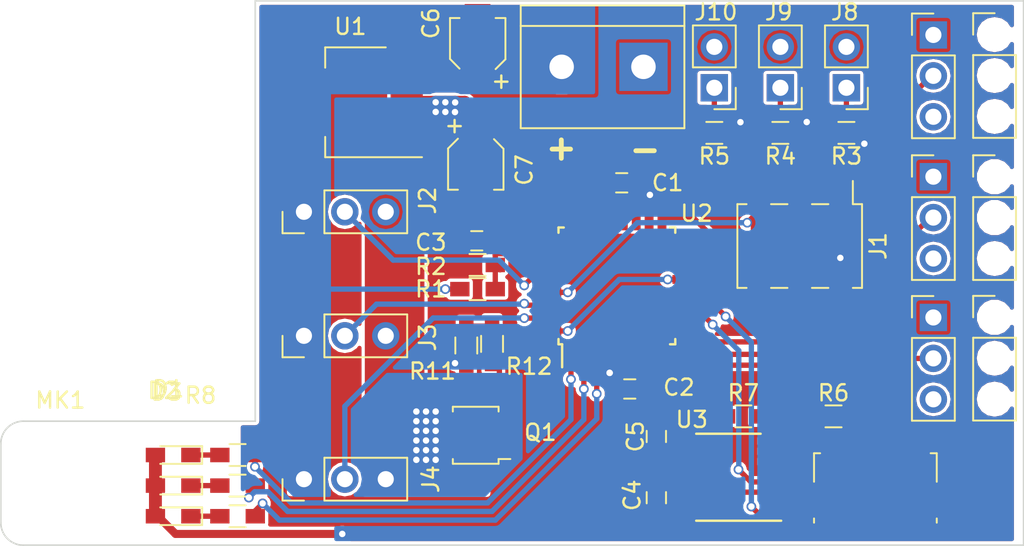
<source format=kicad_pcb>
(kicad_pcb (version 4) (host pcbnew 4.0.7)

  (general
    (links 97)
    (no_connects 10)
    (area 19.049999 17.149999 82.650001 51.050001)
    (thickness 1.6)
    (drawings 12)
    (tracks 330)
    (zones 0)
    (modules 42)
    (nets 52)
  )

  (page A4)
  (layers
    (0 F.Cu signal hide)
    (31 B.Cu signal hide)
    (32 B.Adhes user)
    (33 F.Adhes user)
    (34 B.Paste user hide)
    (35 F.Paste user)
    (36 B.SilkS user hide)
    (37 F.SilkS user)
    (38 B.Mask user hide)
    (39 F.Mask user hide)
    (40 Dwgs.User user hide)
    (41 Cmts.User user hide)
    (42 Eco1.User user hide)
    (43 Eco2.User user hide)
    (44 Edge.Cuts user)
    (45 Margin user)
    (46 B.CrtYd user hide)
    (47 F.CrtYd user)
    (48 B.Fab user)
    (49 F.Fab user)
  )

  (setup
    (last_trace_width 0.33)
    (user_trace_width 0.25)
    (user_trace_width 0.33)
    (user_trace_width 0.4)
    (user_trace_width 0.5)
    (user_trace_width 0.7)
    (user_trace_width 0.8)
    (trace_clearance 0.2)
    (zone_clearance 0.203)
    (zone_45_only no)
    (trace_min 0.2)
    (segment_width 0.2)
    (edge_width 0.1)
    (via_size 0.6)
    (via_drill 0.4)
    (via_min_size 0.4)
    (via_min_drill 0.3)
    (uvia_size 0.3)
    (uvia_drill 0.1)
    (uvias_allowed no)
    (uvia_min_size 0.2)
    (uvia_min_drill 0.1)
    (pcb_text_width 0.3)
    (pcb_text_size 1.5 1.5)
    (mod_edge_width 0.15)
    (mod_text_size 1 1)
    (mod_text_width 0.15)
    (pad_size 1.78 1.78)
    (pad_drill 1.78)
    (pad_to_mask_clearance 0)
    (aux_axis_origin 0 0)
    (visible_elements 7FFE7FFF)
    (pcbplotparams
      (layerselection 0x01000_80000001)
      (usegerberextensions false)
      (excludeedgelayer true)
      (linewidth 0.100000)
      (plotframeref false)
      (viasonmask false)
      (mode 1)
      (useauxorigin false)
      (hpglpennumber 1)
      (hpglpenspeed 20)
      (hpglpendiameter 15)
      (hpglpenoverlay 2)
      (psnegative false)
      (psa4output false)
      (plotreference true)
      (plotvalue true)
      (plotinvisibletext false)
      (padsonsilk false)
      (subtractmaskfromsilk false)
      (outputformat 4)
      (mirror false)
      (drillshape 0)
      (scaleselection 1)
      (outputdirectory C:/Users/Dan/Desktop/))
  )

  (net 0 "")
  (net 1 +5V)
  (net 2 GND)
  (net 3 MISO)
  (net 4 SCK)
  (net 5 MOSI)
  (net 6 RST)
  (net 7 +12V)
  (net 8 "Net-(J2-Pad2)")
  (net 9 "Net-(J3-Pad2)")
  (net 10 "Net-(J4-Pad2)")
  (net 11 TACH1)
  (net 12 "Net-(J5-Pad3)")
  (net 13 TACH2)
  (net 14 "Net-(J6-Pad3)")
  (net 15 TACH3)
  (net 16 "Net-(J7-Pad3)")
  (net 17 NTC1)
  (net 18 NTC2)
  (net 19 NTC3)
  (net 20 PSU_V)
  (net 21 "Net-(U2-Pad6)")
  (net 22 TX)
  (net 23 RX)
  (net 24 "Net-(U2-Pad12)")
  (net 25 "Net-(U2-Pad14)")
  (net 26 "Net-(U2-Pad19)")
  (net 27 "Net-(U2-Pad20)")
  (net 28 "Net-(U2-Pad22)")
  (net 29 "Net-(U2-Pad27)")
  (net 30 "Net-(C4-Pad1)")
  (net 31 "Net-(C5-Pad1)")
  (net 32 "Net-(J12-Pad2)")
  (net 33 "Net-(J12-Pad3)")
  (net 34 "Net-(J12-Pad4)")
  (net 35 "Net-(R6-Pad1)")
  (net 36 "Net-(R7-Pad1)")
  (net 37 "Net-(U3-Pad2)")
  (net 38 "Net-(U3-Pad6)")
  (net 39 "Net-(U3-Pad7)")
  (net 40 "Net-(U3-Pad14)")
  (net 41 "Net-(U3-Pad15)")
  (net 42 "Net-(U3-Pad16)")
  (net 43 Qd)
  (net 44 "Net-(D1-Pad1)")
  (net 45 "Net-(D2-Pad1)")
  (net 46 "Net-(D3-Pad1)")
  (net 47 LED1)
  (net 48 LED2)
  (net 49 LED3)
  (net 50 "Net-(R11-Pad2)")
  (net 51 "Net-(Q1-Pad4)")

  (net_class Default "This is the default net class."
    (clearance 0.2)
    (trace_width 0.25)
    (via_dia 0.6)
    (via_drill 0.4)
    (uvia_dia 0.3)
    (uvia_drill 0.1)
    (add_net +12V)
    (add_net +5V)
    (add_net GND)
    (add_net LED1)
    (add_net LED2)
    (add_net LED3)
    (add_net MISO)
    (add_net MOSI)
    (add_net NTC1)
    (add_net NTC2)
    (add_net NTC3)
    (add_net "Net-(C4-Pad1)")
    (add_net "Net-(C5-Pad1)")
    (add_net "Net-(D1-Pad1)")
    (add_net "Net-(D2-Pad1)")
    (add_net "Net-(D3-Pad1)")
    (add_net "Net-(J12-Pad2)")
    (add_net "Net-(J12-Pad3)")
    (add_net "Net-(J12-Pad4)")
    (add_net "Net-(J2-Pad2)")
    (add_net "Net-(J3-Pad2)")
    (add_net "Net-(J4-Pad2)")
    (add_net "Net-(J5-Pad3)")
    (add_net "Net-(J6-Pad3)")
    (add_net "Net-(J7-Pad3)")
    (add_net "Net-(Q1-Pad4)")
    (add_net "Net-(R11-Pad2)")
    (add_net "Net-(R6-Pad1)")
    (add_net "Net-(R7-Pad1)")
    (add_net "Net-(U2-Pad12)")
    (add_net "Net-(U2-Pad14)")
    (add_net "Net-(U2-Pad19)")
    (add_net "Net-(U2-Pad20)")
    (add_net "Net-(U2-Pad22)")
    (add_net "Net-(U2-Pad27)")
    (add_net "Net-(U2-Pad6)")
    (add_net "Net-(U3-Pad14)")
    (add_net "Net-(U3-Pad15)")
    (add_net "Net-(U3-Pad16)")
    (add_net "Net-(U3-Pad2)")
    (add_net "Net-(U3-Pad6)")
    (add_net "Net-(U3-Pad7)")
    (add_net PSU_V)
    (add_net Qd)
    (add_net RST)
    (add_net RX)
    (add_net SCK)
    (add_net TACH1)
    (add_net TACH2)
    (add_net TACH3)
    (add_net TX)
  )

  (module Capacitors_SMD:C_0603_HandSoldering (layer F.Cu) (tedit 58AA848B) (tstamp 5B49E17E)
    (at 59.8 44.25 90)
    (descr "Capacitor SMD 0603, hand soldering")
    (tags "capacitor 0603")
    (path /5B4A06BE)
    (attr smd)
    (fp_text reference C5 (at 0 -1.3 90) (layer F.SilkS)
      (effects (font (size 1 1) (thickness 0.15)))
    )
    (fp_text value 0.1uC (at 0 1.5 90) (layer F.Fab)
      (effects (font (size 1 1) (thickness 0.15)))
    )
    (fp_text user %R (at 0 -1.25 90) (layer F.Fab)
      (effects (font (size 1 1) (thickness 0.15)))
    )
    (fp_line (start -0.8 0.4) (end -0.8 -0.4) (layer F.Fab) (width 0.1))
    (fp_line (start 0.8 0.4) (end -0.8 0.4) (layer F.Fab) (width 0.1))
    (fp_line (start 0.8 -0.4) (end 0.8 0.4) (layer F.Fab) (width 0.1))
    (fp_line (start -0.8 -0.4) (end 0.8 -0.4) (layer F.Fab) (width 0.1))
    (fp_line (start -0.35 -0.6) (end 0.35 -0.6) (layer F.SilkS) (width 0.12))
    (fp_line (start 0.35 0.6) (end -0.35 0.6) (layer F.SilkS) (width 0.12))
    (fp_line (start -1.8 -0.65) (end 1.8 -0.65) (layer F.CrtYd) (width 0.05))
    (fp_line (start -1.8 -0.65) (end -1.8 0.65) (layer F.CrtYd) (width 0.05))
    (fp_line (start 1.8 0.65) (end 1.8 -0.65) (layer F.CrtYd) (width 0.05))
    (fp_line (start 1.8 0.65) (end -1.8 0.65) (layer F.CrtYd) (width 0.05))
    (pad 1 smd rect (at -0.95 0 90) (size 1.2 0.75) (layers F.Cu F.Paste F.Mask)
      (net 31 "Net-(C5-Pad1)"))
    (pad 2 smd rect (at 0.95 0 90) (size 1.2 0.75) (layers F.Cu F.Paste F.Mask)
      (net 2 GND))
    (model Capacitors_SMD.3dshapes/C_0603.wrl
      (at (xyz 0 0 0))
      (scale (xyz 1 1 1))
      (rotate (xyz 0 0 0))
    )
  )

  (module Housings_SSOP:SSOP-16_3.9x4.9mm_Pitch0.635mm (layer F.Cu) (tedit 54130A77) (tstamp 5B49E1E0)
    (at 64.274498 46.755132 180)
    (descr "SSOP16: plastic shrink small outline package; 16 leads; body width 3.9 mm; lead pitch 0.635; (see NXP SSOP-TSSOP-VSO-REFLOW.pdf and sot519-1_po.pdf)")
    (tags "SSOP 0.635")
    (path /5B49FE53)
    (attr smd)
    (fp_text reference U3 (at 2.274498 3.555132 180) (layer F.SilkS)
      (effects (font (size 1 1) (thickness 0.15)))
    )
    (fp_text value FT230 (at 0 3.5 180) (layer F.Fab)
      (effects (font (size 1 1) (thickness 0.15)))
    )
    (fp_line (start -0.95 -2.45) (end 1.95 -2.45) (layer F.Fab) (width 0.15))
    (fp_line (start 1.95 -2.45) (end 1.95 2.45) (layer F.Fab) (width 0.15))
    (fp_line (start 1.95 2.45) (end -1.95 2.45) (layer F.Fab) (width 0.15))
    (fp_line (start -1.95 2.45) (end -1.95 -1.45) (layer F.Fab) (width 0.15))
    (fp_line (start -1.95 -1.45) (end -0.95 -2.45) (layer F.Fab) (width 0.15))
    (fp_line (start -3.45 -2.85) (end -3.45 2.8) (layer F.CrtYd) (width 0.05))
    (fp_line (start 3.45 -2.85) (end 3.45 2.8) (layer F.CrtYd) (width 0.05))
    (fp_line (start -3.45 -2.85) (end 3.45 -2.85) (layer F.CrtYd) (width 0.05))
    (fp_line (start -3.45 2.8) (end 3.45 2.8) (layer F.CrtYd) (width 0.05))
    (fp_line (start -2 2.675) (end 2 2.675) (layer F.SilkS) (width 0.15))
    (fp_line (start -3.275 -2.725) (end 2 -2.725) (layer F.SilkS) (width 0.15))
    (fp_text user %R (at 0.274498 -3.544868 180) (layer F.Fab)
      (effects (font (size 0.8 0.8) (thickness 0.15)))
    )
    (pad 1 smd rect (at -2.6 -2.2225 180) (size 1.2 0.4) (layers F.Cu F.Paste F.Mask)
      (net 23 RX))
    (pad 2 smd rect (at -2.6 -1.5875 180) (size 1.2 0.4) (layers F.Cu F.Paste F.Mask)
      (net 37 "Net-(U3-Pad2)"))
    (pad 3 smd rect (at -2.6 -0.9525 180) (size 1.2 0.4) (layers F.Cu F.Paste F.Mask)
      (net 31 "Net-(C5-Pad1)"))
    (pad 4 smd rect (at -2.6 -0.3175 180) (size 1.2 0.4) (layers F.Cu F.Paste F.Mask)
      (net 22 TX))
    (pad 5 smd rect (at -2.6 0.3175 180) (size 1.2 0.4) (layers F.Cu F.Paste F.Mask)
      (net 2 GND))
    (pad 6 smd rect (at -2.6 0.9525 180) (size 1.2 0.4) (layers F.Cu F.Paste F.Mask)
      (net 38 "Net-(U3-Pad6)"))
    (pad 7 smd rect (at -2.6 1.5875 180) (size 1.2 0.4) (layers F.Cu F.Paste F.Mask)
      (net 39 "Net-(U3-Pad7)"))
    (pad 8 smd rect (at -2.6 2.2225 180) (size 1.2 0.4) (layers F.Cu F.Paste F.Mask)
      (net 35 "Net-(R6-Pad1)"))
    (pad 9 smd rect (at 2.6 2.2225 180) (size 1.2 0.4) (layers F.Cu F.Paste F.Mask)
      (net 36 "Net-(R7-Pad1)"))
    (pad 10 smd rect (at 2.6 1.5875 180) (size 1.2 0.4) (layers F.Cu F.Paste F.Mask)
      (net 31 "Net-(C5-Pad1)"))
    (pad 11 smd rect (at 2.6 0.9525 180) (size 1.2 0.4) (layers F.Cu F.Paste F.Mask)
      (net 31 "Net-(C5-Pad1)"))
    (pad 12 smd rect (at 2.6 0.3175 180) (size 1.2 0.4) (layers F.Cu F.Paste F.Mask)
      (net 30 "Net-(C4-Pad1)"))
    (pad 13 smd rect (at 2.6 -0.3175 180) (size 1.2 0.4) (layers F.Cu F.Paste F.Mask)
      (net 2 GND))
    (pad 14 smd rect (at 2.6 -0.9525 180) (size 1.2 0.4) (layers F.Cu F.Paste F.Mask)
      (net 40 "Net-(U3-Pad14)"))
    (pad 15 smd rect (at 2.6 -1.5875 180) (size 1.2 0.4) (layers F.Cu F.Paste F.Mask)
      (net 41 "Net-(U3-Pad15)"))
    (pad 16 smd rect (at 2.6 -2.2225 180) (size 1.2 0.4) (layers F.Cu F.Paste F.Mask)
      (net 42 "Net-(U3-Pad16)"))
    (model ${KISYS3DMOD}/Housings_SSOP.3dshapes/SSOP-16_3.9x4.9mm_Pitch0.635mm.wrl
      (at (xyz 0 0 0))
      (scale (xyz 1 1 1))
      (rotate (xyz 0 0 0))
    )
  )

  (module Capacitors_SMD:C_0603_HandSoldering (layer F.Cu) (tedit 58AA848B) (tstamp 5B49E16D)
    (at 59.8 48.05 270)
    (descr "Capacitor SMD 0603, hand soldering")
    (tags "capacitor 0603")
    (path /5B4A0C25)
    (attr smd)
    (fp_text reference C4 (at -0.15 1.5 270) (layer F.SilkS)
      (effects (font (size 1 1) (thickness 0.15)))
    )
    (fp_text value 0.1uC (at 0 1.5 270) (layer F.Fab)
      (effects (font (size 1 1) (thickness 0.15)))
    )
    (fp_text user %R (at 0.05 1.5 270) (layer F.Fab)
      (effects (font (size 1 1) (thickness 0.15)))
    )
    (fp_line (start -0.8 0.4) (end -0.8 -0.4) (layer F.Fab) (width 0.1))
    (fp_line (start 0.8 0.4) (end -0.8 0.4) (layer F.Fab) (width 0.1))
    (fp_line (start 0.8 -0.4) (end 0.8 0.4) (layer F.Fab) (width 0.1))
    (fp_line (start -0.8 -0.4) (end 0.8 -0.4) (layer F.Fab) (width 0.1))
    (fp_line (start -0.35 -0.6) (end 0.35 -0.6) (layer F.SilkS) (width 0.12))
    (fp_line (start 0.35 0.6) (end -0.35 0.6) (layer F.SilkS) (width 0.12))
    (fp_line (start -1.8 -0.65) (end 1.8 -0.65) (layer F.CrtYd) (width 0.05))
    (fp_line (start -1.8 -0.65) (end -1.8 0.65) (layer F.CrtYd) (width 0.05))
    (fp_line (start 1.8 0.65) (end 1.8 -0.65) (layer F.CrtYd) (width 0.05))
    (fp_line (start 1.8 0.65) (end -1.8 0.65) (layer F.CrtYd) (width 0.05))
    (pad 1 smd rect (at -0.95 0 270) (size 1.2 0.75) (layers F.Cu F.Paste F.Mask)
      (net 30 "Net-(C4-Pad1)"))
    (pad 2 smd rect (at 0.95 0 270) (size 1.2 0.75) (layers F.Cu F.Paste F.Mask)
      (net 2 GND))
    (model Capacitors_SMD.3dshapes/C_0603.wrl
      (at (xyz 0 0 0))
      (scale (xyz 1 1 1))
      (rotate (xyz 0 0 0))
    )
  )

  (module Resistors_SMD:R_0603_HandSoldering (layer F.Cu) (tedit 58E0A804) (tstamp 5B49E1C0)
    (at 65.2 43)
    (descr "Resistor SMD 0603, hand soldering")
    (tags "resistor 0603")
    (path /5B49F763)
    (attr smd)
    (fp_text reference R7 (at 0 -1.45) (layer F.SilkS)
      (effects (font (size 1 1) (thickness 0.15)))
    )
    (fp_text value 27R (at 0 1.55) (layer F.Fab)
      (effects (font (size 1 1) (thickness 0.15)))
    )
    (fp_text user %R (at 0 -1.1) (layer F.Fab)
      (effects (font (size 0.4 0.4) (thickness 0.075)))
    )
    (fp_line (start -0.8 0.4) (end -0.8 -0.4) (layer F.Fab) (width 0.1))
    (fp_line (start 0.8 0.4) (end -0.8 0.4) (layer F.Fab) (width 0.1))
    (fp_line (start 0.8 -0.4) (end 0.8 0.4) (layer F.Fab) (width 0.1))
    (fp_line (start -0.8 -0.4) (end 0.8 -0.4) (layer F.Fab) (width 0.1))
    (fp_line (start 0.5 0.68) (end -0.5 0.68) (layer F.SilkS) (width 0.12))
    (fp_line (start -0.5 -0.68) (end 0.5 -0.68) (layer F.SilkS) (width 0.12))
    (fp_line (start -1.96 -0.7) (end 1.95 -0.7) (layer F.CrtYd) (width 0.05))
    (fp_line (start -1.96 -0.7) (end -1.96 0.7) (layer F.CrtYd) (width 0.05))
    (fp_line (start 1.95 0.7) (end 1.95 -0.7) (layer F.CrtYd) (width 0.05))
    (fp_line (start 1.95 0.7) (end -1.96 0.7) (layer F.CrtYd) (width 0.05))
    (pad 1 smd rect (at -1.1 0) (size 1.2 0.9) (layers F.Cu F.Paste F.Mask)
      (net 36 "Net-(R7-Pad1)"))
    (pad 2 smd rect (at 1.1 0) (size 1.2 0.9) (layers F.Cu F.Paste F.Mask)
      (net 32 "Net-(J12-Pad2)"))
    (model ${KISYS3DMOD}/Resistors_SMD.3dshapes/R_0603.wrl
      (at (xyz 0 0 0))
      (scale (xyz 1 1 1))
      (rotate (xyz 0 0 0))
    )
  )

  (module Resistors_SMD:R_0603_HandSoldering (layer F.Cu) (tedit 58E0A804) (tstamp 5B49E1AF)
    (at 70.8 43)
    (descr "Resistor SMD 0603, hand soldering")
    (tags "resistor 0603")
    (path /5B49F64D)
    (attr smd)
    (fp_text reference R6 (at 0 -1.45) (layer F.SilkS)
      (effects (font (size 1 1) (thickness 0.15)))
    )
    (fp_text value 27R (at 0 1.55) (layer F.Fab)
      (effects (font (size 1 1) (thickness 0.15)))
    )
    (fp_text user %R (at 0 -1.1) (layer F.Fab)
      (effects (font (size 0.4 0.4) (thickness 0.075)))
    )
    (fp_line (start -0.8 0.4) (end -0.8 -0.4) (layer F.Fab) (width 0.1))
    (fp_line (start 0.8 0.4) (end -0.8 0.4) (layer F.Fab) (width 0.1))
    (fp_line (start 0.8 -0.4) (end 0.8 0.4) (layer F.Fab) (width 0.1))
    (fp_line (start -0.8 -0.4) (end 0.8 -0.4) (layer F.Fab) (width 0.1))
    (fp_line (start 0.5 0.68) (end -0.5 0.68) (layer F.SilkS) (width 0.12))
    (fp_line (start -0.5 -0.68) (end 0.5 -0.68) (layer F.SilkS) (width 0.12))
    (fp_line (start -1.96 -0.7) (end 1.95 -0.7) (layer F.CrtYd) (width 0.05))
    (fp_line (start -1.96 -0.7) (end -1.96 0.7) (layer F.CrtYd) (width 0.05))
    (fp_line (start 1.95 0.7) (end 1.95 -0.7) (layer F.CrtYd) (width 0.05))
    (fp_line (start 1.95 0.7) (end -1.96 0.7) (layer F.CrtYd) (width 0.05))
    (pad 1 smd rect (at -1.1 0) (size 1.2 0.9) (layers F.Cu F.Paste F.Mask)
      (net 35 "Net-(R6-Pad1)"))
    (pad 2 smd rect (at 1.1 0) (size 1.2 0.9) (layers F.Cu F.Paste F.Mask)
      (net 33 "Net-(J12-Pad3)"))
    (model ${KISYS3DMOD}/Resistors_SMD.3dshapes/R_0603.wrl
      (at (xyz 0 0 0))
      (scale (xyz 1 1 1))
      (rotate (xyz 0 0 0))
    )
  )

  (module Resistors_SMD:R_0603_HandSoldering (layer F.Cu) (tedit 58E0A804) (tstamp 5B49D74E)
    (at 48.7 33.6 180)
    (descr "Resistor SMD 0603, hand soldering")
    (tags "resistor 0603")
    (path /5B49D825)
    (attr smd)
    (fp_text reference R2 (at 2.9 -0.1 180) (layer F.SilkS)
      (effects (font (size 1 1) (thickness 0.15)))
    )
    (fp_text value 30kR (at 0 1.55 180) (layer F.Fab)
      (effects (font (size 1 1) (thickness 0.15)))
    )
    (fp_text user %R (at -2.5 0.1 180) (layer F.Fab)
      (effects (font (size 0.4 0.4) (thickness 0.075)))
    )
    (fp_line (start -0.8 0.4) (end -0.8 -0.4) (layer F.Fab) (width 0.1))
    (fp_line (start 0.8 0.4) (end -0.8 0.4) (layer F.Fab) (width 0.1))
    (fp_line (start 0.8 -0.4) (end 0.8 0.4) (layer F.Fab) (width 0.1))
    (fp_line (start -0.8 -0.4) (end 0.8 -0.4) (layer F.Fab) (width 0.1))
    (fp_line (start 0.5 0.68) (end -0.5 0.68) (layer F.SilkS) (width 0.12))
    (fp_line (start -0.5 -0.68) (end 0.5 -0.68) (layer F.SilkS) (width 0.12))
    (fp_line (start -1.96 -0.7) (end 1.95 -0.7) (layer F.CrtYd) (width 0.05))
    (fp_line (start -1.96 -0.7) (end -1.96 0.7) (layer F.CrtYd) (width 0.05))
    (fp_line (start 1.95 0.7) (end 1.95 -0.7) (layer F.CrtYd) (width 0.05))
    (fp_line (start 1.95 0.7) (end -1.96 0.7) (layer F.CrtYd) (width 0.05))
    (pad 1 smd rect (at -1.1 0 180) (size 1.2 0.9) (layers F.Cu F.Paste F.Mask)
      (net 20 PSU_V))
    (pad 2 smd rect (at 1.1 0 180) (size 1.2 0.9) (layers F.Cu F.Paste F.Mask)
      (net 2 GND))
    (model ${KISYS3DMOD}/Resistors_SMD.3dshapes/R_0603.wrl
      (at (xyz 0 0 0))
      (scale (xyz 1 1 1))
      (rotate (xyz 0 0 0))
    )
  )

  (module Capacitors_SMD:C_0603_HandSoldering (layer F.Cu) (tedit 58AA848B) (tstamp 5B49D619)
    (at 58.15 41.3)
    (descr "Capacitor SMD 0603, hand soldering")
    (tags "capacitor 0603")
    (path /5B49E384)
    (attr smd)
    (fp_text reference C2 (at 3.05 -0.1) (layer F.SilkS)
      (effects (font (size 1 1) (thickness 0.15)))
    )
    (fp_text value 0.1uC (at 0 1.5) (layer F.Fab)
      (effects (font (size 1 1) (thickness 0.15)))
    )
    (fp_text user %R (at 2.95 0) (layer F.Fab)
      (effects (font (size 1 1) (thickness 0.15)))
    )
    (fp_line (start -0.8 0.4) (end -0.8 -0.4) (layer F.Fab) (width 0.1))
    (fp_line (start 0.8 0.4) (end -0.8 0.4) (layer F.Fab) (width 0.1))
    (fp_line (start 0.8 -0.4) (end 0.8 0.4) (layer F.Fab) (width 0.1))
    (fp_line (start -0.8 -0.4) (end 0.8 -0.4) (layer F.Fab) (width 0.1))
    (fp_line (start -0.35 -0.6) (end 0.35 -0.6) (layer F.SilkS) (width 0.12))
    (fp_line (start 0.35 0.6) (end -0.35 0.6) (layer F.SilkS) (width 0.12))
    (fp_line (start -1.8 -0.65) (end 1.8 -0.65) (layer F.CrtYd) (width 0.05))
    (fp_line (start -1.8 -0.65) (end -1.8 0.65) (layer F.CrtYd) (width 0.05))
    (fp_line (start 1.8 0.65) (end 1.8 -0.65) (layer F.CrtYd) (width 0.05))
    (fp_line (start 1.8 0.65) (end -1.8 0.65) (layer F.CrtYd) (width 0.05))
    (pad 1 smd rect (at -0.95 0) (size 1.2 0.75) (layers F.Cu F.Paste F.Mask)
      (net 1 +5V))
    (pad 2 smd rect (at 0.95 0) (size 1.2 0.75) (layers F.Cu F.Paste F.Mask)
      (net 2 GND))
    (model Capacitors_SMD.3dshapes/C_0603.wrl
      (at (xyz 0 0 0))
      (scale (xyz 1 1 1))
      (rotate (xyz 0 0 0))
    )
  )

  (module Pin_Headers:Pin_Header_Straight_1x03_Pitch2.54mm (layer F.Cu) (tedit 59650532) (tstamp 5B49D678)
    (at 37.92 38 90)
    (descr "Through hole straight pin header, 1x03, 2.54mm pitch, single row")
    (tags "Through hole pin header THT 1x03 2.54mm single row")
    (path /5B49936D)
    (fp_text reference J3 (at -0.1 7.68 90) (layer F.SilkS)
      (effects (font (size 1 1) (thickness 0.15)))
    )
    (fp_text value Conn_01x03_Male (at 0 7.41 90) (layer F.Fab)
      (effects (font (size 1 1) (thickness 0.15)))
    )
    (fp_line (start -0.635 -1.27) (end 1.27 -1.27) (layer F.Fab) (width 0.1))
    (fp_line (start 1.27 -1.27) (end 1.27 6.35) (layer F.Fab) (width 0.1))
    (fp_line (start 1.27 6.35) (end -1.27 6.35) (layer F.Fab) (width 0.1))
    (fp_line (start -1.27 6.35) (end -1.27 -0.635) (layer F.Fab) (width 0.1))
    (fp_line (start -1.27 -0.635) (end -0.635 -1.27) (layer F.Fab) (width 0.1))
    (fp_line (start -1.33 6.41) (end 1.33 6.41) (layer F.SilkS) (width 0.12))
    (fp_line (start -1.33 1.27) (end -1.33 6.41) (layer F.SilkS) (width 0.12))
    (fp_line (start 1.33 1.27) (end 1.33 6.41) (layer F.SilkS) (width 0.12))
    (fp_line (start -1.33 1.27) (end 1.33 1.27) (layer F.SilkS) (width 0.12))
    (fp_line (start -1.33 0) (end -1.33 -1.33) (layer F.SilkS) (width 0.12))
    (fp_line (start -1.33 -1.33) (end 0 -1.33) (layer F.SilkS) (width 0.12))
    (fp_line (start -1.8 -1.8) (end -1.8 6.85) (layer F.CrtYd) (width 0.05))
    (fp_line (start -1.8 6.85) (end 1.8 6.85) (layer F.CrtYd) (width 0.05))
    (fp_line (start 1.8 6.85) (end 1.8 -1.8) (layer F.CrtYd) (width 0.05))
    (fp_line (start 1.8 -1.8) (end -1.8 -1.8) (layer F.CrtYd) (width 0.05))
    (fp_text user %R (at 0 7.88 180) (layer F.Fab)
      (effects (font (size 1 1) (thickness 0.15)))
    )
    (pad 1 thru_hole rect (at 0 0 90) (size 1.7 1.7) (drill 1) (layers *.Cu *.Mask)
      (net 7 +12V))
    (pad 2 thru_hole oval (at 0 2.54 90) (size 1.7 1.7) (drill 1) (layers *.Cu *.Mask)
      (net 9 "Net-(J3-Pad2)"))
    (pad 3 thru_hole oval (at 0 5.08 90) (size 1.7 1.7) (drill 1) (layers *.Cu *.Mask)
      (net 43 Qd))
    (model ${KISYS3DMOD}/Pin_Headers.3dshapes/Pin_Header_Straight_1x03_Pitch2.54mm.wrl
      (at (xyz 0 0 0))
      (scale (xyz 1 1 1))
      (rotate (xyz 0 0 0))
    )
  )

  (module Resistors_SMD:R_0603_HandSoldering (layer F.Cu) (tedit 58E0A804) (tstamp 5B49D73D)
    (at 48.7 35.1)
    (descr "Resistor SMD 0603, hand soldering")
    (tags "resistor 0603")
    (path /5B49D755)
    (attr smd)
    (fp_text reference R1 (at -2.9 0) (layer F.SilkS)
      (effects (font (size 1 1) (thickness 0.15)))
    )
    (fp_text value 100kR (at 0 1.55) (layer F.Fab)
      (effects (font (size 1 1) (thickness 0.15)))
    )
    (fp_text user %R (at 2.5 0.1) (layer F.Fab)
      (effects (font (size 0.4 0.4) (thickness 0.075)))
    )
    (fp_line (start -0.8 0.4) (end -0.8 -0.4) (layer F.Fab) (width 0.1))
    (fp_line (start 0.8 0.4) (end -0.8 0.4) (layer F.Fab) (width 0.1))
    (fp_line (start 0.8 -0.4) (end 0.8 0.4) (layer F.Fab) (width 0.1))
    (fp_line (start -0.8 -0.4) (end 0.8 -0.4) (layer F.Fab) (width 0.1))
    (fp_line (start 0.5 0.68) (end -0.5 0.68) (layer F.SilkS) (width 0.12))
    (fp_line (start -0.5 -0.68) (end 0.5 -0.68) (layer F.SilkS) (width 0.12))
    (fp_line (start -1.96 -0.7) (end 1.95 -0.7) (layer F.CrtYd) (width 0.05))
    (fp_line (start -1.96 -0.7) (end -1.96 0.7) (layer F.CrtYd) (width 0.05))
    (fp_line (start 1.95 0.7) (end 1.95 -0.7) (layer F.CrtYd) (width 0.05))
    (fp_line (start 1.95 0.7) (end -1.96 0.7) (layer F.CrtYd) (width 0.05))
    (pad 1 smd rect (at -1.1 0) (size 1.2 0.9) (layers F.Cu F.Paste F.Mask)
      (net 7 +12V))
    (pad 2 smd rect (at 1.1 0) (size 1.2 0.9) (layers F.Cu F.Paste F.Mask)
      (net 20 PSU_V))
    (model ${KISYS3DMOD}/Resistors_SMD.3dshapes/R_0603.wrl
      (at (xyz 0 0 0))
      (scale (xyz 1 1 1))
      (rotate (xyz 0 0 0))
    )
  )

  (module Pin_Headers:Pin_Header_Straight_1x03_Pitch2.54mm (layer F.Cu) (tedit 59650532) (tstamp 5B49D68F)
    (at 37.92 46.9 90)
    (descr "Through hole straight pin header, 1x03, 2.54mm pitch, single row")
    (tags "Through hole pin header THT 1x03 2.54mm single row")
    (path /5B4993C6)
    (fp_text reference J4 (at 0 7.88 90) (layer F.SilkS)
      (effects (font (size 1 1) (thickness 0.15)))
    )
    (fp_text value Conn_01x03_Male (at 0 7.41 90) (layer F.Fab)
      (effects (font (size 1 1) (thickness 0.15)))
    )
    (fp_line (start -0.635 -1.27) (end 1.27 -1.27) (layer F.Fab) (width 0.1))
    (fp_line (start 1.27 -1.27) (end 1.27 6.35) (layer F.Fab) (width 0.1))
    (fp_line (start 1.27 6.35) (end -1.27 6.35) (layer F.Fab) (width 0.1))
    (fp_line (start -1.27 6.35) (end -1.27 -0.635) (layer F.Fab) (width 0.1))
    (fp_line (start -1.27 -0.635) (end -0.635 -1.27) (layer F.Fab) (width 0.1))
    (fp_line (start -1.33 6.41) (end 1.33 6.41) (layer F.SilkS) (width 0.12))
    (fp_line (start -1.33 1.27) (end -1.33 6.41) (layer F.SilkS) (width 0.12))
    (fp_line (start 1.33 1.27) (end 1.33 6.41) (layer F.SilkS) (width 0.12))
    (fp_line (start -1.33 1.27) (end 1.33 1.27) (layer F.SilkS) (width 0.12))
    (fp_line (start -1.33 0) (end -1.33 -1.33) (layer F.SilkS) (width 0.12))
    (fp_line (start -1.33 -1.33) (end 0 -1.33) (layer F.SilkS) (width 0.12))
    (fp_line (start -1.8 -1.8) (end -1.8 6.85) (layer F.CrtYd) (width 0.05))
    (fp_line (start -1.8 6.85) (end 1.8 6.85) (layer F.CrtYd) (width 0.05))
    (fp_line (start 1.8 6.85) (end 1.8 -1.8) (layer F.CrtYd) (width 0.05))
    (fp_line (start 1.8 -1.8) (end -1.8 -1.8) (layer F.CrtYd) (width 0.05))
    (fp_text user %R (at 0 7.38 180) (layer F.Fab)
      (effects (font (size 1 1) (thickness 0.15)))
    )
    (pad 1 thru_hole rect (at 0 0 90) (size 1.7 1.7) (drill 1) (layers *.Cu *.Mask)
      (net 7 +12V))
    (pad 2 thru_hole oval (at 0 2.54 90) (size 1.7 1.7) (drill 1) (layers *.Cu *.Mask)
      (net 10 "Net-(J4-Pad2)"))
    (pad 3 thru_hole oval (at 0 5.08 90) (size 1.7 1.7) (drill 1) (layers *.Cu *.Mask)
      (net 43 Qd))
    (model ${KISYS3DMOD}/Pin_Headers.3dshapes/Pin_Header_Straight_1x03_Pitch2.54mm.wrl
      (at (xyz 0 0 0))
      (scale (xyz 1 1 1))
      (rotate (xyz 0 0 0))
    )
  )

  (module Housings_QFP:TQFP-32_7x7mm_Pitch0.8mm (layer F.Cu) (tedit 58CC9A48) (tstamp 5B49D7CE)
    (at 57.35 34.9 90)
    (descr "32-Lead Plastic Thin Quad Flatpack (PT) - 7x7x1.0 mm Body, 2.00 mm [TQFP] (see Microchip Packaging Specification 00000049BS.pdf)")
    (tags "QFP 0.8")
    (path /5B498E03)
    (attr smd)
    (fp_text reference U2 (at 4.5 4.95 180) (layer F.SilkS)
      (effects (font (size 1 1) (thickness 0.15)))
    )
    (fp_text value ATTINY88-MU (at 0 6.05 90) (layer F.Fab)
      (effects (font (size 1 1) (thickness 0.15)))
    )
    (fp_text user %R (at 4.6 4.95 180) (layer F.Fab)
      (effects (font (size 1 1) (thickness 0.15)))
    )
    (fp_line (start -2.5 -3.5) (end 3.5 -3.5) (layer F.Fab) (width 0.15))
    (fp_line (start 3.5 -3.5) (end 3.5 3.5) (layer F.Fab) (width 0.15))
    (fp_line (start 3.5 3.5) (end -3.5 3.5) (layer F.Fab) (width 0.15))
    (fp_line (start -3.5 3.5) (end -3.5 -2.5) (layer F.Fab) (width 0.15))
    (fp_line (start -3.5 -2.5) (end -2.5 -3.5) (layer F.Fab) (width 0.15))
    (fp_line (start -5.3 -5.3) (end -5.3 5.3) (layer F.CrtYd) (width 0.05))
    (fp_line (start 5.3 -5.3) (end 5.3 5.3) (layer F.CrtYd) (width 0.05))
    (fp_line (start -5.3 -5.3) (end 5.3 -5.3) (layer F.CrtYd) (width 0.05))
    (fp_line (start -5.3 5.3) (end 5.3 5.3) (layer F.CrtYd) (width 0.05))
    (fp_line (start -3.625 -3.625) (end -3.625 -3.4) (layer F.SilkS) (width 0.15))
    (fp_line (start 3.625 -3.625) (end 3.625 -3.3) (layer F.SilkS) (width 0.15))
    (fp_line (start 3.625 3.625) (end 3.625 3.3) (layer F.SilkS) (width 0.15))
    (fp_line (start -3.625 3.625) (end -3.625 3.3) (layer F.SilkS) (width 0.15))
    (fp_line (start -3.625 -3.625) (end -3.3 -3.625) (layer F.SilkS) (width 0.15))
    (fp_line (start -3.625 3.625) (end -3.3 3.625) (layer F.SilkS) (width 0.15))
    (fp_line (start 3.625 3.625) (end 3.3 3.625) (layer F.SilkS) (width 0.15))
    (fp_line (start 3.625 -3.625) (end 3.3 -3.625) (layer F.SilkS) (width 0.15))
    (fp_line (start -3.625 -3.4) (end -5.05 -3.4) (layer F.SilkS) (width 0.15))
    (pad 1 smd rect (at -4.25 -2.8 90) (size 1.6 0.55) (layers F.Cu F.Paste F.Mask)
      (net 47 LED1))
    (pad 2 smd rect (at -4.25 -2 90) (size 1.6 0.55) (layers F.Cu F.Paste F.Mask)
      (net 48 LED2))
    (pad 3 smd rect (at -4.25 -1.2 90) (size 1.6 0.55) (layers F.Cu F.Paste F.Mask)
      (net 49 LED3))
    (pad 4 smd rect (at -4.25 -0.4 90) (size 1.6 0.55) (layers F.Cu F.Paste F.Mask)
      (net 1 +5V))
    (pad 5 smd rect (at -4.25 0.4 90) (size 1.6 0.55) (layers F.Cu F.Paste F.Mask)
      (net 2 GND))
    (pad 6 smd rect (at -4.25 1.2 90) (size 1.6 0.55) (layers F.Cu F.Paste F.Mask)
      (net 21 "Net-(U2-Pad6)"))
    (pad 7 smd rect (at -4.25 2 90) (size 1.6 0.55) (layers F.Cu F.Paste F.Mask)
      (net 11 TACH1))
    (pad 8 smd rect (at -4.25 2.8 90) (size 1.6 0.55) (layers F.Cu F.Paste F.Mask)
      (net 13 TACH2))
    (pad 9 smd rect (at -2.8 4.25 180) (size 1.6 0.55) (layers F.Cu F.Paste F.Mask)
      (net 15 TACH3))
    (pad 10 smd rect (at -2 4.25 180) (size 1.6 0.55) (layers F.Cu F.Paste F.Mask)
      (net 22 TX))
    (pad 11 smd rect (at -1.2 4.25 180) (size 1.6 0.55) (layers F.Cu F.Paste F.Mask)
      (net 23 RX))
    (pad 12 smd rect (at -0.4 4.25 180) (size 1.6 0.55) (layers F.Cu F.Paste F.Mask)
      (net 24 "Net-(U2-Pad12)"))
    (pad 13 smd rect (at 0.4 4.25 180) (size 1.6 0.55) (layers F.Cu F.Paste F.Mask)
      (net 50 "Net-(R11-Pad2)"))
    (pad 14 smd rect (at 1.2 4.25 180) (size 1.6 0.55) (layers F.Cu F.Paste F.Mask)
      (net 25 "Net-(U2-Pad14)"))
    (pad 15 smd rect (at 2 4.25 180) (size 1.6 0.55) (layers F.Cu F.Paste F.Mask)
      (net 5 MOSI))
    (pad 16 smd rect (at 2.8 4.25 180) (size 1.6 0.55) (layers F.Cu F.Paste F.Mask)
      (net 3 MISO))
    (pad 17 smd rect (at 4.25 2.8 90) (size 1.6 0.55) (layers F.Cu F.Paste F.Mask)
      (net 4 SCK))
    (pad 18 smd rect (at 4.25 2 90) (size 1.6 0.55) (layers F.Cu F.Paste F.Mask)
      (net 1 +5V))
    (pad 19 smd rect (at 4.25 1.2 90) (size 1.6 0.55) (layers F.Cu F.Paste F.Mask)
      (net 26 "Net-(U2-Pad19)"))
    (pad 20 smd rect (at 4.25 0.4 90) (size 1.6 0.55) (layers F.Cu F.Paste F.Mask)
      (net 27 "Net-(U2-Pad20)"))
    (pad 21 smd rect (at 4.25 -0.4 90) (size 1.6 0.55) (layers F.Cu F.Paste F.Mask)
      (net 2 GND))
    (pad 22 smd rect (at 4.25 -1.2 90) (size 1.6 0.55) (layers F.Cu F.Paste F.Mask)
      (net 28 "Net-(U2-Pad22)"))
    (pad 23 smd rect (at 4.25 -2 90) (size 1.6 0.55) (layers F.Cu F.Paste F.Mask)
      (net 17 NTC1))
    (pad 24 smd rect (at 4.25 -2.8 90) (size 1.6 0.55) (layers F.Cu F.Paste F.Mask)
      (net 18 NTC2))
    (pad 25 smd rect (at 2.8 -4.25 180) (size 1.6 0.55) (layers F.Cu F.Paste F.Mask)
      (net 19 NTC3))
    (pad 26 smd rect (at 2 -4.25 180) (size 1.6 0.55) (layers F.Cu F.Paste F.Mask)
      (net 20 PSU_V))
    (pad 27 smd rect (at 1.2 -4.25 180) (size 1.6 0.55) (layers F.Cu F.Paste F.Mask)
      (net 29 "Net-(U2-Pad27)"))
    (pad 28 smd rect (at 0.4 -4.25 180) (size 1.6 0.55) (layers F.Cu F.Paste F.Mask)
      (net 8 "Net-(J2-Pad2)"))
    (pad 29 smd rect (at -0.4 -4.25 180) (size 1.6 0.55) (layers F.Cu F.Paste F.Mask)
      (net 6 RST))
    (pad 30 smd rect (at -1.2 -4.25 180) (size 1.6 0.55) (layers F.Cu F.Paste F.Mask)
      (net 9 "Net-(J3-Pad2)"))
    (pad 31 smd rect (at -2 -4.25 180) (size 1.6 0.55) (layers F.Cu F.Paste F.Mask)
      (net 10 "Net-(J4-Pad2)"))
    (pad 32 smd rect (at -2.8 -4.25 180) (size 1.6 0.55) (layers F.Cu F.Paste F.Mask)
      (net 50 "Net-(R11-Pad2)"))
    (model ${KISYS3DMOD}/Housings_QFP.3dshapes/TQFP-32_7x7mm_Pitch0.8mm.wrl
      (at (xyz 0 0 0))
      (scale (xyz 1 1 1))
      (rotate (xyz 0 0 0))
    )
  )

  (module Capacitors_SMD:C_0603_HandSoldering (layer F.Cu) (tedit 58AA848B) (tstamp 5B49D608)
    (at 57.65 28.5 180)
    (descr "Capacitor SMD 0603, hand soldering")
    (tags "capacitor 0603")
    (path /5B49E2D8)
    (attr smd)
    (fp_text reference C1 (at -2.85 0 180) (layer F.SilkS)
      (effects (font (size 1 1) (thickness 0.15)))
    )
    (fp_text value 0.1uC (at 0 1.5 180) (layer F.Fab)
      (effects (font (size 1 1) (thickness 0.15)))
    )
    (fp_text user %R (at -2.85 0.1 180) (layer F.Fab)
      (effects (font (size 1 1) (thickness 0.15)))
    )
    (fp_line (start -0.8 0.4) (end -0.8 -0.4) (layer F.Fab) (width 0.1))
    (fp_line (start 0.8 0.4) (end -0.8 0.4) (layer F.Fab) (width 0.1))
    (fp_line (start 0.8 -0.4) (end 0.8 0.4) (layer F.Fab) (width 0.1))
    (fp_line (start -0.8 -0.4) (end 0.8 -0.4) (layer F.Fab) (width 0.1))
    (fp_line (start -0.35 -0.6) (end 0.35 -0.6) (layer F.SilkS) (width 0.12))
    (fp_line (start 0.35 0.6) (end -0.35 0.6) (layer F.SilkS) (width 0.12))
    (fp_line (start -1.8 -0.65) (end 1.8 -0.65) (layer F.CrtYd) (width 0.05))
    (fp_line (start -1.8 -0.65) (end -1.8 0.65) (layer F.CrtYd) (width 0.05))
    (fp_line (start 1.8 0.65) (end 1.8 -0.65) (layer F.CrtYd) (width 0.05))
    (fp_line (start 1.8 0.65) (end -1.8 0.65) (layer F.CrtYd) (width 0.05))
    (pad 1 smd rect (at -0.95 0 180) (size 1.2 0.75) (layers F.Cu F.Paste F.Mask)
      (net 1 +5V))
    (pad 2 smd rect (at 0.95 0 180) (size 1.2 0.75) (layers F.Cu F.Paste F.Mask)
      (net 2 GND))
    (model Capacitors_SMD.3dshapes/C_0603.wrl
      (at (xyz 0 0 0))
      (scale (xyz 1 1 1))
      (rotate (xyz 0 0 0))
    )
  )

  (module Pin_Headers:Pin_Header_Straight_1x03_Pitch2.54mm (layer F.Cu) (tedit 59650532) (tstamp 5B49D6BD)
    (at 77 28.12)
    (descr "Through hole straight pin header, 1x03, 2.54mm pitch, single row")
    (tags "Through hole pin header THT 1x03 2.54mm single row")
    (path /5B498D15)
    (fp_text reference J6 (at 7.5 0.18) (layer F.SilkS)
      (effects (font (size 1 1) (thickness 0.15)))
    )
    (fp_text value Conn_01x03_Female (at 0 7.41) (layer F.Fab)
      (effects (font (size 1 1) (thickness 0.15)))
    )
    (fp_line (start -0.635 -1.27) (end 1.27 -1.27) (layer F.Fab) (width 0.1))
    (fp_line (start 1.27 -1.27) (end 1.27 6.35) (layer F.Fab) (width 0.1))
    (fp_line (start 1.27 6.35) (end -1.27 6.35) (layer F.Fab) (width 0.1))
    (fp_line (start -1.27 6.35) (end -1.27 -0.635) (layer F.Fab) (width 0.1))
    (fp_line (start -1.27 -0.635) (end -0.635 -1.27) (layer F.Fab) (width 0.1))
    (fp_line (start -1.33 6.41) (end 1.33 6.41) (layer F.SilkS) (width 0.12))
    (fp_line (start -1.33 1.27) (end -1.33 6.41) (layer F.SilkS) (width 0.12))
    (fp_line (start 1.33 1.27) (end 1.33 6.41) (layer F.SilkS) (width 0.12))
    (fp_line (start -1.33 1.27) (end 1.33 1.27) (layer F.SilkS) (width 0.12))
    (fp_line (start -1.33 0) (end -1.33 -1.33) (layer F.SilkS) (width 0.12))
    (fp_line (start -1.33 -1.33) (end 0 -1.33) (layer F.SilkS) (width 0.12))
    (fp_line (start -1.8 -1.8) (end -1.8 6.85) (layer F.CrtYd) (width 0.05))
    (fp_line (start -1.8 6.85) (end 1.8 6.85) (layer F.CrtYd) (width 0.05))
    (fp_line (start 1.8 6.85) (end 1.8 -1.8) (layer F.CrtYd) (width 0.05))
    (fp_line (start 1.8 -1.8) (end -1.8 -1.8) (layer F.CrtYd) (width 0.05))
    (fp_text user %R (at -2.3 2.58 90) (layer F.Fab)
      (effects (font (size 1 1) (thickness 0.15)))
    )
    (pad 1 thru_hole rect (at 0 0) (size 1.7 1.7) (drill 1) (layers *.Cu *.Mask)
      (net 2 GND))
    (pad 2 thru_hole oval (at 0 2.54) (size 1.7 1.7) (drill 1) (layers *.Cu *.Mask)
      (net 13 TACH2))
    (pad 3 thru_hole oval (at 0 5.08) (size 1.7 1.7) (drill 1) (layers *.Cu *.Mask)
      (net 14 "Net-(J6-Pad3)"))
    (model ${KISYS3DMOD}/Pin_Headers.3dshapes/Pin_Header_Straight_1x03_Pitch2.54mm.wrl
      (at (xyz 0 0 0))
      (scale (xyz 1 1 1))
      (rotate (xyz 0 0 0))
    )
  )

  (module Pin_Headers:Pin_Header_Straight_1x03_Pitch2.54mm (layer F.Cu) (tedit 59650532) (tstamp 5B49D661)
    (at 37.92 30.3 90)
    (descr "Through hole straight pin header, 1x03, 2.54mm pitch, single row")
    (tags "Through hole pin header THT 1x03 2.54mm single row")
    (path /5B499242)
    (fp_text reference J2 (at 0.7 7.68 90) (layer F.SilkS)
      (effects (font (size 1 1) (thickness 0.15)))
    )
    (fp_text value Conn_01x03_Male (at 0 7.41 90) (layer F.Fab)
      (effects (font (size 1 1) (thickness 0.15)))
    )
    (fp_line (start -0.635 -1.27) (end 1.27 -1.27) (layer F.Fab) (width 0.1))
    (fp_line (start 1.27 -1.27) (end 1.27 6.35) (layer F.Fab) (width 0.1))
    (fp_line (start 1.27 6.35) (end -1.27 6.35) (layer F.Fab) (width 0.1))
    (fp_line (start -1.27 6.35) (end -1.27 -0.635) (layer F.Fab) (width 0.1))
    (fp_line (start -1.27 -0.635) (end -0.635 -1.27) (layer F.Fab) (width 0.1))
    (fp_line (start -1.33 6.41) (end 1.33 6.41) (layer F.SilkS) (width 0.12))
    (fp_line (start -1.33 1.27) (end -1.33 6.41) (layer F.SilkS) (width 0.12))
    (fp_line (start 1.33 1.27) (end 1.33 6.41) (layer F.SilkS) (width 0.12))
    (fp_line (start -1.33 1.27) (end 1.33 1.27) (layer F.SilkS) (width 0.12))
    (fp_line (start -1.33 0) (end -1.33 -1.33) (layer F.SilkS) (width 0.12))
    (fp_line (start -1.33 -1.33) (end 0 -1.33) (layer F.SilkS) (width 0.12))
    (fp_line (start -1.8 -1.8) (end -1.8 6.85) (layer F.CrtYd) (width 0.05))
    (fp_line (start -1.8 6.85) (end 1.8 6.85) (layer F.CrtYd) (width 0.05))
    (fp_line (start 1.8 6.85) (end 1.8 -1.8) (layer F.CrtYd) (width 0.05))
    (fp_line (start 1.8 -1.8) (end -1.8 -1.8) (layer F.CrtYd) (width 0.05))
    (fp_text user %R (at 0 7.58 180) (layer F.Fab)
      (effects (font (size 1 1) (thickness 0.15)))
    )
    (pad 1 thru_hole rect (at 0 0 90) (size 1.7 1.7) (drill 1) (layers *.Cu *.Mask)
      (net 7 +12V))
    (pad 2 thru_hole oval (at 0 2.54 90) (size 1.7 1.7) (drill 1) (layers *.Cu *.Mask)
      (net 8 "Net-(J2-Pad2)"))
    (pad 3 thru_hole oval (at 0 5.08 90) (size 1.7 1.7) (drill 1) (layers *.Cu *.Mask)
      (net 43 Qd))
    (model ${KISYS3DMOD}/Pin_Headers.3dshapes/Pin_Header_Straight_1x03_Pitch2.54mm.wrl
      (at (xyz 0 0 0))
      (scale (xyz 1 1 1))
      (rotate (xyz 0 0 0))
    )
  )

  (module Pin_Headers:Pin_Header_Straight_1x03_Pitch2.54mm (layer F.Cu) (tedit 59650532) (tstamp 5B49D6A6)
    (at 77 36.86)
    (descr "Through hole straight pin header, 1x03, 2.54mm pitch, single row")
    (tags "Through hole pin header THT 1x03 2.54mm single row")
    (path /5B498C28)
    (fp_text reference J5 (at 7.2 -0.46) (layer F.SilkS)
      (effects (font (size 1 1) (thickness 0.15)))
    )
    (fp_text value Conn_01x03_Female (at 0 7.41) (layer F.Fab)
      (effects (font (size 1 1) (thickness 0.15)))
    )
    (fp_line (start -0.635 -1.27) (end 1.27 -1.27) (layer F.Fab) (width 0.1))
    (fp_line (start 1.27 -1.27) (end 1.27 6.35) (layer F.Fab) (width 0.1))
    (fp_line (start 1.27 6.35) (end -1.27 6.35) (layer F.Fab) (width 0.1))
    (fp_line (start -1.27 6.35) (end -1.27 -0.635) (layer F.Fab) (width 0.1))
    (fp_line (start -1.27 -0.635) (end -0.635 -1.27) (layer F.Fab) (width 0.1))
    (fp_line (start -1.33 6.41) (end 1.33 6.41) (layer F.SilkS) (width 0.12))
    (fp_line (start -1.33 1.27) (end -1.33 6.41) (layer F.SilkS) (width 0.12))
    (fp_line (start 1.33 1.27) (end 1.33 6.41) (layer F.SilkS) (width 0.12))
    (fp_line (start -1.33 1.27) (end 1.33 1.27) (layer F.SilkS) (width 0.12))
    (fp_line (start -1.33 0) (end -1.33 -1.33) (layer F.SilkS) (width 0.12))
    (fp_line (start -1.33 -1.33) (end 0 -1.33) (layer F.SilkS) (width 0.12))
    (fp_line (start -1.8 -1.8) (end -1.8 6.85) (layer F.CrtYd) (width 0.05))
    (fp_line (start -1.8 6.85) (end 1.8 6.85) (layer F.CrtYd) (width 0.05))
    (fp_line (start 1.8 6.85) (end 1.8 -1.8) (layer F.CrtYd) (width 0.05))
    (fp_line (start 1.8 -1.8) (end -1.8 -1.8) (layer F.CrtYd) (width 0.05))
    (fp_text user %R (at -2.2 2.54 90) (layer F.Fab)
      (effects (font (size 1 1) (thickness 0.15)))
    )
    (pad 1 thru_hole rect (at 0 0) (size 1.7 1.7) (drill 1) (layers *.Cu *.Mask)
      (net 2 GND))
    (pad 2 thru_hole oval (at 0 2.54) (size 1.7 1.7) (drill 1) (layers *.Cu *.Mask)
      (net 11 TACH1))
    (pad 3 thru_hole oval (at 0 5.08) (size 1.7 1.7) (drill 1) (layers *.Cu *.Mask)
      (net 12 "Net-(J5-Pad3)"))
    (model ${KISYS3DMOD}/Pin_Headers.3dshapes/Pin_Header_Straight_1x03_Pitch2.54mm.wrl
      (at (xyz 0 0 0))
      (scale (xyz 1 1 1))
      (rotate (xyz 0 0 0))
    )
  )

  (module Pin_Headers:Pin_Header_Straight_1x02_Pitch2.54mm (layer F.Cu) (tedit 59650532) (tstamp 5B49D6EA)
    (at 71.6 22.6 180)
    (descr "Through hole straight pin header, 1x02, 2.54mm pitch, single row")
    (tags "Through hole pin header THT 1x02 2.54mm single row")
    (path /5B49BD0C)
    (fp_text reference J8 (at 0.1 4.7 180) (layer F.SilkS)
      (effects (font (size 1 1) (thickness 0.15)))
    )
    (fp_text value Conn_01x02_Male (at 0 4.87 180) (layer F.Fab)
      (effects (font (size 1 1) (thickness 0.15)))
    )
    (fp_line (start -0.635 -1.27) (end 1.27 -1.27) (layer F.Fab) (width 0.1))
    (fp_line (start 1.27 -1.27) (end 1.27 3.81) (layer F.Fab) (width 0.1))
    (fp_line (start 1.27 3.81) (end -1.27 3.81) (layer F.Fab) (width 0.1))
    (fp_line (start -1.27 3.81) (end -1.27 -0.635) (layer F.Fab) (width 0.1))
    (fp_line (start -1.27 -0.635) (end -0.635 -1.27) (layer F.Fab) (width 0.1))
    (fp_line (start -1.33 3.87) (end 1.33 3.87) (layer F.SilkS) (width 0.12))
    (fp_line (start -1.33 1.27) (end -1.33 3.87) (layer F.SilkS) (width 0.12))
    (fp_line (start 1.33 1.27) (end 1.33 3.87) (layer F.SilkS) (width 0.12))
    (fp_line (start -1.33 1.27) (end 1.33 1.27) (layer F.SilkS) (width 0.12))
    (fp_line (start -1.33 0) (end -1.33 -1.33) (layer F.SilkS) (width 0.12))
    (fp_line (start -1.33 -1.33) (end 0 -1.33) (layer F.SilkS) (width 0.12))
    (fp_line (start -1.8 -1.8) (end -1.8 4.35) (layer F.CrtYd) (width 0.05))
    (fp_line (start -1.8 4.35) (end 1.8 4.35) (layer F.CrtYd) (width 0.05))
    (fp_line (start 1.8 4.35) (end 1.8 -1.8) (layer F.CrtYd) (width 0.05))
    (fp_line (start 1.8 -1.8) (end -1.8 -1.8) (layer F.CrtYd) (width 0.05))
    (fp_text user %R (at -3.3 1.1 270) (layer F.Fab)
      (effects (font (size 1 1) (thickness 0.15)))
    )
    (pad 1 thru_hole rect (at 0 0 180) (size 1.7 1.7) (drill 1) (layers *.Cu *.Mask)
      (net 17 NTC1))
    (pad 2 thru_hole oval (at 0 2.54 180) (size 1.7 1.7) (drill 1) (layers *.Cu *.Mask)
      (net 2 GND))
    (model ${KISYS3DMOD}/Pin_Headers.3dshapes/Pin_Header_Straight_1x02_Pitch2.54mm.wrl
      (at (xyz 0 0 0))
      (scale (xyz 1 1 1))
      (rotate (xyz 0 0 0))
    )
  )

  (module Pin_Headers:Pin_Header_Straight_1x02_Pitch2.54mm (layer F.Cu) (tedit 59650532) (tstamp 5B49D700)
    (at 67.5 22.6 180)
    (descr "Through hole straight pin header, 1x02, 2.54mm pitch, single row")
    (tags "Through hole pin header THT 1x02 2.54mm single row")
    (path /5B49C7F1)
    (fp_text reference J9 (at 0.1 4.7 180) (layer F.SilkS)
      (effects (font (size 1 1) (thickness 0.15)))
    )
    (fp_text value Conn_01x02_Male (at 0 4.87 180) (layer F.Fab)
      (effects (font (size 1 1) (thickness 0.15)))
    )
    (fp_line (start -0.635 -1.27) (end 1.27 -1.27) (layer F.Fab) (width 0.1))
    (fp_line (start 1.27 -1.27) (end 1.27 3.81) (layer F.Fab) (width 0.1))
    (fp_line (start 1.27 3.81) (end -1.27 3.81) (layer F.Fab) (width 0.1))
    (fp_line (start -1.27 3.81) (end -1.27 -0.635) (layer F.Fab) (width 0.1))
    (fp_line (start -1.27 -0.635) (end -0.635 -1.27) (layer F.Fab) (width 0.1))
    (fp_line (start -1.33 3.87) (end 1.33 3.87) (layer F.SilkS) (width 0.12))
    (fp_line (start -1.33 1.27) (end -1.33 3.87) (layer F.SilkS) (width 0.12))
    (fp_line (start 1.33 1.27) (end 1.33 3.87) (layer F.SilkS) (width 0.12))
    (fp_line (start -1.33 1.27) (end 1.33 1.27) (layer F.SilkS) (width 0.12))
    (fp_line (start -1.33 0) (end -1.33 -1.33) (layer F.SilkS) (width 0.12))
    (fp_line (start -1.33 -1.33) (end 0 -1.33) (layer F.SilkS) (width 0.12))
    (fp_line (start -1.8 -1.8) (end -1.8 4.35) (layer F.CrtYd) (width 0.05))
    (fp_line (start -1.8 4.35) (end 1.8 4.35) (layer F.CrtYd) (width 0.05))
    (fp_line (start 1.8 4.35) (end 1.8 -1.8) (layer F.CrtYd) (width 0.05))
    (fp_line (start 1.8 -1.8) (end -1.8 -1.8) (layer F.CrtYd) (width 0.05))
    (fp_text user %R (at 0 4.4 180) (layer F.Fab)
      (effects (font (size 1 1) (thickness 0.15)))
    )
    (pad 1 thru_hole rect (at 0 0 180) (size 1.7 1.7) (drill 1) (layers *.Cu *.Mask)
      (net 18 NTC2))
    (pad 2 thru_hole oval (at 0 2.54 180) (size 1.7 1.7) (drill 1) (layers *.Cu *.Mask)
      (net 2 GND))
    (model ${KISYS3DMOD}/Pin_Headers.3dshapes/Pin_Header_Straight_1x02_Pitch2.54mm.wrl
      (at (xyz 0 0 0))
      (scale (xyz 1 1 1))
      (rotate (xyz 0 0 0))
    )
  )

  (module Resistors_SMD:R_0603_HandSoldering (layer F.Cu) (tedit 58E0A804) (tstamp 5B49D75F)
    (at 71.6 25.4 180)
    (descr "Resistor SMD 0603, hand soldering")
    (tags "resistor 0603")
    (path /5B49BB6A)
    (attr smd)
    (fp_text reference R3 (at 0 -1.45 180) (layer F.SilkS)
      (effects (font (size 1 1) (thickness 0.15)))
    )
    (fp_text value 10kR (at 0 1.55 180) (layer F.Fab)
      (effects (font (size 1 1) (thickness 0.15)))
    )
    (fp_text user %R (at 0.1 -0.9 180) (layer F.Fab)
      (effects (font (size 0.4 0.4) (thickness 0.075)))
    )
    (fp_line (start -0.8 0.4) (end -0.8 -0.4) (layer F.Fab) (width 0.1))
    (fp_line (start 0.8 0.4) (end -0.8 0.4) (layer F.Fab) (width 0.1))
    (fp_line (start 0.8 -0.4) (end 0.8 0.4) (layer F.Fab) (width 0.1))
    (fp_line (start -0.8 -0.4) (end 0.8 -0.4) (layer F.Fab) (width 0.1))
    (fp_line (start 0.5 0.68) (end -0.5 0.68) (layer F.SilkS) (width 0.12))
    (fp_line (start -0.5 -0.68) (end 0.5 -0.68) (layer F.SilkS) (width 0.12))
    (fp_line (start -1.96 -0.7) (end 1.95 -0.7) (layer F.CrtYd) (width 0.05))
    (fp_line (start -1.96 -0.7) (end -1.96 0.7) (layer F.CrtYd) (width 0.05))
    (fp_line (start 1.95 0.7) (end 1.95 -0.7) (layer F.CrtYd) (width 0.05))
    (fp_line (start 1.95 0.7) (end -1.96 0.7) (layer F.CrtYd) (width 0.05))
    (pad 1 smd rect (at -1.1 0 180) (size 1.2 0.9) (layers F.Cu F.Paste F.Mask)
      (net 1 +5V))
    (pad 2 smd rect (at 1.1 0 180) (size 1.2 0.9) (layers F.Cu F.Paste F.Mask)
      (net 17 NTC1))
    (model ${KISYS3DMOD}/Resistors_SMD.3dshapes/R_0603.wrl
      (at (xyz 0 0 0))
      (scale (xyz 1 1 1))
      (rotate (xyz 0 0 0))
    )
  )

  (module Resistors_SMD:R_0603_HandSoldering (layer F.Cu) (tedit 58E0A804) (tstamp 5B49D770)
    (at 67.5 25.4 180)
    (descr "Resistor SMD 0603, hand soldering")
    (tags "resistor 0603")
    (path /5B49C7E5)
    (attr smd)
    (fp_text reference R4 (at 0 -1.45 180) (layer F.SilkS)
      (effects (font (size 1 1) (thickness 0.15)))
    )
    (fp_text value 10kR (at 0 1.55 180) (layer F.Fab)
      (effects (font (size 1 1) (thickness 0.15)))
    )
    (fp_text user %R (at 0 -1.1 180) (layer F.Fab)
      (effects (font (size 0.4 0.4) (thickness 0.075)))
    )
    (fp_line (start -0.8 0.4) (end -0.8 -0.4) (layer F.Fab) (width 0.1))
    (fp_line (start 0.8 0.4) (end -0.8 0.4) (layer F.Fab) (width 0.1))
    (fp_line (start 0.8 -0.4) (end 0.8 0.4) (layer F.Fab) (width 0.1))
    (fp_line (start -0.8 -0.4) (end 0.8 -0.4) (layer F.Fab) (width 0.1))
    (fp_line (start 0.5 0.68) (end -0.5 0.68) (layer F.SilkS) (width 0.12))
    (fp_line (start -0.5 -0.68) (end 0.5 -0.68) (layer F.SilkS) (width 0.12))
    (fp_line (start -1.96 -0.7) (end 1.95 -0.7) (layer F.CrtYd) (width 0.05))
    (fp_line (start -1.96 -0.7) (end -1.96 0.7) (layer F.CrtYd) (width 0.05))
    (fp_line (start 1.95 0.7) (end 1.95 -0.7) (layer F.CrtYd) (width 0.05))
    (fp_line (start 1.95 0.7) (end -1.96 0.7) (layer F.CrtYd) (width 0.05))
    (pad 1 smd rect (at -1.1 0 180) (size 1.2 0.9) (layers F.Cu F.Paste F.Mask)
      (net 1 +5V))
    (pad 2 smd rect (at 1.1 0 180) (size 1.2 0.9) (layers F.Cu F.Paste F.Mask)
      (net 18 NTC2))
    (model ${KISYS3DMOD}/Resistors_SMD.3dshapes/R_0603.wrl
      (at (xyz 0 0 0))
      (scale (xyz 1 1 1))
      (rotate (xyz 0 0 0))
    )
  )

  (module Resistors_SMD:R_0603_HandSoldering (layer F.Cu) (tedit 58E0A804) (tstamp 5B49D781)
    (at 63.4 25.4 180)
    (descr "Resistor SMD 0603, hand soldering")
    (tags "resistor 0603")
    (path /5B49C8EA)
    (attr smd)
    (fp_text reference R5 (at 0 -1.45 180) (layer F.SilkS)
      (effects (font (size 1 1) (thickness 0.15)))
    )
    (fp_text value 10kR (at 0 1.55 180) (layer F.Fab)
      (effects (font (size 1 1) (thickness 0.15)))
    )
    (fp_text user %R (at 0 -1.1 180) (layer F.Fab)
      (effects (font (size 0.4 0.4) (thickness 0.075)))
    )
    (fp_line (start -0.8 0.4) (end -0.8 -0.4) (layer F.Fab) (width 0.1))
    (fp_line (start 0.8 0.4) (end -0.8 0.4) (layer F.Fab) (width 0.1))
    (fp_line (start 0.8 -0.4) (end 0.8 0.4) (layer F.Fab) (width 0.1))
    (fp_line (start -0.8 -0.4) (end 0.8 -0.4) (layer F.Fab) (width 0.1))
    (fp_line (start 0.5 0.68) (end -0.5 0.68) (layer F.SilkS) (width 0.12))
    (fp_line (start -0.5 -0.68) (end 0.5 -0.68) (layer F.SilkS) (width 0.12))
    (fp_line (start -1.96 -0.7) (end 1.95 -0.7) (layer F.CrtYd) (width 0.05))
    (fp_line (start -1.96 -0.7) (end -1.96 0.7) (layer F.CrtYd) (width 0.05))
    (fp_line (start 1.95 0.7) (end 1.95 -0.7) (layer F.CrtYd) (width 0.05))
    (fp_line (start 1.95 0.7) (end -1.96 0.7) (layer F.CrtYd) (width 0.05))
    (pad 1 smd rect (at -1.1 0 180) (size 1.2 0.9) (layers F.Cu F.Paste F.Mask)
      (net 1 +5V))
    (pad 2 smd rect (at 1.1 0 180) (size 1.2 0.9) (layers F.Cu F.Paste F.Mask)
      (net 19 NTC3))
    (model ${KISYS3DMOD}/Resistors_SMD.3dshapes/R_0603.wrl
      (at (xyz 0 0 0))
      (scale (xyz 1 1 1))
      (rotate (xyz 0 0 0))
    )
  )

  (module Pin_Headers:Pin_Header_Straight_1x03_Pitch2.54mm (layer F.Cu) (tedit 59650532) (tstamp 5B49D6D4)
    (at 77 19.32)
    (descr "Through hole straight pin header, 1x03, 2.54mm pitch, single row")
    (tags "Through hole pin header THT 1x03 2.54mm single row")
    (path /5B498D98)
    (fp_text reference J7 (at 0.1 -4.22) (layer F.SilkS)
      (effects (font (size 1 1) (thickness 0.15)))
    )
    (fp_text value Conn_01x03_Female (at 0 7.41) (layer F.Fab)
      (effects (font (size 1 1) (thickness 0.15)))
    )
    (fp_line (start -0.635 -1.27) (end 1.27 -1.27) (layer F.Fab) (width 0.1))
    (fp_line (start 1.27 -1.27) (end 1.27 6.35) (layer F.Fab) (width 0.1))
    (fp_line (start 1.27 6.35) (end -1.27 6.35) (layer F.Fab) (width 0.1))
    (fp_line (start -1.27 6.35) (end -1.27 -0.635) (layer F.Fab) (width 0.1))
    (fp_line (start -1.27 -0.635) (end -0.635 -1.27) (layer F.Fab) (width 0.1))
    (fp_line (start -1.33 6.41) (end 1.33 6.41) (layer F.SilkS) (width 0.12))
    (fp_line (start -1.33 1.27) (end -1.33 6.41) (layer F.SilkS) (width 0.12))
    (fp_line (start 1.33 1.27) (end 1.33 6.41) (layer F.SilkS) (width 0.12))
    (fp_line (start -1.33 1.27) (end 1.33 1.27) (layer F.SilkS) (width 0.12))
    (fp_line (start -1.33 0) (end -1.33 -1.33) (layer F.SilkS) (width 0.12))
    (fp_line (start -1.33 -1.33) (end 0 -1.33) (layer F.SilkS) (width 0.12))
    (fp_line (start -1.8 -1.8) (end -1.8 6.85) (layer F.CrtYd) (width 0.05))
    (fp_line (start -1.8 6.85) (end 1.8 6.85) (layer F.CrtYd) (width 0.05))
    (fp_line (start 1.8 6.85) (end 1.8 -1.8) (layer F.CrtYd) (width 0.05))
    (fp_line (start 1.8 -1.8) (end -1.8 -1.8) (layer F.CrtYd) (width 0.05))
    (fp_text user %R (at -5.3 -1.12 180) (layer F.Fab)
      (effects (font (size 1 1) (thickness 0.15)))
    )
    (pad 1 thru_hole rect (at 0 0) (size 1.7 1.7) (drill 1) (layers *.Cu *.Mask)
      (net 2 GND))
    (pad 2 thru_hole oval (at 0 2.54) (size 1.7 1.7) (drill 1) (layers *.Cu *.Mask)
      (net 15 TACH3))
    (pad 3 thru_hole oval (at 0 5.08) (size 1.7 1.7) (drill 1) (layers *.Cu *.Mask)
      (net 16 "Net-(J7-Pad3)"))
    (model ${KISYS3DMOD}/Pin_Headers.3dshapes/Pin_Header_Straight_1x03_Pitch2.54mm.wrl
      (at (xyz 0 0 0))
      (scale (xyz 1 1 1))
      (rotate (xyz 0 0 0))
    )
  )

  (module Pin_Headers:Pin_Header_Straight_1x02_Pitch2.54mm (layer F.Cu) (tedit 59650532) (tstamp 5B49D716)
    (at 63.4 22.6 180)
    (descr "Through hole straight pin header, 1x02, 2.54mm pitch, single row")
    (tags "Through hole pin header THT 1x02 2.54mm single row")
    (path /5B49C8F6)
    (fp_text reference J10 (at -0.1 4.7 180) (layer F.SilkS)
      (effects (font (size 1 1) (thickness 0.15)))
    )
    (fp_text value Conn_01x02_Male (at 0 4.87 180) (layer F.Fab)
      (effects (font (size 1 1) (thickness 0.15)))
    )
    (fp_line (start -0.635 -1.27) (end 1.27 -1.27) (layer F.Fab) (width 0.1))
    (fp_line (start 1.27 -1.27) (end 1.27 3.81) (layer F.Fab) (width 0.1))
    (fp_line (start 1.27 3.81) (end -1.27 3.81) (layer F.Fab) (width 0.1))
    (fp_line (start -1.27 3.81) (end -1.27 -0.635) (layer F.Fab) (width 0.1))
    (fp_line (start -1.27 -0.635) (end -0.635 -1.27) (layer F.Fab) (width 0.1))
    (fp_line (start -1.33 3.87) (end 1.33 3.87) (layer F.SilkS) (width 0.12))
    (fp_line (start -1.33 1.27) (end -1.33 3.87) (layer F.SilkS) (width 0.12))
    (fp_line (start 1.33 1.27) (end 1.33 3.87) (layer F.SilkS) (width 0.12))
    (fp_line (start -1.33 1.27) (end 1.33 1.27) (layer F.SilkS) (width 0.12))
    (fp_line (start -1.33 0) (end -1.33 -1.33) (layer F.SilkS) (width 0.12))
    (fp_line (start -1.33 -1.33) (end 0 -1.33) (layer F.SilkS) (width 0.12))
    (fp_line (start -1.8 -1.8) (end -1.8 4.35) (layer F.CrtYd) (width 0.05))
    (fp_line (start -1.8 4.35) (end 1.8 4.35) (layer F.CrtYd) (width 0.05))
    (fp_line (start 1.8 4.35) (end 1.8 -1.8) (layer F.CrtYd) (width 0.05))
    (fp_line (start 1.8 -1.8) (end -1.8 -1.8) (layer F.CrtYd) (width 0.05))
    (fp_text user %R (at -0.1 4.4 360) (layer F.Fab)
      (effects (font (size 1 1) (thickness 0.15)))
    )
    (pad 1 thru_hole rect (at 0 0 180) (size 1.7 1.7) (drill 1) (layers *.Cu *.Mask)
      (net 19 NTC3))
    (pad 2 thru_hole oval (at 0 2.54 180) (size 1.7 1.7) (drill 1) (layers *.Cu *.Mask)
      (net 2 GND))
    (model ${KISYS3DMOD}/Pin_Headers.3dshapes/Pin_Header_Straight_1x02_Pitch2.54mm.wrl
      (at (xyz 0 0 0))
      (scale (xyz 1 1 1))
      (rotate (xyz 0 0 0))
    )
  )

  (module Capacitors_SMD:C_0603_HandSoldering (layer F.Cu) (tedit 58AA848B) (tstamp 5B49DAE8)
    (at 48.65 32.1 180)
    (descr "Capacitor SMD 0603, hand soldering")
    (tags "capacitor 0603")
    (path /5B49EDF3)
    (attr smd)
    (fp_text reference C3 (at 2.85 -0.1 180) (layer F.SilkS)
      (effects (font (size 1 1) (thickness 0.15)))
    )
    (fp_text value 0.1uC (at 0 1.5 180) (layer F.Fab)
      (effects (font (size 1 1) (thickness 0.15)))
    )
    (fp_text user %R (at -2.55 0 180) (layer F.Fab)
      (effects (font (size 1 1) (thickness 0.15)))
    )
    (fp_line (start -0.8 0.4) (end -0.8 -0.4) (layer F.Fab) (width 0.1))
    (fp_line (start 0.8 0.4) (end -0.8 0.4) (layer F.Fab) (width 0.1))
    (fp_line (start 0.8 -0.4) (end 0.8 0.4) (layer F.Fab) (width 0.1))
    (fp_line (start -0.8 -0.4) (end 0.8 -0.4) (layer F.Fab) (width 0.1))
    (fp_line (start -0.35 -0.6) (end 0.35 -0.6) (layer F.SilkS) (width 0.12))
    (fp_line (start 0.35 0.6) (end -0.35 0.6) (layer F.SilkS) (width 0.12))
    (fp_line (start -1.8 -0.65) (end 1.8 -0.65) (layer F.CrtYd) (width 0.05))
    (fp_line (start -1.8 -0.65) (end -1.8 0.65) (layer F.CrtYd) (width 0.05))
    (fp_line (start 1.8 0.65) (end 1.8 -0.65) (layer F.CrtYd) (width 0.05))
    (fp_line (start 1.8 0.65) (end -1.8 0.65) (layer F.CrtYd) (width 0.05))
    (pad 1 smd rect (at -0.95 0 180) (size 1.2 0.75) (layers F.Cu F.Paste F.Mask)
      (net 20 PSU_V))
    (pad 2 smd rect (at 0.95 0 180) (size 1.2 0.75) (layers F.Cu F.Paste F.Mask)
      (net 2 GND))
    (model Capacitors_SMD.3dshapes/C_0603.wrl
      (at (xyz 0 0 0))
      (scale (xyz 1 1 1))
      (rotate (xyz 0 0 0))
    )
  )

  (module Pin_Headers:Pin_Header_Straight_2x03_Pitch2.54mm_SMD (layer F.Cu) (tedit 59650532) (tstamp 5B49D64A)
    (at 68.7 32.425 270)
    (descr "surface-mounted straight pin header, 2x03, 2.54mm pitch, double rows")
    (tags "Surface mounted pin header SMD 2x03 2.54mm double row")
    (path /5B498EB0)
    (attr smd)
    (fp_text reference J1 (at 0 -4.87 270) (layer F.SilkS)
      (effects (font (size 1 1) (thickness 0.15)))
    )
    (fp_text value Conn_02x03_Odd_Even (at 0 4.87 270) (layer F.Fab)
      (effects (font (size 1 1) (thickness 0.15)))
    )
    (fp_line (start 2.54 3.81) (end -2.54 3.81) (layer F.Fab) (width 0.1))
    (fp_line (start -1.59 -3.81) (end 2.54 -3.81) (layer F.Fab) (width 0.1))
    (fp_line (start -2.54 3.81) (end -2.54 -2.86) (layer F.Fab) (width 0.1))
    (fp_line (start -2.54 -2.86) (end -1.59 -3.81) (layer F.Fab) (width 0.1))
    (fp_line (start 2.54 -3.81) (end 2.54 3.81) (layer F.Fab) (width 0.1))
    (fp_line (start -2.54 -2.86) (end -3.6 -2.86) (layer F.Fab) (width 0.1))
    (fp_line (start -3.6 -2.86) (end -3.6 -2.22) (layer F.Fab) (width 0.1))
    (fp_line (start -3.6 -2.22) (end -2.54 -2.22) (layer F.Fab) (width 0.1))
    (fp_line (start 2.54 -2.86) (end 3.6 -2.86) (layer F.Fab) (width 0.1))
    (fp_line (start 3.6 -2.86) (end 3.6 -2.22) (layer F.Fab) (width 0.1))
    (fp_line (start 3.6 -2.22) (end 2.54 -2.22) (layer F.Fab) (width 0.1))
    (fp_line (start -2.54 -0.32) (end -3.6 -0.32) (layer F.Fab) (width 0.1))
    (fp_line (start -3.6 -0.32) (end -3.6 0.32) (layer F.Fab) (width 0.1))
    (fp_line (start -3.6 0.32) (end -2.54 0.32) (layer F.Fab) (width 0.1))
    (fp_line (start 2.54 -0.32) (end 3.6 -0.32) (layer F.Fab) (width 0.1))
    (fp_line (start 3.6 -0.32) (end 3.6 0.32) (layer F.Fab) (width 0.1))
    (fp_line (start 3.6 0.32) (end 2.54 0.32) (layer F.Fab) (width 0.1))
    (fp_line (start -2.54 2.22) (end -3.6 2.22) (layer F.Fab) (width 0.1))
    (fp_line (start -3.6 2.22) (end -3.6 2.86) (layer F.Fab) (width 0.1))
    (fp_line (start -3.6 2.86) (end -2.54 2.86) (layer F.Fab) (width 0.1))
    (fp_line (start 2.54 2.22) (end 3.6 2.22) (layer F.Fab) (width 0.1))
    (fp_line (start 3.6 2.22) (end 3.6 2.86) (layer F.Fab) (width 0.1))
    (fp_line (start 3.6 2.86) (end 2.54 2.86) (layer F.Fab) (width 0.1))
    (fp_line (start -2.6 -3.87) (end 2.6 -3.87) (layer F.SilkS) (width 0.12))
    (fp_line (start -2.6 3.87) (end 2.6 3.87) (layer F.SilkS) (width 0.12))
    (fp_line (start -4.04 -3.3) (end -2.6 -3.3) (layer F.SilkS) (width 0.12))
    (fp_line (start -2.6 -3.87) (end -2.6 -3.3) (layer F.SilkS) (width 0.12))
    (fp_line (start 2.6 -3.87) (end 2.6 -3.3) (layer F.SilkS) (width 0.12))
    (fp_line (start -2.6 3.3) (end -2.6 3.87) (layer F.SilkS) (width 0.12))
    (fp_line (start 2.6 3.3) (end 2.6 3.87) (layer F.SilkS) (width 0.12))
    (fp_line (start -2.6 -1.78) (end -2.6 -0.76) (layer F.SilkS) (width 0.12))
    (fp_line (start 2.6 -1.78) (end 2.6 -0.76) (layer F.SilkS) (width 0.12))
    (fp_line (start -2.6 0.76) (end -2.6 1.78) (layer F.SilkS) (width 0.12))
    (fp_line (start 2.6 0.76) (end 2.6 1.78) (layer F.SilkS) (width 0.12))
    (fp_line (start -5.9 -4.35) (end -5.9 4.35) (layer F.CrtYd) (width 0.05))
    (fp_line (start -5.9 4.35) (end 5.9 4.35) (layer F.CrtYd) (width 0.05))
    (fp_line (start 5.9 4.35) (end 5.9 -4.35) (layer F.CrtYd) (width 0.05))
    (fp_line (start 5.9 -4.35) (end -5.9 -4.35) (layer F.CrtYd) (width 0.05))
    (fp_text user %R (at 0 0 360) (layer F.Fab)
      (effects (font (size 1 1) (thickness 0.15)))
    )
    (pad 1 smd rect (at -2.525 -2.54 270) (size 3.15 1) (layers F.Cu F.Paste F.Mask)
      (net 3 MISO))
    (pad 2 smd rect (at 2.525 -2.54 270) (size 3.15 1) (layers F.Cu F.Paste F.Mask)
      (net 1 +5V))
    (pad 3 smd rect (at -2.525 0 270) (size 3.15 1) (layers F.Cu F.Paste F.Mask)
      (net 4 SCK))
    (pad 4 smd rect (at 2.525 0 270) (size 3.15 1) (layers F.Cu F.Paste F.Mask)
      (net 5 MOSI))
    (pad 5 smd rect (at -2.525 2.54 270) (size 3.15 1) (layers F.Cu F.Paste F.Mask)
      (net 6 RST))
    (pad 6 smd rect (at 2.525 2.54 270) (size 3.15 1) (layers F.Cu F.Paste F.Mask)
      (net 2 GND))
    (model ${KISYS3DMOD}/Pin_Headers.3dshapes/Pin_Header_Straight_2x03_Pitch2.54mm_SMD.wrl
      (at (xyz 0 0 0))
      (scale (xyz 1 1 1))
      (rotate (xyz 0 0 0))
    )
  )

  (module TO_SOT_Packages_SMD:SOT-223-3_TabPin2 (layer F.Cu) (tedit 58CE4E7E) (tstamp 5B49D797)
    (at 41.15 23.5 180)
    (descr "module CMS SOT223 4 pins")
    (tags "CMS SOT")
    (path /5B4B0688)
    (attr smd)
    (fp_text reference U1 (at 0.35 4.7 180) (layer F.SilkS)
      (effects (font (size 1 1) (thickness 0.15)))
    )
    (fp_text value LD1117S33TR_SOT223 (at 0 4.5 180) (layer F.Fab)
      (effects (font (size 1 1) (thickness 0.15)))
    )
    (fp_text user %R (at 0.35 -4.2 360) (layer F.Fab)
      (effects (font (size 0.8 0.8) (thickness 0.12)))
    )
    (fp_line (start 1.91 3.41) (end 1.91 2.15) (layer F.SilkS) (width 0.12))
    (fp_line (start 1.91 -3.41) (end 1.91 -2.15) (layer F.SilkS) (width 0.12))
    (fp_line (start 4.4 -3.6) (end -4.4 -3.6) (layer F.CrtYd) (width 0.05))
    (fp_line (start 4.4 3.6) (end 4.4 -3.6) (layer F.CrtYd) (width 0.05))
    (fp_line (start -4.4 3.6) (end 4.4 3.6) (layer F.CrtYd) (width 0.05))
    (fp_line (start -4.4 -3.6) (end -4.4 3.6) (layer F.CrtYd) (width 0.05))
    (fp_line (start -1.85 -2.35) (end -0.85 -3.35) (layer F.Fab) (width 0.1))
    (fp_line (start -1.85 -2.35) (end -1.85 3.35) (layer F.Fab) (width 0.1))
    (fp_line (start -1.85 3.41) (end 1.91 3.41) (layer F.SilkS) (width 0.12))
    (fp_line (start -0.85 -3.35) (end 1.85 -3.35) (layer F.Fab) (width 0.1))
    (fp_line (start -4.1 -3.41) (end 1.91 -3.41) (layer F.SilkS) (width 0.12))
    (fp_line (start -1.85 3.35) (end 1.85 3.35) (layer F.Fab) (width 0.1))
    (fp_line (start 1.85 -3.35) (end 1.85 3.35) (layer F.Fab) (width 0.1))
    (pad 2 smd rect (at 3.15 0 180) (size 2 3.8) (layers F.Cu F.Paste F.Mask)
      (net 1 +5V))
    (pad 2 smd rect (at -3.15 0 180) (size 2 1.5) (layers F.Cu F.Paste F.Mask)
      (net 1 +5V))
    (pad 3 smd rect (at -3.15 2.3 180) (size 2 1.5) (layers F.Cu F.Paste F.Mask)
      (net 7 +12V))
    (pad 1 smd rect (at -3.15 -2.3 180) (size 2 1.5) (layers F.Cu F.Paste F.Mask)
      (net 2 GND))
    (model ${KISYS3DMOD}/TO_SOT_Packages_SMD.3dshapes/SOT-223.wrl
      (at (xyz 0 0 0))
      (scale (xyz 1 1 1))
      (rotate (xyz 0 0 0))
    )
  )

  (module Connectors_Terminal_Blocks:TerminalBlock_bornier-2_P5.08mm (layer F.Cu) (tedit 59FF03AB) (tstamp 5B49DA3C)
    (at 59 21.3 180)
    (descr "simple 2-pin terminal block, pitch 5.08mm, revamped version of bornier2")
    (tags "terminal block bornier2")
    (path /5B49E80A)
    (fp_text reference J11 (at -1.12 4.8 180) (layer F.SilkS)
      (effects (font (size 1 1) (thickness 0.15)))
    )
    (fp_text value Screw_Terminal_01x02 (at 2.54 5.08 180) (layer F.Fab)
      (effects (font (size 1 1) (thickness 0.15)))
    )
    (fp_text user %R (at -1.32 4.7 180) (layer F.Fab)
      (effects (font (size 1 1) (thickness 0.15)))
    )
    (fp_line (start -2.41 2.55) (end 7.49 2.55) (layer F.Fab) (width 0.1))
    (fp_line (start -2.46 -3.75) (end -2.46 3.75) (layer F.Fab) (width 0.1))
    (fp_line (start -2.46 3.75) (end 7.54 3.75) (layer F.Fab) (width 0.1))
    (fp_line (start 7.54 3.75) (end 7.54 -3.75) (layer F.Fab) (width 0.1))
    (fp_line (start 7.54 -3.75) (end -2.46 -3.75) (layer F.Fab) (width 0.1))
    (fp_line (start 7.62 2.54) (end -2.54 2.54) (layer F.SilkS) (width 0.12))
    (fp_line (start 7.62 3.81) (end 7.62 -3.81) (layer F.SilkS) (width 0.12))
    (fp_line (start 7.62 -3.81) (end -2.54 -3.81) (layer F.SilkS) (width 0.12))
    (fp_line (start -2.54 -3.81) (end -2.54 3.81) (layer F.SilkS) (width 0.12))
    (fp_line (start -2.54 3.81) (end 7.62 3.81) (layer F.SilkS) (width 0.12))
    (fp_line (start -2.71 -4) (end 7.79 -4) (layer F.CrtYd) (width 0.05))
    (fp_line (start -2.71 -4) (end -2.71 4) (layer F.CrtYd) (width 0.05))
    (fp_line (start 7.79 4) (end 7.79 -4) (layer F.CrtYd) (width 0.05))
    (fp_line (start 7.79 4) (end -2.71 4) (layer F.CrtYd) (width 0.05))
    (pad 1 thru_hole rect (at 0 0 180) (size 3 3) (drill 1.52) (layers *.Cu *.Mask)
      (net 2 GND))
    (pad 2 thru_hole circle (at 5.08 0 180) (size 3 3) (drill 1.52) (layers *.Cu *.Mask)
      (net 7 +12V))
    (model ${KISYS3DMOD}/Terminal_Blocks.3dshapes/TerminalBlock_bornier-2_P5.08mm.wrl
      (at (xyz 0.1 0 0))
      (scale (xyz 1 1 1))
      (rotate (xyz 0 0 0))
    )
  )

  (module Connectors_USB:USB_Micro-B_Molex_47346-0001 (layer F.Cu) (tedit 594C50D0) (tstamp 5B49E19E)
    (at 73.4 48.2)
    (descr "Micro USB B receptable with flange, bottom-mount, SMD, right-angle (http://www.molex.com/pdm_docs/sd/473460001_sd.pdf)")
    (tags "Micro B USB SMD")
    (path /5B49F34B)
    (attr smd)
    (fp_text reference J12 (at 1.1 7.2 180) (layer F.SilkS)
      (effects (font (size 1 1) (thickness 0.15)))
    )
    (fp_text value USB_OTG (at 0 3.4 180) (layer F.Fab)
      (effects (font (size 1 1) (thickness 0.15)))
    )
    (fp_text user "PCB Edge" (at 0 1.47 180) (layer Dwgs.User)
      (effects (font (size 0.4 0.4) (thickness 0.04)))
    )
    (fp_text user %R (at 6 -0.8) (layer F.Fab)
      (effects (font (size 1 1) (thickness 0.15)))
    )
    (fp_line (start 3.81 -2.91) (end 3.43 -2.91) (layer F.SilkS) (width 0.12))
    (fp_line (start 4.6 2.7) (end -4.6 2.7) (layer F.CrtYd) (width 0.05))
    (fp_line (start 4.6 -3.9) (end 4.6 2.7) (layer F.CrtYd) (width 0.05))
    (fp_line (start -4.6 -3.9) (end 4.6 -3.9) (layer F.CrtYd) (width 0.05))
    (fp_line (start -4.6 2.7) (end -4.6 -3.9) (layer F.CrtYd) (width 0.05))
    (fp_line (start 3.75 2.15) (end -3.75 2.15) (layer F.Fab) (width 0.1))
    (fp_line (start 3.75 -2.85) (end 3.75 2.15) (layer F.Fab) (width 0.1))
    (fp_line (start -3.75 -2.85) (end 3.75 -2.85) (layer F.Fab) (width 0.1))
    (fp_line (start -3.75 2.15) (end -3.75 -2.85) (layer F.Fab) (width 0.1))
    (fp_line (start 3.81 1.14) (end 3.81 1.4) (layer F.SilkS) (width 0.12))
    (fp_line (start 3.81 -2.91) (end 3.81 -1.14) (layer F.SilkS) (width 0.12))
    (fp_line (start -3.81 -2.91) (end -3.43 -2.91) (layer F.SilkS) (width 0.12))
    (fp_line (start -3.81 -1.14) (end -3.81 -2.91) (layer F.SilkS) (width 0.12))
    (fp_line (start -3.81 1.4) (end -3.81 1.14) (layer F.SilkS) (width 0.12))
    (fp_line (start -3.25 1.45) (end 3.25 1.45) (layer F.Fab) (width 0.1))
    (pad 1 smd rect (at -1.3 -2.66) (size 0.45 1.38) (layers F.Cu F.Paste F.Mask)
      (net 30 "Net-(C4-Pad1)"))
    (pad 2 smd rect (at -0.65 -2.66) (size 0.45 1.38) (layers F.Cu F.Paste F.Mask)
      (net 32 "Net-(J12-Pad2)"))
    (pad 3 smd rect (at 0 -2.66) (size 0.45 1.38) (layers F.Cu F.Paste F.Mask)
      (net 33 "Net-(J12-Pad3)"))
    (pad 4 smd rect (at 0.65 -2.66) (size 0.45 1.38) (layers F.Cu F.Paste F.Mask)
      (net 34 "Net-(J12-Pad4)"))
    (pad 5 smd rect (at 1.3 -2.66) (size 0.45 1.38) (layers F.Cu F.Paste F.Mask)
      (net 2 GND))
    (pad 6 smd rect (at -2.4625 -2.3) (size 1.475 2.1) (layers F.Cu F.Paste F.Mask)
      (net 2 GND))
    (pad 6 smd rect (at 2.4625 -2.3) (size 1.475 2.1) (layers F.Cu F.Paste F.Mask)
      (net 2 GND))
    (pad 6 smd rect (at -2.91 0) (size 2.375 1.9) (layers F.Cu F.Paste F.Mask)
      (net 2 GND))
    (pad 6 smd rect (at 2.91 0) (size 2.375 1.9) (layers F.Cu F.Paste F.Mask)
      (net 2 GND))
    (pad 6 smd rect (at -0.84 0) (size 1.175 1.9) (layers F.Cu F.Paste F.Mask)
      (net 2 GND))
    (pad 6 smd rect (at 0.84 0) (size 1.175 1.9) (layers F.Cu F.Paste F.Mask)
      (net 2 GND))
    (model ${KISYS3DMOD}/Connectors_USB.3dshapes/USB_Micro-B_Molex_47346-0001.wrl
      (at (xyz 0 0 0))
      (scale (xyz 1 1 1))
      (rotate (xyz 0 0 0))
    )
  )

  (module Mounting_Holes:MountingHole_3.2mm_M3 (layer F.Cu) (tedit 56D1B4CB) (tstamp 5B4A9764)
    (at 22.9 47.4)
    (descr "Mounting Hole 3.2mm, no annular, M3")
    (tags "mounting hole 3.2mm no annular m3")
    (path /5B4A9ABB)
    (attr virtual)
    (fp_text reference MK1 (at -0.1 -5.4) (layer F.SilkS)
      (effects (font (size 1 1) (thickness 0.15)))
    )
    (fp_text value Mounting_Hole (at 0.5 4.9) (layer F.Fab)
      (effects (font (size 1 1) (thickness 0.15)))
    )
    (fp_text user %R (at 0.3 0) (layer F.Fab)
      (effects (font (size 1 1) (thickness 0.15)))
    )
    (fp_circle (center 0 0) (end 3.2 0) (layer Cmts.User) (width 0.15))
    (fp_circle (center 0 0) (end 3.45 0) (layer F.CrtYd) (width 0.05))
    (pad 1 np_thru_hole circle (at 0 0) (size 3.2 3.2) (drill 3.2) (layers *.Cu *.Mask))
  )

  (module Pin_Headers:Pin_Header_Straight_1x03_Pitch2.54mm (layer F.Cu) (tedit 5B4A9B79) (tstamp 5B4A9BA4)
    (at 80.8 19.3)
    (descr "Through hole straight pin header, 1x03, 2.54mm pitch, single row")
    (tags "Through hole pin header THT 1x03 2.54mm single row")
    (path /5B4A9C82)
    (fp_text reference J13 (at -0.1 -3.7) (layer F.SilkS)
      (effects (font (size 1 1) (thickness 0.15)))
    )
    (fp_text value Conn_01x03_Female (at 0 7.41) (layer F.Fab)
      (effects (font (size 1 1) (thickness 0.15)))
    )
    (fp_line (start -0.635 -1.27) (end 1.27 -1.27) (layer F.Fab) (width 0.1))
    (fp_line (start 1.27 -1.27) (end 1.27 6.35) (layer F.Fab) (width 0.1))
    (fp_line (start 1.27 6.35) (end -1.27 6.35) (layer F.Fab) (width 0.1))
    (fp_line (start -1.27 6.35) (end -1.27 -0.635) (layer F.Fab) (width 0.1))
    (fp_line (start -1.27 -0.635) (end -0.635 -1.27) (layer F.Fab) (width 0.1))
    (fp_line (start -1.33 6.41) (end 1.33 6.41) (layer F.SilkS) (width 0.12))
    (fp_line (start -1.33 1.27) (end -1.33 6.41) (layer F.SilkS) (width 0.12))
    (fp_line (start 1.33 1.27) (end 1.33 6.41) (layer F.SilkS) (width 0.12))
    (fp_line (start -1.33 1.27) (end 1.33 1.27) (layer F.SilkS) (width 0.12))
    (fp_line (start -1.33 0) (end -1.33 -1.33) (layer F.SilkS) (width 0.12))
    (fp_line (start -1.33 -1.33) (end 0 -1.33) (layer F.SilkS) (width 0.12))
    (fp_line (start -1.8 -1.8) (end -1.8 6.85) (layer F.CrtYd) (width 0.05))
    (fp_line (start -1.8 6.85) (end 1.8 6.85) (layer F.CrtYd) (width 0.05))
    (fp_line (start 1.8 6.85) (end 1.8 -1.8) (layer F.CrtYd) (width 0.05))
    (fp_line (start 1.8 -1.8) (end -1.8 -1.8) (layer F.CrtYd) (width 0.05))
    (fp_text user %R (at 2.7 2.7 90) (layer F.Fab)
      (effects (font (size 1 1) (thickness 0.15)))
    )
    (pad "" np_thru_hole oval (at 0 0) (size 1.78 1.78) (drill 1.78) (layers *.Cu *.Mask))
    (pad "" np_thru_hole oval (at 0 2.54) (size 1.78 1.78) (drill 1.78) (layers *.Cu *.Mask))
    (pad "" np_thru_hole oval (at 0 5.08) (size 1.78 1.78) (drill 1.78) (layers *.Cu *.Mask))
    (model ${KISYS3DMOD}/Pin_Headers.3dshapes/Pin_Header_Straight_1x03_Pitch2.54mm.wrl
      (at (xyz 0 0 0))
      (scale (xyz 1 1 1))
      (rotate (xyz 0 0 0))
    )
  )

  (module Pin_Headers:Pin_Header_Straight_1x03_Pitch2.54mm (layer F.Cu) (tedit 5B4A9BC1) (tstamp 5B4A9BBB)
    (at 80.8 28.12)
    (descr "Through hole straight pin header, 1x03, 2.54mm pitch, single row")
    (tags "Through hole pin header THT 1x03 2.54mm single row")
    (path /5B4A9DF9)
    (fp_text reference J14 (at 6.3 -1.52) (layer F.SilkS)
      (effects (font (size 1 1) (thickness 0.15)))
    )
    (fp_text value Conn_01x03_Female (at 0 7.41) (layer F.Fab)
      (effects (font (size 1 1) (thickness 0.15)))
    )
    (fp_line (start -0.635 -1.27) (end 1.27 -1.27) (layer F.Fab) (width 0.1))
    (fp_line (start 1.27 -1.27) (end 1.27 6.35) (layer F.Fab) (width 0.1))
    (fp_line (start 1.27 6.35) (end -1.27 6.35) (layer F.Fab) (width 0.1))
    (fp_line (start -1.27 6.35) (end -1.27 -0.635) (layer F.Fab) (width 0.1))
    (fp_line (start -1.27 -0.635) (end -0.635 -1.27) (layer F.Fab) (width 0.1))
    (fp_line (start -1.33 6.41) (end 1.33 6.41) (layer F.SilkS) (width 0.12))
    (fp_line (start -1.33 1.27) (end -1.33 6.41) (layer F.SilkS) (width 0.12))
    (fp_line (start 1.33 1.27) (end 1.33 6.41) (layer F.SilkS) (width 0.12))
    (fp_line (start -1.33 1.27) (end 1.33 1.27) (layer F.SilkS) (width 0.12))
    (fp_line (start -1.33 0) (end -1.33 -1.33) (layer F.SilkS) (width 0.12))
    (fp_line (start -1.33 -1.33) (end 0 -1.33) (layer F.SilkS) (width 0.12))
    (fp_line (start -1.8 -1.8) (end -1.8 6.85) (layer F.CrtYd) (width 0.05))
    (fp_line (start -1.8 6.85) (end 1.8 6.85) (layer F.CrtYd) (width 0.05))
    (fp_line (start 1.8 6.85) (end 1.8 -1.8) (layer F.CrtYd) (width 0.05))
    (fp_line (start 1.8 -1.8) (end -1.8 -1.8) (layer F.CrtYd) (width 0.05))
    (fp_text user %R (at 2.8 2.54 90) (layer F.Fab)
      (effects (font (size 1 1) (thickness 0.15)))
    )
    (pad "" np_thru_hole circle (at 0 0) (size 1.78 1.78) (drill 1.78) (layers *.Cu *.Mask))
    (pad "" np_thru_hole circle (at 0 2.54) (size 1.78 1.78) (drill 1.78) (layers *.Cu *.Mask))
    (pad "" np_thru_hole oval (at 0 5.08) (size 1.78 1.78) (drill 1.78) (layers *.Cu *.Mask))
    (model ${KISYS3DMOD}/Pin_Headers.3dshapes/Pin_Header_Straight_1x03_Pitch2.54mm.wrl
      (at (xyz 0 0 0))
      (scale (xyz 1 1 1))
      (rotate (xyz 0 0 0))
    )
  )

  (module Pin_Headers:Pin_Header_Straight_1x03_Pitch2.54mm (layer F.Cu) (tedit 5B4A9BEE) (tstamp 5B4A9BD2)
    (at 80.8 36.85)
    (descr "Through hole straight pin header, 1x03, 2.54mm pitch, single row")
    (tags "Through hole pin header THT 1x03 2.54mm single row")
    (path /5B4A9EBA)
    (fp_text reference J15 (at 4.7 -1.75) (layer F.SilkS)
      (effects (font (size 1 1) (thickness 0.15)))
    )
    (fp_text value Conn_01x03_Female (at 0 7.41) (layer F.Fab)
      (effects (font (size 1 1) (thickness 0.15)))
    )
    (fp_line (start -0.635 -1.27) (end 1.27 -1.27) (layer F.Fab) (width 0.1))
    (fp_line (start 1.27 -1.27) (end 1.27 6.35) (layer F.Fab) (width 0.1))
    (fp_line (start 1.27 6.35) (end -1.27 6.35) (layer F.Fab) (width 0.1))
    (fp_line (start -1.27 6.35) (end -1.27 -0.635) (layer F.Fab) (width 0.1))
    (fp_line (start -1.27 -0.635) (end -0.635 -1.27) (layer F.Fab) (width 0.1))
    (fp_line (start -1.33 6.41) (end 1.33 6.41) (layer F.SilkS) (width 0.12))
    (fp_line (start -1.33 1.27) (end -1.33 6.41) (layer F.SilkS) (width 0.12))
    (fp_line (start 1.33 1.27) (end 1.33 6.41) (layer F.SilkS) (width 0.12))
    (fp_line (start -1.33 1.27) (end 1.33 1.27) (layer F.SilkS) (width 0.12))
    (fp_line (start -1.33 0) (end -1.33 -1.33) (layer F.SilkS) (width 0.12))
    (fp_line (start -1.33 -1.33) (end 0 -1.33) (layer F.SilkS) (width 0.12))
    (fp_line (start -1.8 -1.8) (end -1.8 6.85) (layer F.CrtYd) (width 0.05))
    (fp_line (start -1.8 6.85) (end 1.8 6.85) (layer F.CrtYd) (width 0.05))
    (fp_line (start 1.8 6.85) (end 1.8 -1.8) (layer F.CrtYd) (width 0.05))
    (fp_line (start 1.8 -1.8) (end -1.8 -1.8) (layer F.CrtYd) (width 0.05))
    (fp_text user %R (at 3.4 2.75 90) (layer F.Fab)
      (effects (font (size 1 1) (thickness 0.15)))
    )
    (pad "" np_thru_hole circle (at 0 0) (size 1.78 1.78) (drill 1.78) (layers *.Cu *.Mask))
    (pad "" np_thru_hole oval (at 0 2.54) (size 1.78 1.78) (drill 1.78) (layers *.Cu *.Mask))
    (pad "" np_thru_hole oval (at 0 5.08) (size 1.78 1.78) (drill 1.78) (layers *.Cu *.Mask))
    (model ${KISYS3DMOD}/Pin_Headers.3dshapes/Pin_Header_Straight_1x03_Pitch2.54mm.wrl
      (at (xyz 0 0 0))
      (scale (xyz 1 1 1))
      (rotate (xyz 0 0 0))
    )
  )

  (module LEDs:LED_0603_HandSoldering (layer F.Cu) (tedit 595FC9C0) (tstamp 5B4AA9C5)
    (at 29.8 45.4 180)
    (descr "LED SMD 0603, hand soldering")
    (tags "LED 0603")
    (path /5B4AAD14)
    (attr smd)
    (fp_text reference D1 (at 0.3 4.1 180) (layer F.SilkS)
      (effects (font (size 1 1) (thickness 0.15)))
    )
    (fp_text value LED (at 0 1.3 180) (layer F.Fab)
      (effects (font (size 1 1) (thickness 0.15)))
    )
    (fp_line (start -1.8 -0.55) (end -1.8 0.55) (layer F.SilkS) (width 0.12))
    (fp_line (start -0.2 -0.2) (end -0.2 0.2) (layer F.Fab) (width 0.1))
    (fp_line (start -0.15 0) (end 0.15 -0.2) (layer F.Fab) (width 0.1))
    (fp_line (start 0.15 0.2) (end -0.15 0) (layer F.Fab) (width 0.1))
    (fp_line (start 0.15 -0.2) (end 0.15 0.2) (layer F.Fab) (width 0.1))
    (fp_line (start 0.8 0.4) (end -0.8 0.4) (layer F.Fab) (width 0.1))
    (fp_line (start 0.8 -0.4) (end 0.8 0.4) (layer F.Fab) (width 0.1))
    (fp_line (start -0.8 -0.4) (end 0.8 -0.4) (layer F.Fab) (width 0.1))
    (fp_line (start -1.8 0.55) (end 0.8 0.55) (layer F.SilkS) (width 0.12))
    (fp_line (start -1.8 -0.55) (end 0.8 -0.55) (layer F.SilkS) (width 0.12))
    (fp_line (start -1.96 -0.7) (end 1.95 -0.7) (layer F.CrtYd) (width 0.05))
    (fp_line (start -1.96 -0.7) (end -1.96 0.7) (layer F.CrtYd) (width 0.05))
    (fp_line (start 1.95 0.7) (end 1.95 -0.7) (layer F.CrtYd) (width 0.05))
    (fp_line (start 1.95 0.7) (end -1.96 0.7) (layer F.CrtYd) (width 0.05))
    (fp_line (start -0.8 -0.4) (end -0.8 0.4) (layer F.Fab) (width 0.1))
    (pad 1 smd rect (at -1.1 0 180) (size 1.2 0.9) (layers F.Cu F.Paste F.Mask)
      (net 44 "Net-(D1-Pad1)"))
    (pad 2 smd rect (at 1.1 0 180) (size 1.2 0.9) (layers F.Cu F.Paste F.Mask)
      (net 1 +5V))
    (model ${KISYS3DMOD}/LEDs.3dshapes/LED_0603.wrl
      (at (xyz 0 0 0))
      (scale (xyz 1 1 1))
      (rotate (xyz 0 0 180))
    )
  )

  (module LEDs:LED_0603_HandSoldering (layer F.Cu) (tedit 595FC9C0) (tstamp 5B4AA9DA)
    (at 29.8 47.3 180)
    (descr "LED SMD 0603, hand soldering")
    (tags "LED 0603")
    (path /5B4AB2AA)
    (attr smd)
    (fp_text reference D2 (at 0.6 5.9 180) (layer F.SilkS)
      (effects (font (size 1 1) (thickness 0.15)))
    )
    (fp_text value LED (at 0 3.2 180) (layer F.Fab)
      (effects (font (size 1 1) (thickness 0.15)))
    )
    (fp_line (start -1.8 -0.55) (end -1.8 0.55) (layer F.SilkS) (width 0.12))
    (fp_line (start -0.2 -0.2) (end -0.2 0.2) (layer F.Fab) (width 0.1))
    (fp_line (start -0.15 0) (end 0.15 -0.2) (layer F.Fab) (width 0.1))
    (fp_line (start 0.15 0.2) (end -0.15 0) (layer F.Fab) (width 0.1))
    (fp_line (start 0.15 -0.2) (end 0.15 0.2) (layer F.Fab) (width 0.1))
    (fp_line (start 0.8 0.4) (end -0.8 0.4) (layer F.Fab) (width 0.1))
    (fp_line (start 0.8 -0.4) (end 0.8 0.4) (layer F.Fab) (width 0.1))
    (fp_line (start -0.8 -0.4) (end 0.8 -0.4) (layer F.Fab) (width 0.1))
    (fp_line (start -1.8 0.55) (end 0.8 0.55) (layer F.SilkS) (width 0.12))
    (fp_line (start -1.8 -0.55) (end 0.8 -0.55) (layer F.SilkS) (width 0.12))
    (fp_line (start -1.96 -0.7) (end 1.95 -0.7) (layer F.CrtYd) (width 0.05))
    (fp_line (start -1.96 -0.7) (end -1.96 0.7) (layer F.CrtYd) (width 0.05))
    (fp_line (start 1.95 0.7) (end 1.95 -0.7) (layer F.CrtYd) (width 0.05))
    (fp_line (start 1.95 0.7) (end -1.96 0.7) (layer F.CrtYd) (width 0.05))
    (fp_line (start -0.8 -0.4) (end -0.8 0.4) (layer F.Fab) (width 0.1))
    (pad 1 smd rect (at -1.1 0 180) (size 1.2 0.9) (layers F.Cu F.Paste F.Mask)
      (net 45 "Net-(D2-Pad1)"))
    (pad 2 smd rect (at 1.1 0 180) (size 1.2 0.9) (layers F.Cu F.Paste F.Mask)
      (net 1 +5V))
    (model ${KISYS3DMOD}/LEDs.3dshapes/LED_0603.wrl
      (at (xyz 0 0 0))
      (scale (xyz 1 1 1))
      (rotate (xyz 0 0 180))
    )
  )

  (module LEDs:LED_0603_HandSoldering (layer F.Cu) (tedit 595FC9C0) (tstamp 5B4AA9EF)
    (at 29.8 49.2 180)
    (descr "LED SMD 0603, hand soldering")
    (tags "LED 0603")
    (path /5B4AB326)
    (attr smd)
    (fp_text reference D3 (at 0.4 7.7 180) (layer F.SilkS)
      (effects (font (size 1 1) (thickness 0.15)))
    )
    (fp_text value LED (at 0 5.1 180) (layer F.Fab)
      (effects (font (size 1 1) (thickness 0.15)))
    )
    (fp_line (start -1.8 -0.55) (end -1.8 0.55) (layer F.SilkS) (width 0.12))
    (fp_line (start -0.2 -0.2) (end -0.2 0.2) (layer F.Fab) (width 0.1))
    (fp_line (start -0.15 0) (end 0.15 -0.2) (layer F.Fab) (width 0.1))
    (fp_line (start 0.15 0.2) (end -0.15 0) (layer F.Fab) (width 0.1))
    (fp_line (start 0.15 -0.2) (end 0.15 0.2) (layer F.Fab) (width 0.1))
    (fp_line (start 0.8 0.4) (end -0.8 0.4) (layer F.Fab) (width 0.1))
    (fp_line (start 0.8 -0.4) (end 0.8 0.4) (layer F.Fab) (width 0.1))
    (fp_line (start -0.8 -0.4) (end 0.8 -0.4) (layer F.Fab) (width 0.1))
    (fp_line (start -1.8 0.55) (end 0.8 0.55) (layer F.SilkS) (width 0.12))
    (fp_line (start -1.8 -0.55) (end 0.8 -0.55) (layer F.SilkS) (width 0.12))
    (fp_line (start -1.96 -0.7) (end 1.95 -0.7) (layer F.CrtYd) (width 0.05))
    (fp_line (start -1.96 -0.7) (end -1.96 0.7) (layer F.CrtYd) (width 0.05))
    (fp_line (start 1.95 0.7) (end 1.95 -0.7) (layer F.CrtYd) (width 0.05))
    (fp_line (start 1.95 0.7) (end -1.96 0.7) (layer F.CrtYd) (width 0.05))
    (fp_line (start -0.8 -0.4) (end -0.8 0.4) (layer F.Fab) (width 0.1))
    (pad 1 smd rect (at -1.1 0 180) (size 1.2 0.9) (layers F.Cu F.Paste F.Mask)
      (net 46 "Net-(D3-Pad1)"))
    (pad 2 smd rect (at 1.1 0 180) (size 1.2 0.9) (layers F.Cu F.Paste F.Mask)
      (net 1 +5V))
    (model ${KISYS3DMOD}/LEDs.3dshapes/LED_0603.wrl
      (at (xyz 0 0 0))
      (scale (xyz 1 1 1))
      (rotate (xyz 0 0 180))
    )
  )

  (module Resistors_SMD:R_0603_HandSoldering (layer F.Cu) (tedit 58E0A804) (tstamp 5B4AAA00)
    (at 33.8 45.4)
    (descr "Resistor SMD 0603, hand soldering")
    (tags "resistor 0603")
    (path /5B4AB4B7)
    (attr smd)
    (fp_text reference R8 (at -2.3 -3.7) (layer F.SilkS)
      (effects (font (size 1 1) (thickness 0.15)))
    )
    (fp_text value 1.5kR (at 2.3 0.1) (layer F.Fab)
      (effects (font (size 1 1) (thickness 0.15)))
    )
    (fp_text user %R (at 0 0) (layer F.Fab)
      (effects (font (size 0.4 0.4) (thickness 0.075)))
    )
    (fp_line (start -0.8 0.4) (end -0.8 -0.4) (layer F.Fab) (width 0.1))
    (fp_line (start 0.8 0.4) (end -0.8 0.4) (layer F.Fab) (width 0.1))
    (fp_line (start 0.8 -0.4) (end 0.8 0.4) (layer F.Fab) (width 0.1))
    (fp_line (start -0.8 -0.4) (end 0.8 -0.4) (layer F.Fab) (width 0.1))
    (fp_line (start 0.5 0.68) (end -0.5 0.68) (layer F.SilkS) (width 0.12))
    (fp_line (start -0.5 -0.68) (end 0.5 -0.68) (layer F.SilkS) (width 0.12))
    (fp_line (start -1.96 -0.7) (end 1.95 -0.7) (layer F.CrtYd) (width 0.05))
    (fp_line (start -1.96 -0.7) (end -1.96 0.7) (layer F.CrtYd) (width 0.05))
    (fp_line (start 1.95 0.7) (end 1.95 -0.7) (layer F.CrtYd) (width 0.05))
    (fp_line (start 1.95 0.7) (end -1.96 0.7) (layer F.CrtYd) (width 0.05))
    (pad 1 smd rect (at -1.1 0) (size 1.2 0.9) (layers F.Cu F.Paste F.Mask)
      (net 44 "Net-(D1-Pad1)"))
    (pad 2 smd rect (at 1.1 0) (size 1.2 0.9) (layers F.Cu F.Paste F.Mask)
      (net 47 LED1))
    (model ${KISYS3DMOD}/Resistors_SMD.3dshapes/R_0603.wrl
      (at (xyz 0 0 0))
      (scale (xyz 1 1 1))
      (rotate (xyz 0 0 0))
    )
  )

  (module Resistors_SMD:R_0603_HandSoldering (layer F.Cu) (tedit 58E0A804) (tstamp 5B4AAA11)
    (at 33.8 47.3)
    (descr "Resistor SMD 0603, hand soldering")
    (tags "resistor 0603")
    (path /5B4AB5FD)
    (attr smd)
    (fp_text reference R9 (at 4.7 5.4) (layer F.SilkS)
      (effects (font (size 1 1) (thickness 0.15)))
    )
    (fp_text value 1.5kR (at 2.3 0) (layer F.Fab)
      (effects (font (size 1 1) (thickness 0.15)))
    )
    (fp_text user %R (at 0 0) (layer F.Fab)
      (effects (font (size 0.4 0.4) (thickness 0.075)))
    )
    (fp_line (start -0.8 0.4) (end -0.8 -0.4) (layer F.Fab) (width 0.1))
    (fp_line (start 0.8 0.4) (end -0.8 0.4) (layer F.Fab) (width 0.1))
    (fp_line (start 0.8 -0.4) (end 0.8 0.4) (layer F.Fab) (width 0.1))
    (fp_line (start -0.8 -0.4) (end 0.8 -0.4) (layer F.Fab) (width 0.1))
    (fp_line (start 0.5 0.68) (end -0.5 0.68) (layer F.SilkS) (width 0.12))
    (fp_line (start -0.5 -0.68) (end 0.5 -0.68) (layer F.SilkS) (width 0.12))
    (fp_line (start -1.96 -0.7) (end 1.95 -0.7) (layer F.CrtYd) (width 0.05))
    (fp_line (start -1.96 -0.7) (end -1.96 0.7) (layer F.CrtYd) (width 0.05))
    (fp_line (start 1.95 0.7) (end 1.95 -0.7) (layer F.CrtYd) (width 0.05))
    (fp_line (start 1.95 0.7) (end -1.96 0.7) (layer F.CrtYd) (width 0.05))
    (pad 1 smd rect (at -1.1 0) (size 1.2 0.9) (layers F.Cu F.Paste F.Mask)
      (net 45 "Net-(D2-Pad1)"))
    (pad 2 smd rect (at 1.1 0) (size 1.2 0.9) (layers F.Cu F.Paste F.Mask)
      (net 48 LED2))
    (model ${KISYS3DMOD}/Resistors_SMD.3dshapes/R_0603.wrl
      (at (xyz 0 0 0))
      (scale (xyz 1 1 1))
      (rotate (xyz 0 0 0))
    )
  )

  (module Resistors_SMD:R_0603_HandSoldering (layer F.Cu) (tedit 58E0A804) (tstamp 5B4AAA22)
    (at 33.8 49.2)
    (descr "Resistor SMD 0603, hand soldering")
    (tags "resistor 0603")
    (path /5B4AB693)
    (attr smd)
    (fp_text reference R10 (at 3.1 2.9) (layer F.SilkS)
      (effects (font (size 1 1) (thickness 0.15)))
    )
    (fp_text value 1.5kR (at 2.3 0) (layer F.Fab)
      (effects (font (size 1 1) (thickness 0.15)))
    )
    (fp_text user %R (at 0 0) (layer F.Fab)
      (effects (font (size 0.4 0.4) (thickness 0.075)))
    )
    (fp_line (start -0.8 0.4) (end -0.8 -0.4) (layer F.Fab) (width 0.1))
    (fp_line (start 0.8 0.4) (end -0.8 0.4) (layer F.Fab) (width 0.1))
    (fp_line (start 0.8 -0.4) (end 0.8 0.4) (layer F.Fab) (width 0.1))
    (fp_line (start -0.8 -0.4) (end 0.8 -0.4) (layer F.Fab) (width 0.1))
    (fp_line (start 0.5 0.68) (end -0.5 0.68) (layer F.SilkS) (width 0.12))
    (fp_line (start -0.5 -0.68) (end 0.5 -0.68) (layer F.SilkS) (width 0.12))
    (fp_line (start -1.96 -0.7) (end 1.95 -0.7) (layer F.CrtYd) (width 0.05))
    (fp_line (start -1.96 -0.7) (end -1.96 0.7) (layer F.CrtYd) (width 0.05))
    (fp_line (start 1.95 0.7) (end 1.95 -0.7) (layer F.CrtYd) (width 0.05))
    (fp_line (start 1.95 0.7) (end -1.96 0.7) (layer F.CrtYd) (width 0.05))
    (pad 1 smd rect (at -1.1 0) (size 1.2 0.9) (layers F.Cu F.Paste F.Mask)
      (net 46 "Net-(D3-Pad1)"))
    (pad 2 smd rect (at 1.1 0) (size 1.2 0.9) (layers F.Cu F.Paste F.Mask)
      (net 49 LED3))
    (model ${KISYS3DMOD}/Resistors_SMD.3dshapes/R_0603.wrl
      (at (xyz 0 0 0))
      (scale (xyz 1 1 1))
      (rotate (xyz 0 0 0))
    )
  )

  (module Capacitors_SMD:CP_Elec_3x5.3 (layer F.Cu) (tedit 58AA85CF) (tstamp 5B4AAEE1)
    (at 48.7 20 90)
    (descr "SMT capacitor, aluminium electrolytic, 3x5.3")
    (path /5B4AE5D1)
    (attr smd)
    (fp_text reference C6 (at 1.4 -2.9 90) (layer F.SilkS)
      (effects (font (size 1 1) (thickness 0.15)))
    )
    (fp_text value CP (at -0.03 -2.9 90) (layer F.Fab)
      (effects (font (size 1 1) (thickness 0.15)))
    )
    (fp_circle (center 0 0) (end 0.3 1.5) (layer F.Fab) (width 0.1))
    (fp_text user + (at -0.94 -0.08 90) (layer F.Fab)
      (effects (font (size 1 1) (thickness 0.15)))
    )
    (fp_text user + (at -2.22 1.4 90) (layer F.SilkS)
      (effects (font (size 1 1) (thickness 0.15)))
    )
    (fp_text user %R (at 3.5 -0.1 180) (layer F.Fab)
      (effects (font (size 1 1) (thickness 0.15)))
    )
    (fp_line (start -1.56 -0.75) (end -1.56 0.77) (layer F.Fab) (width 0.1))
    (fp_line (start -0.75 -1.56) (end -1.56 -0.75) (layer F.Fab) (width 0.1))
    (fp_line (start -0.76 1.57) (end -1.56 0.77) (layer F.Fab) (width 0.1))
    (fp_line (start 1.57 1.57) (end 1.57 -1.56) (layer F.Fab) (width 0.1))
    (fp_line (start 1.56 1.57) (end -0.76 1.57) (layer F.Fab) (width 0.1))
    (fp_line (start 1.57 -1.56) (end -0.75 -1.56) (layer F.Fab) (width 0.1))
    (fp_line (start -0.83 1.73) (end -1.44 1.12) (layer F.SilkS) (width 0.12))
    (fp_line (start 1.73 1.73) (end 1.73 1.12) (layer F.SilkS) (width 0.12))
    (fp_line (start -0.81 -1.71) (end -1.41 -1.12) (layer F.SilkS) (width 0.12))
    (fp_line (start 1.73 -1.71) (end 1.73 -1.12) (layer F.SilkS) (width 0.12))
    (fp_line (start -0.83 1.73) (end 1.71 1.73) (layer F.SilkS) (width 0.12))
    (fp_line (start 1.73 -1.71) (end -0.81 -1.71) (layer F.SilkS) (width 0.12))
    (fp_line (start -2.85 -1.82) (end 2.85 -1.82) (layer F.CrtYd) (width 0.05))
    (fp_line (start -2.85 -1.82) (end -2.85 1.82) (layer F.CrtYd) (width 0.05))
    (fp_line (start 2.85 1.82) (end 2.85 -1.82) (layer F.CrtYd) (width 0.05))
    (fp_line (start 2.85 1.82) (end -2.85 1.82) (layer F.CrtYd) (width 0.05))
    (pad 2 smd rect (at 1.5 0 90) (size 2.2 1.6) (layers F.Cu F.Paste F.Mask)
      (net 2 GND))
    (pad 1 smd rect (at -1.5 0 90) (size 2.2 1.6) (layers F.Cu F.Paste F.Mask)
      (net 7 +12V))
    (model Capacitors_SMD.3dshapes/CP_Elec_3x5.3.wrl
      (at (xyz 0 0 0))
      (scale (xyz 1 1 1))
      (rotate (xyz 0 0 180))
    )
  )

  (module Capacitors_SMD:CP_Elec_3x5.3 (layer F.Cu) (tedit 58AA85CF) (tstamp 5B4AAEFB)
    (at 48.6 27.2 270)
    (descr "SMT capacitor, aluminium electrolytic, 3x5.3")
    (path /5B4AE333)
    (attr smd)
    (fp_text reference C7 (at 0.5 -3 270) (layer F.SilkS)
      (effects (font (size 1 1) (thickness 0.15)))
    )
    (fp_text value CP (at -0.03 -2.9 270) (layer F.Fab)
      (effects (font (size 1 1) (thickness 0.15)))
    )
    (fp_circle (center 0 0) (end 0.3 1.5) (layer F.Fab) (width 0.1))
    (fp_text user + (at -0.94 -0.08 270) (layer F.Fab)
      (effects (font (size 1 1) (thickness 0.15)))
    )
    (fp_text user + (at -2.22 1.4 270) (layer F.SilkS)
      (effects (font (size 1 1) (thickness 0.15)))
    )
    (fp_text user %R (at -3.9 0.1 270) (layer F.Fab)
      (effects (font (size 1 1) (thickness 0.15)))
    )
    (fp_line (start -1.56 -0.75) (end -1.56 0.77) (layer F.Fab) (width 0.1))
    (fp_line (start -0.75 -1.56) (end -1.56 -0.75) (layer F.Fab) (width 0.1))
    (fp_line (start -0.76 1.57) (end -1.56 0.77) (layer F.Fab) (width 0.1))
    (fp_line (start 1.57 1.57) (end 1.57 -1.56) (layer F.Fab) (width 0.1))
    (fp_line (start 1.56 1.57) (end -0.76 1.57) (layer F.Fab) (width 0.1))
    (fp_line (start 1.57 -1.56) (end -0.75 -1.56) (layer F.Fab) (width 0.1))
    (fp_line (start -0.83 1.73) (end -1.44 1.12) (layer F.SilkS) (width 0.12))
    (fp_line (start 1.73 1.73) (end 1.73 1.12) (layer F.SilkS) (width 0.12))
    (fp_line (start -0.81 -1.71) (end -1.41 -1.12) (layer F.SilkS) (width 0.12))
    (fp_line (start 1.73 -1.71) (end 1.73 -1.12) (layer F.SilkS) (width 0.12))
    (fp_line (start -0.83 1.73) (end 1.71 1.73) (layer F.SilkS) (width 0.12))
    (fp_line (start 1.73 -1.71) (end -0.81 -1.71) (layer F.SilkS) (width 0.12))
    (fp_line (start -2.85 -1.82) (end 2.85 -1.82) (layer F.CrtYd) (width 0.05))
    (fp_line (start -2.85 -1.82) (end -2.85 1.82) (layer F.CrtYd) (width 0.05))
    (fp_line (start 2.85 1.82) (end 2.85 -1.82) (layer F.CrtYd) (width 0.05))
    (fp_line (start 2.85 1.82) (end -2.85 1.82) (layer F.CrtYd) (width 0.05))
    (pad 2 smd rect (at 1.5 0 270) (size 2.2 1.6) (layers F.Cu F.Paste F.Mask)
      (net 2 GND))
    (pad 1 smd rect (at -1.5 0 270) (size 2.2 1.6) (layers F.Cu F.Paste F.Mask)
      (net 1 +5V))
    (model Capacitors_SMD.3dshapes/CP_Elec_3x5.3.wrl
      (at (xyz 0 0 0))
      (scale (xyz 1 1 1))
      (rotate (xyz 0 0 180))
    )
  )

  (module Resistors_SMD:R_0603_HandSoldering (layer F.Cu) (tedit 58E0A804) (tstamp 5B4AD145)
    (at 48 38.6 90)
    (descr "Resistor SMD 0603, hand soldering")
    (tags "resistor 0603")
    (path /5B4AF50D)
    (attr smd)
    (fp_text reference R11 (at -1.6 -2.1 180) (layer F.SilkS)
      (effects (font (size 1 1) (thickness 0.15)))
    )
    (fp_text value 100kR (at 0 1.55 90) (layer F.Fab)
      (effects (font (size 1 1) (thickness 0.15)))
    )
    (fp_text user %R (at 0 0 90) (layer F.Fab)
      (effects (font (size 0.4 0.4) (thickness 0.075)))
    )
    (fp_line (start -0.8 0.4) (end -0.8 -0.4) (layer F.Fab) (width 0.1))
    (fp_line (start 0.8 0.4) (end -0.8 0.4) (layer F.Fab) (width 0.1))
    (fp_line (start 0.8 -0.4) (end 0.8 0.4) (layer F.Fab) (width 0.1))
    (fp_line (start -0.8 -0.4) (end 0.8 -0.4) (layer F.Fab) (width 0.1))
    (fp_line (start 0.5 0.68) (end -0.5 0.68) (layer F.SilkS) (width 0.12))
    (fp_line (start -0.5 -0.68) (end 0.5 -0.68) (layer F.SilkS) (width 0.12))
    (fp_line (start -1.96 -0.7) (end 1.95 -0.7) (layer F.CrtYd) (width 0.05))
    (fp_line (start -1.96 -0.7) (end -1.96 0.7) (layer F.CrtYd) (width 0.05))
    (fp_line (start 1.95 0.7) (end 1.95 -0.7) (layer F.CrtYd) (width 0.05))
    (fp_line (start 1.95 0.7) (end -1.96 0.7) (layer F.CrtYd) (width 0.05))
    (pad 1 smd rect (at -1.1 0 90) (size 1.2 0.9) (layers F.Cu F.Paste F.Mask)
      (net 1 +5V))
    (pad 2 smd rect (at 1.1 0 90) (size 1.2 0.9) (layers F.Cu F.Paste F.Mask)
      (net 50 "Net-(R11-Pad2)"))
    (model ${KISYS3DMOD}/Resistors_SMD.3dshapes/R_0603.wrl
      (at (xyz 0 0 0))
      (scale (xyz 1 1 1))
      (rotate (xyz 0 0 0))
    )
  )

  (module Resistors_SMD:R_0603_HandSoldering (layer F.Cu) (tedit 58E0A804) (tstamp 5B4AE054)
    (at 49.6 38.5 270)
    (descr "Resistor SMD 0603, hand soldering")
    (tags "resistor 0603")
    (path /5B4B0E7E)
    (attr smd)
    (fp_text reference R12 (at 1.4 -2.3 360) (layer F.SilkS)
      (effects (font (size 1 1) (thickness 0.15)))
    )
    (fp_text value 100R (at 0 1.55 270) (layer F.Fab)
      (effects (font (size 1 1) (thickness 0.15)))
    )
    (fp_text user %R (at 0 0 270) (layer F.Fab)
      (effects (font (size 0.4 0.4) (thickness 0.075)))
    )
    (fp_line (start -0.8 0.4) (end -0.8 -0.4) (layer F.Fab) (width 0.1))
    (fp_line (start 0.8 0.4) (end -0.8 0.4) (layer F.Fab) (width 0.1))
    (fp_line (start 0.8 -0.4) (end 0.8 0.4) (layer F.Fab) (width 0.1))
    (fp_line (start -0.8 -0.4) (end 0.8 -0.4) (layer F.Fab) (width 0.1))
    (fp_line (start 0.5 0.68) (end -0.5 0.68) (layer F.SilkS) (width 0.12))
    (fp_line (start -0.5 -0.68) (end 0.5 -0.68) (layer F.SilkS) (width 0.12))
    (fp_line (start -1.96 -0.7) (end 1.95 -0.7) (layer F.CrtYd) (width 0.05))
    (fp_line (start -1.96 -0.7) (end -1.96 0.7) (layer F.CrtYd) (width 0.05))
    (fp_line (start 1.95 0.7) (end 1.95 -0.7) (layer F.CrtYd) (width 0.05))
    (fp_line (start 1.95 0.7) (end -1.96 0.7) (layer F.CrtYd) (width 0.05))
    (pad 1 smd rect (at -1.1 0 270) (size 1.2 0.9) (layers F.Cu F.Paste F.Mask)
      (net 50 "Net-(R11-Pad2)"))
    (pad 2 smd rect (at 1.1 0 270) (size 1.2 0.9) (layers F.Cu F.Paste F.Mask)
      (net 51 "Net-(Q1-Pad4)"))
    (model ${KISYS3DMOD}/Resistors_SMD.3dshapes/R_0603.wrl
      (at (xyz 0 0 0))
      (scale (xyz 1 1 1))
      (rotate (xyz 0 0 0))
    )
  )

  (module Package_TO_SOT_SMD:LFPAK33 (layer F.Cu) (tedit 5A710896) (tstamp 5B49D72C)
    (at 48.785 44.174 180)
    (descr "LFPAK33 SOT-1210 https://assets.nexperia.com/documents/outline-drawing/SOT1210.pdf")
    (tags "LFPAK33 SOT-1210")
    (path /5B4997D9)
    (solder_mask_margin 0.05)
    (attr smd)
    (fp_text reference Q1 (at -3.815 0.174 180) (layer F.SilkS)
      (effects (font (size 1 1) (thickness 0.15)))
    )
    (fp_text value Q_NMOS_GDSD (at 0 2.64 180) (layer F.Fab)
      (effects (font (size 1 1) (thickness 0.15)))
    )
    (fp_text user %R (at 0 0 270) (layer F.Fab)
      (effects (font (size 0.75 0.75) (thickness 0.13)))
    )
    (fp_line (start -1.22 1.475) (end -1.22 1.77) (layer F.SilkS) (width 0.12))
    (fp_line (start -1.22 1.77) (end 1.62 1.77) (layer F.SilkS) (width 0.12))
    (fp_line (start 1.62 1.77) (end 1.62 1.475) (layer F.SilkS) (width 0.12))
    (fp_line (start 1.62 -1.475) (end 1.62 -1.77) (layer F.SilkS) (width 0.12))
    (fp_line (start 1.62 -1.77) (end -1.22 -1.77) (layer F.SilkS) (width 0.12))
    (fp_line (start -1.22 -1.77) (end -1.22 -1.475) (layer F.SilkS) (width 0.12))
    (fp_line (start -0.6 -1.65) (end 1.5 -1.65) (layer F.Fab) (width 0.1))
    (fp_line (start -1.1 -1.15) (end -1.1 1.65) (layer F.Fab) (width 0.1))
    (fp_line (start -1.1 1.65) (end 1.5 1.65) (layer F.Fab) (width 0.1))
    (fp_line (start 1.5 1.65) (end 1.5 -1.65) (layer F.Fab) (width 0.1))
    (fp_line (start 2.2 -1.9) (end 2.2 1.9) (layer F.CrtYd) (width 0.05))
    (fp_line (start -2.2 -1.9) (end 2.2 -1.9) (layer F.CrtYd) (width 0.05))
    (fp_line (start -2.2 1.9) (end 2.2 1.9) (layer F.CrtYd) (width 0.05))
    (fp_line (start -2.2 1.9) (end -2.2 -1.9) (layer F.CrtYd) (width 0.05))
    (fp_line (start -1.95 -1.475) (end -1.22 -1.475) (layer F.SilkS) (width 0.12))
    (fp_line (start -0.6 -1.65) (end -1.1 -1.15) (layer F.Fab) (width 0.1))
    (pad "" smd rect (at -0.215 -0.626 180) (size 0.51 0.635) (layers F.Paste))
    (pad "" smd rect (at 0.645 -0.626 180) (size 0.51 0.635) (layers F.Paste))
    (pad "" smd rect (at -0.215 0.626 180) (size 0.51 0.635) (layers F.Paste))
    (pad "" smd rect (at 0.645 0.626 180) (size 0.51 0.635) (layers F.Paste))
    (pad 5 smd rect (at 1.575 -0.975 180) (size 0.75 0.4) (layers F.Cu F.Mask)
      (net 43 Qd))
    (pad 5 smd rect (at 1.575 0.975 180) (size 0.75 0.4) (layers F.Cu F.Mask)
      (net 43 Qd))
    (pad 5 smd rect (at 1.575 -0.325 180) (size 0.75 0.4) (layers F.Cu F.Mask)
      (net 43 Qd))
    (pad 2 smd rect (at -1.535 -0.325 180) (size 0.83 0.4) (layers F.Cu F.Mask)
      (net 2 GND))
    (pad 1 smd rect (at -1.535 -0.975 180) (size 0.83 0.4) (layers F.Cu F.Mask)
      (net 2 GND))
    (pad 3 smd rect (at -1.535 0.325 180) (size 0.83 0.4) (layers F.Cu F.Mask)
      (net 2 GND))
    (pad 5 smd rect (at 0.405 0 180) (size 1.85 2.25) (layers F.Cu F.Mask)
      (net 43 Qd))
    (pad "" smd rect (at -1.535 0.975 180) (size 0.83 0.3) (layers F.Paste))
    (pad 5 smd rect (at 1.575 0.325 180) (size 0.75 0.4) (layers F.Cu F.Mask)
      (net 43 Qd))
    (pad 4 smd rect (at -1.535 0.975 180) (size 0.83 0.4) (layers F.Cu F.Mask)
      (net 51 "Net-(Q1-Pad4)"))
    (pad "" smd rect (at -1.535 0.325 180) (size 0.83 0.3) (layers F.Paste))
    (pad "" smd rect (at -1.535 -0.325 180) (size 0.83 0.3) (layers F.Paste))
    (pad "" smd rect (at -1.535 -0.975 180) (size 0.83 0.3) (layers F.Paste))
    (pad "" smd rect (at 1.575 -0.975 180) (size 0.75 0.3) (layers F.Paste))
    (pad "" smd rect (at 1.575 -0.325 180) (size 0.75 0.3) (layers F.Paste))
    (pad "" smd rect (at 1.575 0.325 180) (size 0.75 0.3) (layers F.Paste))
    (pad "" smd rect (at 1.575 0.975 180) (size 0.75 0.3) (layers F.Paste))
    (model ${KISYS3DMOD}/Package_TO_SOT_SMD.3dshapes/LFPAK33.wrl
      (at (xyz 0 0 0))
      (scale (xyz 1 1 1))
      (rotate (xyz 0 0 0))
    )
  )

  (gr_text - (at 59.1 26.4) (layer F.SilkS)
    (effects (font (size 1.5 1.5) (thickness 0.3)))
  )
  (gr_text + (at 53.9 26.3) (layer F.SilkS)
    (effects (font (size 1.5 1.5) (thickness 0.3)))
  )
  (gr_line (start 51.6 35.6) (end 51.7 34.8) (layer B.CrtYd) (width 0.2))
  (gr_line (start 51.6 35) (end 51.6 35.6) (layer B.CrtYd) (width 0.2))
  (gr_arc (start 20.5 49.6) (end 20.5 51) (angle 90) (layer Edge.Cuts) (width 0.1))
  (gr_arc (start 20.5 44.7) (end 19.1 44.7) (angle 90) (layer Edge.Cuts) (width 0.1))
  (gr_line (start 19.1 44.7) (end 19.1 49.6) (layer Edge.Cuts) (width 0.1))
  (gr_line (start 34.9 43.3) (end 20.5 43.3) (layer Edge.Cuts) (width 0.1))
  (gr_line (start 82.6 51) (end 82.6 17.2) (layer Edge.Cuts) (width 0.1))
  (gr_line (start 20.5 51) (end 82.6 51) (layer Edge.Cuts) (width 0.1))
  (gr_line (start 34.9 17.2) (end 34.9 43.3) (layer Edge.Cuts) (width 0.1))
  (gr_line (start 82.6 17.2) (end 34.9 17.2) (layer Edge.Cuts) (width 0.1))

  (segment (start 48 39.7) (end 47.3 39.7) (width 0.33) (layer F.Cu) (net 1))
  (via (at 47.3 39.7) (size 0.6) (drill 0.4) (layers F.Cu B.Cu) (net 1))
  (segment (start 48.6 25.7) (end 48.6 24.6) (width 0.8) (layer F.Cu) (net 1))
  (segment (start 48.6 24.6) (end 48.8 24.4) (width 0.8) (layer F.Cu) (net 1))
  (segment (start 48.199462 24.4) (end 48.199462 25.299462) (width 0.8) (layer F.Cu) (net 1))
  (segment (start 48.199462 25.299462) (end 48.6 25.7) (width 0.8) (layer F.Cu) (net 1))
  (segment (start 47.29769 24.107742) (end 47.29769 23.520626) (width 0.8) (layer F.Cu) (net 1))
  (segment (start 47.29769 23.520626) (end 47.308889 23.509427) (width 0.8) (layer F.Cu) (net 1))
  (segment (start 46.1 24.1) (end 47.289948 24.1) (width 0.8) (layer F.Cu) (net 1))
  (segment (start 47.289948 24.1) (end 47.29769 24.107742) (width 0.8) (layer F.Cu) (net 1))
  (segment (start 46.1 23.5) (end 46.1 24.1) (width 0.8) (layer F.Cu) (net 1))
  (segment (start 46.7 23.5) (end 46.1 23.5) (width 0.8) (layer B.Cu) (net 1))
  (segment (start 48.199462 24.4) (end 47.608888 23.809426) (width 0.8) (layer F.Cu) (net 1))
  (segment (start 47.608888 23.809426) (end 47.308889 23.509427) (width 0.8) (layer F.Cu) (net 1))
  (segment (start 48.8 24.4) (end 48.199462 24.4) (width 0.8) (layer F.Cu) (net 1))
  (via (at 47.308889 23.509427) (size 0.6) (drill 0.4) (layers F.Cu B.Cu) (net 1))
  (via (at 47.29769 24.107742) (size 0.6) (drill 0.4) (layers F.Cu B.Cu) (net 1))
  (segment (start 47.3 24.1) (end 47.3 23.5) (width 0.8) (layer F.Cu) (net 1))
  (segment (start 46.7 24.1) (end 47.3 24.1) (width 0.8) (layer B.Cu) (net 1))
  (segment (start 46.1 24.1) (end 46.7 24.1) (width 0.8) (layer F.Cu) (net 1))
  (via (at 46.7 24.1) (size 0.6) (drill 0.4) (layers F.Cu B.Cu) (net 1))
  (via (at 46.1 24.1) (size 0.6) (drill 0.4) (layers F.Cu B.Cu) (net 1))
  (via (at 46.1 23.5) (size 0.6) (drill 0.4) (layers F.Cu B.Cu) (net 1))
  (segment (start 47.3 23.5) (end 46.7 23.5) (width 0.8) (layer B.Cu) (net 1))
  (via (at 46.7 23.5) (size 0.6) (drill 0.4) (layers F.Cu B.Cu) (net 1))
  (segment (start 44.3 23.5) (end 47.9 23.5) (width 0.8) (layer F.Cu) (net 1))
  (segment (start 47.9 23.5) (end 48.8 24.4) (width 0.8) (layer F.Cu) (net 1))
  (segment (start 71.222198 33.586639) (end 71.222198 33.162375) (width 0.33) (layer F.Cu) (net 1))
  (segment (start 71.222198 35.122198) (end 71.222198 33.586639) (width 0.33) (layer F.Cu) (net 1))
  (segment (start 71.24 35.14) (end 71.222198 35.122198) (width 0.33) (layer F.Cu) (net 1))
  (via (at 71.222198 33.162375) (size 0.6) (drill 0.4) (layers F.Cu B.Cu) (net 1))
  (segment (start 65.02005 24.73603) (end 65.02005 24.87995) (width 0.33) (layer F.Cu) (net 1))
  (segment (start 65.02005 24.87995) (end 64.5 25.4) (width 0.33) (layer F.Cu) (net 1))
  (via (at 65.02005 24.73603) (size 0.6) (drill 0.4) (layers F.Cu B.Cu) (net 1))
  (segment (start 68.836651 25.026899) (end 69.13665 24.7269) (width 0.33) (layer F.Cu) (net 1))
  (segment (start 68.6 25.26355) (end 68.836651 25.026899) (width 0.33) (layer F.Cu) (net 1))
  (segment (start 68.6 25.4) (end 68.6 25.26355) (width 0.33) (layer F.Cu) (net 1))
  (via (at 69.13665 24.7269) (size 0.6) (drill 0.4) (layers F.Cu B.Cu) (net 1))
  (segment (start 64.5 25.4) (end 64.469175 25.4) (width 0.33) (layer F.Cu) (net 1))
  (segment (start 64.469175 25.4) (end 64.466754 25.397579) (width 0.33) (layer F.Cu) (net 1))
  (segment (start 28.7 49.2) (end 28.85 49.2) (width 0.5) (layer F.Cu) (net 1))
  (segment (start 28.85 49.2) (end 29.95 50.3) (width 0.5) (layer F.Cu) (net 1))
  (segment (start 29.95 50.3) (end 40.3 50.3) (width 0.5) (layer F.Cu) (net 1))
  (via (at 40.3 50.3) (size 0.6) (drill 0.4) (layers F.Cu B.Cu) (net 1))
  (segment (start 28.7 45.4) (end 28.85 45.4) (width 0.8) (layer F.Cu) (net 1))
  (segment (start 28.7 47.3) (end 28.7 45.4) (width 0.8) (layer F.Cu) (net 1))
  (segment (start 28.7 49.2) (end 28.7 47.3) (width 0.8) (layer F.Cu) (net 1))
  (segment (start 72.714352 25.648429) (end 72.714352 26.072693) (width 0.33) (layer F.Cu) (net 1))
  (segment (start 72.714352 25.414352) (end 72.714352 25.648429) (width 0.33) (layer F.Cu) (net 1))
  (segment (start 72.7 25.4) (end 72.714352 25.414352) (width 0.33) (layer F.Cu) (net 1))
  (via (at 72.714352 26.072693) (size 0.6) (drill 0.4) (layers F.Cu B.Cu) (net 1))
  (segment (start 56.8 41.1) (end 56.8 40.4) (width 0.33) (layer F.Cu) (net 1))
  (segment (start 56.8 40.4) (end 56.9 40.3) (width 0.33) (layer F.Cu) (net 1))
  (via (at 56.9 40.3) (size 0.6) (drill 0.4) (layers F.Cu B.Cu) (net 1))
  (segment (start 56.95 39.15) (end 56.95 40.25) (width 0.33) (layer F.Cu) (net 1))
  (segment (start 56.95 40.25) (end 56.9 40.3) (width 0.33) (layer F.Cu) (net 1))
  (via (at 56.9 40.3) (size 0.6) (drill 0.4) (layers F.Cu B.Cu) (net 1))
  (via (at 59.4 29.25) (size 0.6) (drill 0.4) (layers F.Cu B.Cu) (net 1))
  (segment (start 59.4 30.7) (end 59.4 29.25) (width 0.33) (layer F.Cu) (net 1))
  (segment (start 59.4 29.25) (end 58.65 28.5) (width 0.33) (layer F.Cu) (net 1))
  (segment (start 61.6 32.1) (end 62.486256 32.1) (width 0.33) (layer F.Cu) (net 3))
  (segment (start 62.486256 32.1) (end 62.756268 32.370012) (width 0.33) (layer F.Cu) (net 3))
  (segment (start 62.756268 32.370012) (end 69.844988 32.370012) (width 0.33) (layer F.Cu) (net 3))
  (segment (start 69.844988 32.370012) (end 71.24 30.975) (width 0.33) (layer F.Cu) (net 3))
  (segment (start 71.24 30.975) (end 71.24 29.9) (width 0.33) (layer F.Cu) (net 3))
  (segment (start 60.15 30.65) (end 62.080988 30.65) (width 0.33) (layer F.Cu) (net 4))
  (segment (start 62.080988 30.65) (end 63.270989 31.840001) (width 0.33) (layer F.Cu) (net 4))
  (segment (start 63.270989 31.840001) (end 67.834999 31.840001) (width 0.33) (layer F.Cu) (net 4))
  (segment (start 67.834999 31.840001) (end 68.7 30.975) (width 0.33) (layer F.Cu) (net 4))
  (segment (start 68.7 30.975) (end 68.7 29.9) (width 0.33) (layer F.Cu) (net 4))
  (segment (start 61.6 32.9) (end 61.697371 32.997371) (width 0.33) (layer F.Cu) (net 5))
  (segment (start 61.697371 32.997371) (end 67.822371 32.997371) (width 0.33) (layer F.Cu) (net 5))
  (segment (start 67.822371 32.997371) (end 68.7 33.875) (width 0.33) (layer F.Cu) (net 5))
  (segment (start 68.7 33.875) (end 68.7 34.95) (width 0.33) (layer F.Cu) (net 5))
  (segment (start 65.020498 30.976296) (end 65.444762 30.976296) (width 0.33) (layer B.Cu) (net 6))
  (segment (start 58.623704 30.976296) (end 65.020498 30.976296) (width 0.33) (layer B.Cu) (net 6))
  (segment (start 54.3 35.3) (end 58.623704 30.976296) (width 0.33) (layer B.Cu) (net 6))
  (segment (start 65.744761 30.676297) (end 65.444762 30.976296) (width 0.33) (layer F.Cu) (net 6))
  (segment (start 66.16 30.261058) (end 65.744761 30.676297) (width 0.33) (layer F.Cu) (net 6))
  (segment (start 66.16 29.9) (end 66.16 30.261058) (width 0.33) (layer F.Cu) (net 6))
  (via (at 65.444762 30.976296) (size 0.6) (drill 0.4) (layers F.Cu B.Cu) (net 6))
  (segment (start 53.1 35.3) (end 54.3 35.3) (width 0.33) (layer F.Cu) (net 6))
  (via (at 54.3 35.3) (size 0.6) (drill 0.4) (layers F.Cu B.Cu) (net 6))
  (segment (start 48.8 21.5) (end 44.6 21.5) (width 0.8) (layer F.Cu) (net 7))
  (segment (start 44.6 21.5) (end 44.3 21.2) (width 0.8) (layer F.Cu) (net 7))
  (segment (start 53.92 21.3) (end 49 21.3) (width 0.8) (layer F.Cu) (net 7))
  (segment (start 49 21.3) (end 48.8 21.5) (width 0.8) (layer F.Cu) (net 7))
  (segment (start 37.92 34) (end 37.92 35.1) (width 0.8) (layer B.Cu) (net 7))
  (segment (start 37.92 35.1) (end 37.92 38) (width 0.8) (layer B.Cu) (net 7))
  (segment (start 46.7 35.1) (end 37.92 35.1) (width 0.33) (layer B.Cu) (net 7))
  (segment (start 37.92 30.3) (end 37.92 34) (width 0.8) (layer B.Cu) (net 7))
  (segment (start 38.02 34.1) (end 37.92 34) (width 0.33) (layer B.Cu) (net 7))
  (segment (start 47.6 35.1) (end 46.7 35.1) (width 0.33) (layer F.Cu) (net 7))
  (via (at 46.7 35.1) (size 0.6) (drill 0.4) (layers F.Cu B.Cu) (net 7))
  (segment (start 37.92 39.65) (end 37.92 46.9) (width 0.8) (layer B.Cu) (net 7))
  (segment (start 37.92 38) (end 37.92 39.65) (width 0.8) (layer B.Cu) (net 7))
  (segment (start 51.894473 34.571428) (end 51.594474 34.871427) (width 0.33) (layer F.Cu) (net 8))
  (segment (start 51.294475 34.571428) (end 51.594474 34.871427) (width 0.33) (layer B.Cu) (net 8))
  (segment (start 50.023047 33.3) (end 51.294475 34.571428) (width 0.33) (layer B.Cu) (net 8))
  (segment (start 53.1 34.5) (end 51.965901 34.5) (width 0.33) (layer F.Cu) (net 8))
  (segment (start 43.46 33.3) (end 50.023047 33.3) (width 0.33) (layer B.Cu) (net 8))
  (segment (start 40.46 30.3) (end 43.46 33.3) (width 0.33) (layer B.Cu) (net 8))
  (segment (start 51.965901 34.5) (end 51.894473 34.571428) (width 0.33) (layer F.Cu) (net 8))
  (via (at 51.594474 34.871427) (size 0.6) (drill 0.4) (layers F.Cu B.Cu) (net 8))
  (segment (start 51.6 36) (end 51.567279 36.032721) (width 0.33) (layer B.Cu) (net 9))
  (segment (start 51.567279 36.032721) (end 42.427279 36.032721) (width 0.33) (layer B.Cu) (net 9))
  (segment (start 42.427279 36.032721) (end 41.309999 37.150001) (width 0.33) (layer B.Cu) (net 9))
  (segment (start 41.309999 37.150001) (end 40.46 38) (width 0.33) (layer B.Cu) (net 9))
  (segment (start 53.1 36.1) (end 51.7 36.1) (width 0.33) (layer F.Cu) (net 9))
  (segment (start 51.7 36.1) (end 51.6 36) (width 0.33) (layer F.Cu) (net 9))
  (via (at 51.6 36) (size 0.6) (drill 0.4) (layers F.Cu B.Cu) (net 9))
  (segment (start 40.46 46.9) (end 40.46 42.375121) (width 0.33) (layer B.Cu) (net 10))
  (segment (start 40.46 42.375121) (end 45.944328 36.890793) (width 0.33) (layer B.Cu) (net 10))
  (segment (start 45.944328 36.890793) (end 51.590793 36.890793) (width 0.33) (layer B.Cu) (net 10))
  (segment (start 51.590793 36.890793) (end 51.6 36.9) (width 0.33) (layer B.Cu) (net 10))
  (segment (start 53.1 36.9) (end 51.6 36.9) (width 0.33) (layer F.Cu) (net 10))
  (via (at 51.6 36.9) (size 0.6) (drill 0.4) (layers F.Cu B.Cu) (net 10))
  (segment (start 59.35 39.15) (end 59.35 40.082002) (width 0.33) (layer F.Cu) (net 11))
  (segment (start 73.361568 39.823919) (end 73.782129 39.403358) (width 0.33) (layer F.Cu) (net 11))
  (segment (start 73.782129 39.403358) (end 76.984369 39.403358) (width 0.33) (layer F.Cu) (net 11))
  (segment (start 59.35 40.082002) (end 59.582999 40.315001) (width 0.33) (layer F.Cu) (net 11))
  (segment (start 59.582999 40.315001) (end 60.717001 40.315001) (width 0.33) (layer F.Cu) (net 11))
  (segment (start 60.717001 40.315001) (end 61.208083 39.823919) (width 0.33) (layer F.Cu) (net 11))
  (segment (start 61.208083 39.823919) (end 73.361568 39.823919) (width 0.33) (layer F.Cu) (net 11))
  (segment (start 76.999549 39.400451) (end 77 39.4) (width 0.33) (layer F.Cu) (net 11))
  (segment (start 77 30.46) (end 75.073267 32.386733) (width 0.33) (layer F.Cu) (net 13))
  (segment (start 75.073267 32.386733) (end 75.073267 37.142815) (width 0.33) (layer F.Cu) (net 13))
  (segment (start 73.066082 39.15) (end 60.755 39.15) (width 0.33) (layer F.Cu) (net 13))
  (segment (start 75.073267 37.142815) (end 73.066082 39.15) (width 0.33) (layer F.Cu) (net 13))
  (segment (start 60.755 39.15) (end 60.15 39.15) (width 0.33) (layer F.Cu) (net 13))
  (segment (start 77 21.56) (end 77 21.732568) (width 0.33) (layer F.Cu) (net 15))
  (segment (start 74.543256 36.703421) (end 72.87142 38.375257) (width 0.33) (layer F.Cu) (net 15))
  (segment (start 77 21.732568) (end 74.543256 24.189312) (width 0.33) (layer F.Cu) (net 15))
  (segment (start 74.543256 24.189312) (end 74.543256 36.703421) (width 0.33) (layer F.Cu) (net 15))
  (segment (start 72.87142 38.375257) (end 63.349922 38.375257) (width 0.33) (layer F.Cu) (net 15))
  (segment (start 63.349922 38.375257) (end 62.674665 37.7) (width 0.33) (layer F.Cu) (net 15))
  (segment (start 62.674665 37.7) (end 61.6 37.7) (width 0.33) (layer F.Cu) (net 15))
  (segment (start 70.5 26.18) (end 70.5 25.4) (width 0.33) (layer F.Cu) (net 17))
  (segment (start 56.453388 26.950483) (end 69.729517 26.950483) (width 0.33) (layer F.Cu) (net 17))
  (segment (start 55.35 28.053871) (end 56.453388 26.950483) (width 0.33) (layer F.Cu) (net 17))
  (segment (start 69.729517 26.950483) (end 70.5 26.18) (width 0.33) (layer F.Cu) (net 17))
  (segment (start 55.35 30.65) (end 55.35 28.053871) (width 0.33) (layer F.Cu) (net 17))
  (segment (start 71.6 22.6) (end 71.6 24.45) (width 0.33) (layer F.Cu) (net 17))
  (segment (start 71.6 24.45) (end 70.65 25.4) (width 0.33) (layer F.Cu) (net 17))
  (segment (start 70.65 25.4) (end 70.5 25.4) (width 0.33) (layer F.Cu) (net 17))
  (segment (start 54.55 30.65) (end 54.55 28.104323) (width 0.33) (layer F.Cu) (net 18))
  (segment (start 54.55 28.104323) (end 56.291092 26.363231) (width 0.33) (layer F.Cu) (net 18))
  (segment (start 56.291092 26.363231) (end 65.484622 26.363231) (width 0.33) (layer F.Cu) (net 18))
  (segment (start 65.484622 26.363231) (end 66.4 25.447853) (width 0.33) (layer F.Cu) (net 18))
  (segment (start 66.4 25.447853) (end 66.4 25.4) (width 0.33) (layer F.Cu) (net 18))
  (segment (start 67.5 22.6) (end 67.5 24.45) (width 0.33) (layer F.Cu) (net 18))
  (segment (start 67.5 24.45) (end 66.55 25.4) (width 0.33) (layer F.Cu) (net 18))
  (segment (start 66.55 25.4) (end 66.4 25.4) (width 0.33) (layer F.Cu) (net 18))
  (segment (start 53.1 32.1) (end 53.70148 31.49852) (width 0.33) (layer F.Cu) (net 19))
  (segment (start 53.70148 31.49852) (end 53.70148 28.203295) (width 0.33) (layer F.Cu) (net 19))
  (segment (start 53.70148 28.203295) (end 56.169767 25.735008) (width 0.33) (layer F.Cu) (net 19))
  (segment (start 56.169767 25.735008) (end 61.71878 25.735008) (width 0.33) (layer F.Cu) (net 19))
  (segment (start 61.71878 25.735008) (end 62.053788 25.4) (width 0.33) (layer F.Cu) (net 19))
  (segment (start 62.053788 25.4) (end 62.3 25.4) (width 0.33) (layer F.Cu) (net 19))
  (segment (start 63.4 22.6) (end 63.4 24.45) (width 0.33) (layer F.Cu) (net 19))
  (segment (start 63.4 24.45) (end 62.45 25.4) (width 0.33) (layer F.Cu) (net 19))
  (segment (start 62.45 25.4) (end 62.3 25.4) (width 0.33) (layer F.Cu) (net 19))
  (segment (start 49.8 33) (end 49.8 32.3) (width 0.33) (layer F.Cu) (net 20))
  (segment (start 49.8 33.6) (end 49.8 33) (width 0.33) (layer F.Cu) (net 20))
  (segment (start 49.8 33) (end 49.8 32.949637) (width 0.33) (layer F.Cu) (net 20))
  (segment (start 49.8 32.949637) (end 49.849637 32.9) (width 0.33) (layer F.Cu) (net 20))
  (segment (start 53.1 32.9) (end 49.849637 32.9) (width 0.33) (layer F.Cu) (net 20))
  (segment (start 49.849637 32.9) (end 49.83516 32.914477) (width 0.33) (layer F.Cu) (net 20))
  (segment (start 50.1 33.9) (end 49.8 33.6) (width 0.33) (layer F.Cu) (net 20))
  (segment (start 49.8 32.3) (end 49.6 32.1) (width 0.33) (layer F.Cu) (net 20))
  (segment (start 49.8 35.1) (end 49.8 33.6) (width 0.33) (layer F.Cu) (net 20))
  (segment (start 64.9 46.3) (end 64.918074 46.281926) (width 0.33) (layer B.Cu) (net 22))
  (segment (start 64.918074 46.281926) (end 64.918074 38.918074) (width 0.33) (layer B.Cu) (net 22))
  (segment (start 64.918074 38.918074) (end 63.3 37.3) (width 0.33) (layer B.Cu) (net 22))
  (segment (start 63.3 37.3) (end 62.9 36.9) (width 0.33) (layer F.Cu) (net 22))
  (segment (start 62.9 36.9) (end 62.73 36.9) (width 0.33) (layer F.Cu) (net 22))
  (via (at 63.3 37.3) (size 0.6) (drill 0.4) (layers F.Cu B.Cu) (net 22))
  (segment (start 66.874498 47.072632) (end 65.672632 47.072632) (width 0.33) (layer F.Cu) (net 22))
  (segment (start 65.672632 47.072632) (end 64.9 46.3) (width 0.33) (layer F.Cu) (net 22))
  (via (at 64.9 46.3) (size 0.6) (drill 0.4) (layers F.Cu B.Cu) (net 22))
  (segment (start 61.6 36.9) (end 62.73 36.9) (width 0.33) (layer F.Cu) (net 22))
  (segment (start 65.7 48.6) (end 65.7 38.4) (width 0.33) (layer B.Cu) (net 23))
  (segment (start 65.7 38.4) (end 64.9 37.6) (width 0.33) (layer B.Cu) (net 23))
  (segment (start 64.9 37.6) (end 64.1 36.8) (width 0.33) (layer B.Cu) (net 23))
  (segment (start 62.73 36.1) (end 63.4 36.1) (width 0.33) (layer F.Cu) (net 23))
  (via (at 64.1 36.8) (size 0.6) (drill 0.4) (layers F.Cu B.Cu) (net 23))
  (segment (start 63.4 36.1) (end 64.1 36.8) (width 0.33) (layer F.Cu) (net 23))
  (segment (start 61.6 36.1) (end 62.73 36.1) (width 0.33) (layer F.Cu) (net 23))
  (segment (start 66.874498 48.977632) (end 66.077632 48.977632) (width 0.33) (layer F.Cu) (net 23))
  (segment (start 66.077632 48.977632) (end 65.7 48.6) (width 0.33) (layer F.Cu) (net 23))
  (via (at 65.7 48.6) (size 0.6) (drill 0.4) (layers F.Cu B.Cu) (net 23))
  (segment (start 61.674498 46.437632) (end 60.462368 46.437632) (width 0.33) (layer F.Cu) (net 30))
  (segment (start 60.462368 46.437632) (end 59.8 47.1) (width 0.33) (layer F.Cu) (net 30))
  (segment (start 62.553428 46.437632) (end 61.674498 46.437632) (width 0.33) (layer F.Cu) (net 30))
  (segment (start 72.1 45.54) (end 72.104641 45.535359) (width 0.33) (layer F.Cu) (net 30))
  (segment (start 67.900613 49.786839) (end 65.902635 49.786839) (width 0.33) (layer F.Cu) (net 30))
  (segment (start 68.582151 49.105301) (end 67.900613 49.786839) (width 0.33) (layer F.Cu) (net 30))
  (segment (start 68.582151 45.810847) (end 68.582151 49.105301) (width 0.33) (layer F.Cu) (net 30))
  (segment (start 69.961709 44.431289) (end 68.582151 45.810847) (width 0.33) (layer F.Cu) (net 30))
  (segment (start 71.77434 44.431289) (end 69.961709 44.431289) (width 0.33) (layer F.Cu) (net 30))
  (segment (start 65.902635 49.786839) (end 62.553428 46.437632) (width 0.33) (layer F.Cu) (net 30))
  (segment (start 72.104641 44.76159) (end 71.77434 44.431289) (width 0.33) (layer F.Cu) (net 30))
  (segment (start 72.104641 45.535359) (end 72.104641 44.76159) (width 0.33) (layer F.Cu) (net 30))
  (segment (start 61.636866 46.4) (end 61.674498 46.437632) (width 0.33) (layer F.Cu) (net 30))
  (segment (start 61.674498 45.802632) (end 60.402632 45.802632) (width 0.33) (layer F.Cu) (net 31))
  (segment (start 60.402632 45.802632) (end 59.8 45.2) (width 0.33) (layer F.Cu) (net 31))
  (segment (start 61.674498 45.167632) (end 59.832368 45.167632) (width 0.33) (layer F.Cu) (net 31))
  (segment (start 59.832368 45.167632) (end 59.8 45.2) (width 0.33) (layer F.Cu) (net 31))
  (segment (start 66.874498 47.707632) (end 64.929376 47.707632) (width 0.33) (layer F.Cu) (net 31))
  (segment (start 64.929376 47.707632) (end 63.024376 45.802632) (width 0.33) (layer F.Cu) (net 31))
  (segment (start 63.024376 45.802632) (end 62.604498 45.802632) (width 0.33) (layer F.Cu) (net 31))
  (segment (start 62.604498 45.802632) (end 61.674498 45.802632) (width 0.33) (layer F.Cu) (net 31))
  (segment (start 59.923134 44.923134) (end 59.8 44.8) (width 0.33) (layer F.Cu) (net 31))
  (segment (start 61.674498 45.167632) (end 62.074498 45.167632) (width 0.33) (layer F.Cu) (net 31))
  (segment (start 72.75 45.54) (end 72.75 44.51845) (width 0.33) (layer F.Cu) (net 32))
  (segment (start 72.046551 43.815001) (end 71.118966 43.815001) (width 0.33) (layer F.Cu) (net 32))
  (segment (start 72.75 44.51845) (end 72.046551 43.815001) (width 0.33) (layer F.Cu) (net 32))
  (segment (start 71.118966 43.815001) (end 70.778943 43.474978) (width 0.33) (layer F.Cu) (net 32))
  (segment (start 70.778943 43.474978) (end 70.778943 42.478943) (width 0.33) (layer F.Cu) (net 32))
  (segment (start 70.778943 42.478943) (end 70.484999 42.184999) (width 0.33) (layer F.Cu) (net 32))
  (segment (start 70.484999 42.184999) (end 67.328359 42.184999) (width 0.33) (layer F.Cu) (net 32))
  (segment (start 67.328359 42.184999) (end 66.513358 43) (width 0.33) (layer F.Cu) (net 32))
  (segment (start 66.513358 43) (end 66.3 43) (width 0.33) (layer F.Cu) (net 32))
  (segment (start 72.05 43) (end 71.9 43) (width 0.33) (layer F.Cu) (net 33))
  (segment (start 73.4 44.35) (end 72.05 43) (width 0.33) (layer F.Cu) (net 33))
  (segment (start 73.4 45.54) (end 73.4 44.35) (width 0.33) (layer F.Cu) (net 33))
  (segment (start 66.874498 44.532632) (end 66.90713 44.5) (width 0.33) (layer F.Cu) (net 35))
  (segment (start 66.90713 44.5) (end 68.05 44.5) (width 0.33) (layer F.Cu) (net 35))
  (segment (start 68.05 44.5) (end 69.55 43) (width 0.33) (layer F.Cu) (net 35))
  (segment (start 69.55 43) (end 69.7 43) (width 0.33) (layer F.Cu) (net 35))
  (segment (start 61.674498 44.532632) (end 62.567368 44.532632) (width 0.33) (layer F.Cu) (net 36))
  (segment (start 62.567368 44.532632) (end 64.1 43) (width 0.33) (layer F.Cu) (net 36))
  (segment (start 61.70713 44.5) (end 61.674498 44.532632) (width 0.33) (layer F.Cu) (net 36))
  (segment (start 44.9 45.1) (end 44.9 45.7) (width 0.33) (layer B.Cu) (net 43))
  (via (at 44.9 45.7) (size 0.6) (drill 0.4) (layers F.Cu B.Cu) (net 43))
  (segment (start 44.9 44.5) (end 44.9 45.1) (width 0.33) (layer F.Cu) (net 43))
  (via (at 44.9 45.1) (size 0.6) (drill 0.4) (layers F.Cu B.Cu) (net 43))
  (segment (start 44.9 43.9) (end 44.9 44.5) (width 0.33) (layer B.Cu) (net 43))
  (via (at 44.9 44.5) (size 0.6) (drill 0.4) (layers F.Cu B.Cu) (net 43))
  (segment (start 44.9 43.3) (end 44.9 43.9) (width 0.33) (layer F.Cu) (net 43))
  (via (at 44.9 43.9) (size 0.6) (drill 0.4) (layers F.Cu B.Cu) (net 43))
  (segment (start 44.9 42.7) (end 44.9 43.3) (width 0.33) (layer B.Cu) (net 43))
  (via (at 44.9 43.3) (size 0.6) (drill 0.4) (layers F.Cu B.Cu) (net 43))
  (segment (start 45.5 42.7) (end 44.9 42.7) (width 0.33) (layer F.Cu) (net 43))
  (via (at 44.9 42.7) (size 0.6) (drill 0.4) (layers F.Cu B.Cu) (net 43))
  (segment (start 45.5 43.3) (end 45.5 42.7) (width 0.33) (layer B.Cu) (net 43))
  (via (at 45.5 42.7) (size 0.6) (drill 0.4) (layers F.Cu B.Cu) (net 43))
  (segment (start 45.5 43.9) (end 45.5 43.3) (width 0.33) (layer F.Cu) (net 43))
  (via (at 45.5 43.3) (size 0.6) (drill 0.4) (layers F.Cu B.Cu) (net 43))
  (segment (start 45.5 44.5) (end 45.5 43.9) (width 0.33) (layer B.Cu) (net 43))
  (via (at 45.5 43.9) (size 0.6) (drill 0.4) (layers F.Cu B.Cu) (net 43))
  (segment (start 45.5 45.1) (end 45.5 44.5) (width 0.33) (layer F.Cu) (net 43))
  (via (at 45.5 44.5) (size 0.6) (drill 0.4) (layers F.Cu B.Cu) (net 43))
  (segment (start 45.5 45.7) (end 45.5 45.1) (width 0.33) (layer B.Cu) (net 43))
  (via (at 45.5 45.1) (size 0.6) (drill 0.4) (layers F.Cu B.Cu) (net 43))
  (segment (start 46.1 45.7) (end 45.5 45.7) (width 0.33) (layer F.Cu) (net 43))
  (via (at 45.5 45.7) (size 0.6) (drill 0.4) (layers F.Cu B.Cu) (net 43))
  (segment (start 46.1 45.1) (end 46.1 45.7) (width 0.33) (layer B.Cu) (net 43))
  (via (at 46.1 45.7) (size 0.6) (drill 0.4) (layers F.Cu B.Cu) (net 43))
  (segment (start 46.1 44.5) (end 46.1 45.1) (width 0.33) (layer F.Cu) (net 43))
  (via (at 46.1 45.1) (size 0.6) (drill 0.4) (layers F.Cu B.Cu) (net 43))
  (segment (start 46.1 43.9) (end 46.1 44.5) (width 0.33) (layer B.Cu) (net 43))
  (via (at 46.1 44.5) (size 0.6) (drill 0.4) (layers F.Cu B.Cu) (net 43))
  (segment (start 46.1 43.3) (end 46.1 43.9) (width 0.33) (layer F.Cu) (net 43))
  (via (at 46.1 43.9) (size 0.6) (drill 0.4) (layers F.Cu B.Cu) (net 43))
  (segment (start 46.1 42.7) (end 46.1 43.3) (width 0.33) (layer B.Cu) (net 43))
  (via (at 46.1 43.3) (size 0.6) (drill 0.4) (layers F.Cu B.Cu) (net 43))
  (segment (start 47.21 43.199) (end 46.599 43.199) (width 0.33) (layer F.Cu) (net 43))
  (segment (start 46.599 43.199) (end 46.1 42.7) (width 0.33) (layer F.Cu) (net 43))
  (via (at 46.1 42.7) (size 0.6) (drill 0.4) (layers F.Cu B.Cu) (net 43))
  (segment (start 30.9 45.4) (end 32.7 45.4) (width 0.33) (layer F.Cu) (net 44))
  (segment (start 30.9 47.3) (end 32.7 47.3) (width 0.33) (layer F.Cu) (net 45))
  (segment (start 30.9 49.2) (end 32.7 49.2) (width 0.33) (layer F.Cu) (net 46))
  (segment (start 54.5 40.7) (end 54.5 43.198417) (width 0.33) (layer B.Cu) (net 47))
  (segment (start 54.5 43.198417) (end 49.325521 48.372896) (width 0.33) (layer B.Cu) (net 47))
  (segment (start 49.325521 48.372896) (end 37.127739 48.372896) (width 0.33) (layer B.Cu) (net 47))
  (segment (start 37.127739 48.372896) (end 35.183439 46.428596) (width 0.33) (layer B.Cu) (net 47))
  (segment (start 35.183439 46.428596) (end 35.181563 46.428596) (width 0.33) (layer B.Cu) (net 47))
  (segment (start 35.181563 46.428596) (end 34.881564 46.128597) (width 0.33) (layer B.Cu) (net 47))
  (segment (start 34.881564 45.418436) (end 34.881564 45.704333) (width 0.33) (layer F.Cu) (net 47))
  (segment (start 34.881564 45.704333) (end 34.881564 46.128597) (width 0.33) (layer F.Cu) (net 47))
  (segment (start 34.9 45.4) (end 34.881564 45.418436) (width 0.33) (layer F.Cu) (net 47))
  (via (at 34.881564 46.128597) (size 0.6) (drill 0.4) (layers F.Cu B.Cu) (net 47))
  (segment (start 54.5 40.7) (end 54.5 39.2) (width 0.33) (layer F.Cu) (net 47))
  (segment (start 54.5 39.2) (end 54.55 39.15) (width 0.33) (layer F.Cu) (net 47))
  (via (at 54.5 40.7) (size 0.6) (drill 0.4) (layers F.Cu B.Cu) (net 47))
  (segment (start 34.9 45.4) (end 35.05 45.4) (width 0.33) (layer F.Cu) (net 47))
  (segment (start 34.86135 47.681443) (end 34.799763 47.74303) (width 0.33) (layer B.Cu) (net 48))
  (segment (start 49.595817 48.902907) (end 36.908202 48.902907) (width 0.33) (layer B.Cu) (net 48))
  (segment (start 55.3 41.3) (end 55.3 43.198724) (width 0.33) (layer B.Cu) (net 48))
  (segment (start 55.3 43.198724) (end 49.595817 48.902907) (width 0.33) (layer B.Cu) (net 48))
  (segment (start 35.686738 47.681443) (end 34.86135 47.681443) (width 0.33) (layer B.Cu) (net 48))
  (segment (start 34.799763 47.74303) (end 34.499764 48.043029) (width 0.33) (layer B.Cu) (net 48))
  (segment (start 36.908202 48.902907) (end 35.686738 47.681443) (width 0.33) (layer B.Cu) (net 48))
  (segment (start 34.799763 47.74303) (end 34.499764 48.043029) (width 0.33) (layer F.Cu) (net 48))
  (segment (start 34.9 47.642793) (end 34.799763 47.74303) (width 0.33) (layer F.Cu) (net 48))
  (segment (start 34.9 47.3) (end 34.9 47.642793) (width 0.33) (layer F.Cu) (net 48))
  (via (at 34.499764 48.043029) (size 0.6) (drill 0.4) (layers F.Cu B.Cu) (net 48))
  (segment (start 55.3 41.3) (end 55.3 39.2) (width 0.33) (layer F.Cu) (net 48))
  (segment (start 55.3 39.2) (end 55.35 39.15) (width 0.33) (layer F.Cu) (net 48))
  (via (at 55.3 41.3) (size 0.6) (drill 0.4) (layers F.Cu B.Cu) (net 48))
  (segment (start 34.9 47.3) (end 35.05 47.3) (width 0.33) (layer F.Cu) (net 48))
  (segment (start 55.36235 39.16235) (end 55.35 39.15) (width 0.33) (layer F.Cu) (net 48))
  (segment (start 36.392701 49.441396) (end 35.655398 48.704093) (width 0.33) (layer B.Cu) (net 49))
  (segment (start 56.099998 43.148274) (end 49.806876 49.441396) (width 0.33) (layer B.Cu) (net 49))
  (segment (start 35.655398 48.704093) (end 35.355399 48.404094) (width 0.33) (layer B.Cu) (net 49))
  (segment (start 49.806876 49.441396) (end 36.392701 49.441396) (width 0.33) (layer B.Cu) (net 49))
  (segment (start 56.099998 41.6) (end 56.099998 43.148274) (width 0.33) (layer B.Cu) (net 49))
  (segment (start 35.0554 48.704093) (end 35.355399 48.404094) (width 0.33) (layer F.Cu) (net 49))
  (segment (start 34.9 48.859493) (end 35.0554 48.704093) (width 0.33) (layer F.Cu) (net 49))
  (via (at 35.355399 48.404094) (size 0.6) (drill 0.4) (layers F.Cu B.Cu) (net 49))
  (segment (start 34.9 49.2) (end 34.9 48.859493) (width 0.33) (layer F.Cu) (net 49))
  (segment (start 56.099998 41.6) (end 56.099998 39.200002) (width 0.33) (layer F.Cu) (net 49))
  (segment (start 56.099998 39.200002) (end 56.15 39.15) (width 0.33) (layer F.Cu) (net 49))
  (via (at 56.099998 41.6) (size 0.6) (drill 0.4) (layers F.Cu B.Cu) (net 49))
  (segment (start 49.6 37.4) (end 48.1 37.4) (width 0.33) (layer F.Cu) (net 50))
  (segment (start 48.1 37.4) (end 48 37.5) (width 0.33) (layer F.Cu) (net 50))
  (segment (start 53.1 37.7) (end 49.9 37.7) (width 0.33) (layer F.Cu) (net 50))
  (segment (start 49.9 37.7) (end 49.6 37.4) (width 0.33) (layer F.Cu) (net 50))
  (segment (start 54.3 37.7) (end 53.1 37.7) (width 0.33) (layer F.Cu) (net 50))
  (segment (start 60.5 34.5) (end 57.5 34.5) (width 0.33) (layer B.Cu) (net 50))
  (segment (start 57.5 34.5) (end 54.3 37.7) (width 0.33) (layer B.Cu) (net 50))
  (via (at 54.3 37.7) (size 0.6) (drill 0.4) (layers F.Cu B.Cu) (net 50))
  (segment (start 61.6 34.5) (end 60.5 34.5) (width 0.33) (layer F.Cu) (net 50))
  (via (at 60.5 34.5) (size 0.6) (drill 0.4) (layers F.Cu B.Cu) (net 50))
  (segment (start 49.6 39.6) (end 49.895076 39.895076) (width 0.33) (layer F.Cu) (net 51))
  (segment (start 49.895076 39.895076) (end 49.895076 39.935336) (width 0.33) (layer F.Cu) (net 51))
  (segment (start 49.895076 39.935336) (end 50.054704 40.094964) (width 0.33) (layer F.Cu) (net 51))
  (segment (start 50.054704 40.094964) (end 50.054704 42.933704) (width 0.33) (layer F.Cu) (net 51))
  (segment (start 50.054704 42.933704) (end 50.32 43.199) (width 0.33) (layer F.Cu) (net 51))

  (zone (net 1) (net_name +5V) (layer B.Cu) (tstamp 0) (hatch edge 0.508)
    (connect_pads yes (clearance 0.203))
    (min_thickness 0.254)
    (fill yes (arc_segments 16) (thermal_gap 0.508) (thermal_bridge_width 0.508))
    (polygon
      (pts
        (xy 34 17.2) (xy 82 17.2) (xy 82 51) (xy 34 51)
      )
    )
    (filled_polygon
      (pts
        (xy 81.873 18.71634) (xy 81.686571 18.43733) (xy 81.290775 18.172867) (xy 80.823901 18.08) (xy 80.776099 18.08)
        (xy 80.309225 18.172867) (xy 79.913429 18.43733) (xy 79.648966 18.833126) (xy 79.556099 19.3) (xy 79.648966 19.766874)
        (xy 79.913429 20.16267) (xy 80.309225 20.427133) (xy 80.776099 20.52) (xy 80.823901 20.52) (xy 81.290775 20.427133)
        (xy 81.686571 20.16267) (xy 81.873 19.88366) (xy 81.873 21.25634) (xy 81.686571 20.97733) (xy 81.290775 20.712867)
        (xy 80.823901 20.62) (xy 80.776099 20.62) (xy 80.309225 20.712867) (xy 79.913429 20.97733) (xy 79.648966 21.373126)
        (xy 79.556099 21.84) (xy 79.648966 22.306874) (xy 79.913429 22.70267) (xy 80.309225 22.967133) (xy 80.776099 23.06)
        (xy 80.823901 23.06) (xy 81.290775 22.967133) (xy 81.686571 22.70267) (xy 81.873 22.42366) (xy 81.873 23.79634)
        (xy 81.686571 23.51733) (xy 81.290775 23.252867) (xy 80.823901 23.16) (xy 80.776099 23.16) (xy 80.309225 23.252867)
        (xy 79.913429 23.51733) (xy 79.648966 23.913126) (xy 79.556099 24.38) (xy 79.648966 24.846874) (xy 79.913429 25.24267)
        (xy 80.309225 25.507133) (xy 80.776099 25.6) (xy 80.823901 25.6) (xy 81.290775 25.507133) (xy 81.686571 25.24267)
        (xy 81.873 24.96366) (xy 81.873 27.522113) (xy 81.834869 27.429828) (xy 81.491977 27.086338) (xy 81.043738 26.900212)
        (xy 80.558392 26.899789) (xy 80.109828 27.085131) (xy 79.766338 27.428023) (xy 79.580212 27.876262) (xy 79.579789 28.361608)
        (xy 79.765131 28.810172) (xy 80.108023 29.153662) (xy 80.556262 29.339788) (xy 81.041608 29.340211) (xy 81.490172 29.154869)
        (xy 81.833662 28.811977) (xy 81.873 28.717241) (xy 81.873 30.062113) (xy 81.834869 29.969828) (xy 81.491977 29.626338)
        (xy 81.043738 29.440212) (xy 80.558392 29.439789) (xy 80.109828 29.625131) (xy 79.766338 29.968023) (xy 79.580212 30.416262)
        (xy 79.579789 30.901608) (xy 79.765131 31.350172) (xy 80.108023 31.693662) (xy 80.556262 31.879788) (xy 81.041608 31.880211)
        (xy 81.490172 31.694869) (xy 81.833662 31.351977) (xy 81.873 31.257241) (xy 81.873 32.61634) (xy 81.686571 32.33733)
        (xy 81.290775 32.072867) (xy 80.823901 31.98) (xy 80.776099 31.98) (xy 80.309225 32.072867) (xy 79.913429 32.33733)
        (xy 79.648966 32.733126) (xy 79.556099 33.2) (xy 79.648966 33.666874) (xy 79.913429 34.06267) (xy 80.309225 34.327133)
        (xy 80.776099 34.42) (xy 80.823901 34.42) (xy 81.290775 34.327133) (xy 81.686571 34.06267) (xy 81.873 33.78366)
        (xy 81.873 36.252113) (xy 81.834869 36.159828) (xy 81.491977 35.816338) (xy 81.043738 35.630212) (xy 80.558392 35.629789)
        (xy 80.109828 35.815131) (xy 79.766338 36.158023) (xy 79.580212 36.606262) (xy 79.579789 37.091608) (xy 79.765131 37.540172)
        (xy 80.108023 37.883662) (xy 80.556262 38.069788) (xy 81.041608 38.070211) (xy 81.490172 37.884869) (xy 81.833662 37.541977)
        (xy 81.873 37.447241) (xy 81.873 38.80634) (xy 81.686571 38.52733) (xy 81.290775 38.262867) (xy 80.823901 38.17)
        (xy 80.776099 38.17) (xy 80.309225 38.262867) (xy 79.913429 38.52733) (xy 79.648966 38.923126) (xy 79.556099 39.39)
        (xy 79.648966 39.856874) (xy 79.913429 40.25267) (xy 80.309225 40.517133) (xy 80.776099 40.61) (xy 80.823901 40.61)
        (xy 81.290775 40.517133) (xy 81.686571 40.25267) (xy 81.873 39.97366) (xy 81.873 41.34634) (xy 81.686571 41.06733)
        (xy 81.290775 40.802867) (xy 80.823901 40.71) (xy 80.776099 40.71) (xy 80.309225 40.802867) (xy 79.913429 41.06733)
        (xy 79.648966 41.463126) (xy 79.556099 41.93) (xy 79.648966 42.396874) (xy 79.913429 42.79267) (xy 80.309225 43.057133)
        (xy 80.776099 43.15) (xy 80.823901 43.15) (xy 81.290775 43.057133) (xy 81.686571 42.79267) (xy 81.873 42.51366)
        (xy 81.873 50.62) (xy 39.93 50.62) (xy 39.93 49.936396) (xy 49.806876 49.936396) (xy 49.996304 49.898716)
        (xy 50.156894 49.791414) (xy 51.678662 48.269646) (xy 51.730099 48.236547) (xy 51.769659 48.178649) (xy 56.450016 43.498292)
        (xy 56.557318 43.337703) (xy 56.594998 43.148274) (xy 56.594998 41.99604) (xy 56.633774 41.957332) (xy 56.729888 41.725864)
        (xy 56.730107 41.475235) (xy 56.634397 41.2436) (xy 56.45733 41.066224) (xy 56.225862 40.97011) (xy 55.975233 40.969891)
        (xy 55.864216 41.015762) (xy 55.834399 40.9436) (xy 55.657332 40.766224) (xy 55.425864 40.67011) (xy 55.175235 40.669891)
        (xy 55.13001 40.688578) (xy 55.130109 40.575235) (xy 55.034399 40.3436) (xy 54.857332 40.166224) (xy 54.625864 40.07011)
        (xy 54.375235 40.069891) (xy 54.1436 40.165601) (xy 53.966224 40.342668) (xy 53.87011 40.574136) (xy 53.869891 40.824765)
        (xy 53.965601 41.0564) (xy 54.005 41.095868) (xy 54.005 42.993381) (xy 51.83 45.168381) (xy 51.83 40.3)
        (xy 51.807432 40.180059) (xy 51.736547 40.069901) (xy 51.628388 39.995999) (xy 51.5 39.97) (xy 43.565157 39.97)
        (xy 45.710392 37.824765) (xy 53.669891 37.824765) (xy 53.765601 38.0564) (xy 53.942668 38.233776) (xy 54.174136 38.32989)
        (xy 54.424765 38.330109) (xy 54.6564 38.234399) (xy 54.833776 38.057332) (xy 54.92989 37.825864) (xy 54.929939 37.770097)
        (xy 55.275271 37.424765) (xy 62.669891 37.424765) (xy 62.765601 37.6564) (xy 62.942668 37.833776) (xy 63.174136 37.92989)
        (xy 63.229903 37.929939) (xy 64.423074 39.12311) (xy 64.423074 45.885917) (xy 64.366224 45.942668) (xy 64.27011 46.174136)
        (xy 64.269891 46.424765) (xy 64.365601 46.6564) (xy 64.542668 46.833776) (xy 64.774136 46.92989) (xy 65.024765 46.930109)
        (xy 65.205 46.855637) (xy 65.205 48.20396) (xy 65.166224 48.242668) (xy 65.07011 48.474136) (xy 65.069891 48.724765)
        (xy 65.165601 48.9564) (xy 65.342668 49.133776) (xy 65.574136 49.22989) (xy 65.824765 49.230109) (xy 66.0564 49.134399)
        (xy 66.233776 48.957332) (xy 66.32989 48.725864) (xy 66.330109 48.475235) (xy 66.234399 48.2436) (xy 66.195 48.204132)
        (xy 66.195 41.94) (xy 75.796882 41.94) (xy 75.886704 42.391566) (xy 76.142496 42.774386) (xy 76.525316 43.030178)
        (xy 76.976882 43.12) (xy 77.023118 43.12) (xy 77.474684 43.030178) (xy 77.857504 42.774386) (xy 78.113296 42.391566)
        (xy 78.203118 41.94) (xy 78.113296 41.488434) (xy 77.857504 41.105614) (xy 77.474684 40.849822) (xy 77.023118 40.76)
        (xy 76.976882 40.76) (xy 76.525316 40.849822) (xy 76.142496 41.105614) (xy 75.886704 41.488434) (xy 75.796882 41.94)
        (xy 66.195 41.94) (xy 66.195 39.4) (xy 75.796882 39.4) (xy 75.886704 39.851566) (xy 76.142496 40.234386)
        (xy 76.525316 40.490178) (xy 76.976882 40.58) (xy 77.023118 40.58) (xy 77.474684 40.490178) (xy 77.857504 40.234386)
        (xy 78.113296 39.851566) (xy 78.203118 39.4) (xy 78.113296 38.948434) (xy 77.857504 38.565614) (xy 77.474684 38.309822)
        (xy 77.023118 38.22) (xy 76.976882 38.22) (xy 76.525316 38.309822) (xy 76.142496 38.565614) (xy 75.886704 38.948434)
        (xy 75.796882 39.4) (xy 66.195 39.4) (xy 66.195 38.4) (xy 66.15732 38.210572) (xy 66.050018 38.049982)
        (xy 64.730061 36.730025) (xy 64.730109 36.675235) (xy 64.634399 36.4436) (xy 64.457332 36.266224) (xy 64.225864 36.17011)
        (xy 63.975235 36.169891) (xy 63.7436 36.265601) (xy 63.566224 36.442668) (xy 63.47011 36.674136) (xy 63.470097 36.688477)
        (xy 63.425864 36.67011) (xy 63.175235 36.669891) (xy 62.9436 36.765601) (xy 62.766224 36.942668) (xy 62.67011 37.174136)
        (xy 62.669891 37.424765) (xy 55.275271 37.424765) (xy 56.690036 36.01) (xy 75.813535 36.01) (xy 75.813535 37.71)
        (xy 75.836546 37.832291) (xy 75.908819 37.944607) (xy 76.019096 38.019956) (xy 76.15 38.046465) (xy 77.85 38.046465)
        (xy 77.972291 38.023454) (xy 78.084607 37.951181) (xy 78.159956 37.840904) (xy 78.186465 37.71) (xy 78.186465 36.01)
        (xy 78.163454 35.887709) (xy 78.091181 35.775393) (xy 77.980904 35.700044) (xy 77.85 35.673535) (xy 76.15 35.673535)
        (xy 76.027709 35.696546) (xy 75.915393 35.768819) (xy 75.840044 35.879096) (xy 75.813535 36.01) (xy 56.690036 36.01)
        (xy 57.705036 34.995) (xy 60.10396 34.995) (xy 60.142668 35.033776) (xy 60.374136 35.12989) (xy 60.624765 35.130109)
        (xy 60.8564 35.034399) (xy 61.033776 34.857332) (xy 61.12989 34.625864) (xy 61.130109 34.375235) (xy 61.034399 34.1436)
        (xy 60.857332 33.966224) (xy 60.625864 33.87011) (xy 60.375235 33.869891) (xy 60.1436 33.965601) (xy 60.104132 34.005)
        (xy 57.5 34.005) (xy 57.310571 34.04268) (xy 57.149982 34.149982) (xy 54.230025 37.069939) (xy 54.175235 37.069891)
        (xy 53.9436 37.165601) (xy 53.766224 37.342668) (xy 53.67011 37.574136) (xy 53.669891 37.824765) (xy 45.710392 37.824765)
        (xy 46.149364 37.385793) (xy 51.194769 37.385793) (xy 51.242668 37.433776) (xy 51.474136 37.52989) (xy 51.724765 37.530109)
        (xy 51.9564 37.434399) (xy 52.133776 37.257332) (xy 52.22989 37.025864) (xy 52.230109 36.775235) (xy 52.134399 36.5436)
        (xy 52.040954 36.449992) (xy 52.133776 36.357332) (xy 52.22989 36.125864) (xy 52.230109 35.875235) (xy 52.134399 35.6436)
        (xy 51.957332 35.466224) (xy 51.881204 35.434613) (xy 51.905038 35.424765) (xy 53.669891 35.424765) (xy 53.765601 35.6564)
        (xy 53.942668 35.833776) (xy 54.174136 35.92989) (xy 54.424765 35.930109) (xy 54.6564 35.834399) (xy 54.833776 35.657332)
        (xy 54.92989 35.425864) (xy 54.929939 35.370097) (xy 57.100036 33.2) (xy 75.796882 33.2) (xy 75.886704 33.651566)
        (xy 76.142496 34.034386) (xy 76.525316 34.290178) (xy 76.976882 34.38) (xy 77.023118 34.38) (xy 77.474684 34.290178)
        (xy 77.857504 34.034386) (xy 78.113296 33.651566) (xy 78.203118 33.2) (xy 78.113296 32.748434) (xy 77.857504 32.365614)
        (xy 77.474684 32.109822) (xy 77.023118 32.02) (xy 76.976882 32.02) (xy 76.525316 32.109822) (xy 76.142496 32.365614)
        (xy 75.886704 32.748434) (xy 75.796882 33.2) (xy 57.100036 33.2) (xy 58.82874 31.471296) (xy 65.048722 31.471296)
        (xy 65.08743 31.510072) (xy 65.318898 31.606186) (xy 65.569527 31.606405) (xy 65.801162 31.510695) (xy 65.978538 31.333628)
        (xy 66.074652 31.10216) (xy 66.074871 30.851531) (xy 65.995732 30.66) (xy 75.796882 30.66) (xy 75.886704 31.111566)
        (xy 76.142496 31.494386) (xy 76.525316 31.750178) (xy 76.976882 31.84) (xy 77.023118 31.84) (xy 77.474684 31.750178)
        (xy 77.857504 31.494386) (xy 78.113296 31.111566) (xy 78.203118 30.66) (xy 78.113296 30.208434) (xy 77.857504 29.825614)
        (xy 77.474684 29.569822) (xy 77.023118 29.48) (xy 76.976882 29.48) (xy 76.525316 29.569822) (xy 76.142496 29.825614)
        (xy 75.886704 30.208434) (xy 75.796882 30.66) (xy 65.995732 30.66) (xy 65.979161 30.619896) (xy 65.802094 30.44252)
        (xy 65.570626 30.346406) (xy 65.319997 30.346187) (xy 65.088362 30.441897) (xy 65.048894 30.481296) (xy 58.623704 30.481296)
        (xy 58.434276 30.518976) (xy 58.273686 30.626278) (xy 54.230025 34.669939) (xy 54.175235 34.669891) (xy 53.9436 34.765601)
        (xy 53.766224 34.942668) (xy 53.67011 35.174136) (xy 53.669891 35.424765) (xy 51.905038 35.424765) (xy 51.950874 35.405826)
        (xy 52.12825 35.228759) (xy 52.224364 34.997291) (xy 52.224583 34.746662) (xy 52.128873 34.515027) (xy 51.951806 34.337651)
        (xy 51.720338 34.241537) (xy 51.664571 34.241488) (xy 50.373065 32.949982) (xy 50.212475 32.84268) (xy 50.023047 32.805)
        (xy 43.665036 32.805) (xy 41.564204 30.704168) (xy 41.64 30.323118) (xy 41.64 30.276882) (xy 41.82 30.276882)
        (xy 41.82 30.323118) (xy 41.909822 30.774684) (xy 42.165614 31.157504) (xy 42.548434 31.413296) (xy 43 31.503118)
        (xy 43.451566 31.413296) (xy 43.834386 31.157504) (xy 44.090178 30.774684) (xy 44.18 30.323118) (xy 44.18 30.276882)
        (xy 44.090178 29.825316) (xy 43.834386 29.442496) (xy 43.451566 29.186704) (xy 43 29.096882) (xy 42.548434 29.186704)
        (xy 42.165614 29.442496) (xy 41.909822 29.825316) (xy 41.82 30.276882) (xy 41.64 30.276882) (xy 41.550178 29.825316)
        (xy 41.294386 29.442496) (xy 40.911566 29.186704) (xy 40.46 29.096882) (xy 40.008434 29.186704) (xy 39.93 29.239112)
        (xy 39.93 27.27) (xy 75.813535 27.27) (xy 75.813535 28.97) (xy 75.836546 29.092291) (xy 75.908819 29.204607)
        (xy 76.019096 29.279956) (xy 76.15 29.306465) (xy 77.85 29.306465) (xy 77.972291 29.283454) (xy 78.084607 29.211181)
        (xy 78.159956 29.100904) (xy 78.186465 28.97) (xy 78.186465 27.27) (xy 78.163454 27.147709) (xy 78.091181 27.035393)
        (xy 77.980904 26.960044) (xy 77.85 26.933535) (xy 76.15 26.933535) (xy 76.027709 26.956546) (xy 75.915393 27.028819)
        (xy 75.840044 27.139096) (xy 75.813535 27.27) (xy 39.93 27.27) (xy 39.93 24.4) (xy 75.796882 24.4)
        (xy 75.886704 24.851566) (xy 76.142496 25.234386) (xy 76.525316 25.490178) (xy 76.976882 25.58) (xy 77.023118 25.58)
        (xy 77.474684 25.490178) (xy 77.857504 25.234386) (xy 78.113296 24.851566) (xy 78.203118 24.4) (xy 78.113296 23.948434)
        (xy 77.857504 23.565614) (xy 77.474684 23.309822) (xy 77.023118 23.22) (xy 76.976882 23.22) (xy 76.525316 23.309822)
        (xy 76.142496 23.565614) (xy 75.886704 23.948434) (xy 75.796882 24.4) (xy 39.93 24.4) (xy 39.93 23.33)
        (xy 56 23.33) (xy 56.119941 23.307432) (xy 56.230099 23.236547) (xy 56.304001 23.128388) (xy 56.33 23)
        (xy 56.33 19.8) (xy 57.163535 19.8) (xy 57.163535 22.8) (xy 57.186546 22.922291) (xy 57.258819 23.034607)
        (xy 57.369096 23.109956) (xy 57.5 23.136465) (xy 60.5 23.136465) (xy 60.622291 23.113454) (xy 60.734607 23.041181)
        (xy 60.809956 22.930904) (xy 60.836465 22.8) (xy 60.836465 21.75) (xy 62.213535 21.75) (xy 62.213535 23.45)
        (xy 62.236546 23.572291) (xy 62.308819 23.684607) (xy 62.419096 23.759956) (xy 62.55 23.786465) (xy 64.25 23.786465)
        (xy 64.372291 23.763454) (xy 64.484607 23.691181) (xy 64.559956 23.580904) (xy 64.586465 23.45) (xy 64.586465 21.75)
        (xy 66.313535 21.75) (xy 66.313535 23.45) (xy 66.336546 23.572291) (xy 66.408819 23.684607) (xy 66.519096 23.759956)
        (xy 66.65 23.786465) (xy 68.35 23.786465) (xy 68.472291 23.763454) (xy 68.584607 23.691181) (xy 68.659956 23.580904)
        (xy 68.686465 23.45) (xy 68.686465 21.75) (xy 70.413535 21.75) (xy 70.413535 23.45) (xy 70.436546 23.572291)
        (xy 70.508819 23.684607) (xy 70.619096 23.759956) (xy 70.75 23.786465) (xy 72.45 23.786465) (xy 72.572291 23.763454)
        (xy 72.684607 23.691181) (xy 72.759956 23.580904) (xy 72.786465 23.45) (xy 72.786465 21.86) (xy 75.796882 21.86)
        (xy 75.886704 22.311566) (xy 76.142496 22.694386) (xy 76.525316 22.950178) (xy 76.976882 23.04) (xy 77.023118 23.04)
        (xy 77.474684 22.950178) (xy 77.857504 22.694386) (xy 78.113296 22.311566) (xy 78.203118 21.86) (xy 78.113296 21.408434)
        (xy 77.857504 21.025614) (xy 77.474684 20.769822) (xy 77.023118 20.68) (xy 76.976882 20.68) (xy 76.525316 20.769822)
        (xy 76.142496 21.025614) (xy 75.886704 21.408434) (xy 75.796882 21.86) (xy 72.786465 21.86) (xy 72.786465 21.75)
        (xy 72.763454 21.627709) (xy 72.691181 21.515393) (xy 72.580904 21.440044) (xy 72.45 21.413535) (xy 70.75 21.413535)
        (xy 70.627709 21.436546) (xy 70.515393 21.508819) (xy 70.440044 21.619096) (xy 70.413535 21.75) (xy 68.686465 21.75)
        (xy 68.663454 21.627709) (xy 68.591181 21.515393) (xy 68.480904 21.440044) (xy 68.35 21.413535) (xy 66.65 21.413535)
        (xy 66.527709 21.436546) (xy 66.415393 21.508819) (xy 66.340044 21.619096) (xy 66.313535 21.75) (xy 64.586465 21.75)
        (xy 64.563454 21.627709) (xy 64.491181 21.515393) (xy 64.380904 21.440044) (xy 64.25 21.413535) (xy 62.55 21.413535)
        (xy 62.427709 21.436546) (xy 62.315393 21.508819) (xy 62.240044 21.619096) (xy 62.213535 21.75) (xy 60.836465 21.75)
        (xy 60.836465 20.06) (xy 62.196882 20.06) (xy 62.286704 20.511566) (xy 62.542496 20.894386) (xy 62.925316 21.150178)
        (xy 63.376882 21.24) (xy 63.423118 21.24) (xy 63.874684 21.150178) (xy 64.257504 20.894386) (xy 64.513296 20.511566)
        (xy 64.603118 20.06) (xy 66.296882 20.06) (xy 66.386704 20.511566) (xy 66.642496 20.894386) (xy 67.025316 21.150178)
        (xy 67.476882 21.24) (xy 67.523118 21.24) (xy 67.974684 21.150178) (xy 68.357504 20.894386) (xy 68.613296 20.511566)
        (xy 68.703118 20.06) (xy 70.396882 20.06) (xy 70.486704 20.511566) (xy 70.742496 20.894386) (xy 71.125316 21.150178)
        (xy 71.576882 21.24) (xy 71.623118 21.24) (xy 72.074684 21.150178) (xy 72.457504 20.894386) (xy 72.713296 20.511566)
        (xy 72.803118 20.06) (xy 72.713296 19.608434) (xy 72.457504 19.225614) (xy 72.074684 18.969822) (xy 71.623118 18.88)
        (xy 71.576882 18.88) (xy 71.125316 18.969822) (xy 70.742496 19.225614) (xy 70.486704 19.608434) (xy 70.396882 20.06)
        (xy 68.703118 20.06) (xy 68.613296 19.608434) (xy 68.357504 19.225614) (xy 67.974684 18.969822) (xy 67.523118 18.88)
        (xy 67.476882 18.88) (xy 67.025316 18.969822) (xy 66.642496 19.225614) (xy 66.386704 19.608434) (xy 66.296882 20.06)
        (xy 64.603118 20.06) (xy 64.513296 19.608434) (xy 64.257504 19.225614) (xy 63.874684 18.969822) (xy 63.423118 18.88)
        (xy 63.376882 18.88) (xy 62.925316 18.969822) (xy 62.542496 19.225614) (xy 62.286704 19.608434) (xy 62.196882 20.06)
        (xy 60.836465 20.06) (xy 60.836465 19.8) (xy 60.813454 19.677709) (xy 60.741181 19.565393) (xy 60.630904 19.490044)
        (xy 60.5 19.463535) (xy 57.5 19.463535) (xy 57.377709 19.486546) (xy 57.265393 19.558819) (xy 57.190044 19.669096)
        (xy 57.163535 19.8) (xy 56.33 19.8) (xy 56.33 18.47) (xy 75.813535 18.47) (xy 75.813535 20.17)
        (xy 75.836546 20.292291) (xy 75.908819 20.404607) (xy 76.019096 20.479956) (xy 76.15 20.506465) (xy 77.85 20.506465)
        (xy 77.972291 20.483454) (xy 78.084607 20.411181) (xy 78.159956 20.300904) (xy 78.186465 20.17) (xy 78.186465 18.47)
        (xy 78.163454 18.347709) (xy 78.091181 18.235393) (xy 77.980904 18.160044) (xy 77.85 18.133535) (xy 76.15 18.133535)
        (xy 76.027709 18.156546) (xy 75.915393 18.228819) (xy 75.840044 18.339096) (xy 75.813535 18.47) (xy 56.33 18.47)
        (xy 56.33 17.58) (xy 81.873 17.58)
      )
    )
  )
  (zone (net 2) (net_name GND) (layer F.Cu) (tstamp 0) (hatch edge 0.508)
    (connect_pads yes (clearance 0.203))
    (min_thickness 0.254)
    (fill yes (arc_segments 16) (thermal_gap 0.508) (thermal_bridge_width 0.508))
    (polygon
      (pts
        (xy 34 17.2) (xy 82 17.2) (xy 82 51) (xy 34 51)
      )
    )
    (filled_polygon
      (pts
        (xy 81.873 18.71634) (xy 81.686571 18.43733) (xy 81.290775 18.172867) (xy 80.823901 18.08) (xy 80.776099 18.08)
        (xy 80.309225 18.172867) (xy 79.913429 18.43733) (xy 79.648966 18.833126) (xy 79.556099 19.3) (xy 79.648966 19.766874)
        (xy 79.913429 20.16267) (xy 80.309225 20.427133) (xy 80.776099 20.52) (xy 80.823901 20.52) (xy 81.290775 20.427133)
        (xy 81.686571 20.16267) (xy 81.873 19.88366) (xy 81.873 21.25634) (xy 81.686571 20.97733) (xy 81.290775 20.712867)
        (xy 80.823901 20.62) (xy 80.776099 20.62) (xy 80.309225 20.712867) (xy 79.913429 20.97733) (xy 79.648966 21.373126)
        (xy 79.556099 21.84) (xy 79.648966 22.306874) (xy 79.913429 22.70267) (xy 80.309225 22.967133) (xy 80.776099 23.06)
        (xy 80.823901 23.06) (xy 81.290775 22.967133) (xy 81.686571 22.70267) (xy 81.873 22.42366) (xy 81.873 23.79634)
        (xy 81.686571 23.51733) (xy 81.290775 23.252867) (xy 80.823901 23.16) (xy 80.776099 23.16) (xy 80.309225 23.252867)
        (xy 79.913429 23.51733) (xy 79.648966 23.913126) (xy 79.556099 24.38) (xy 79.648966 24.846874) (xy 79.913429 25.24267)
        (xy 80.309225 25.507133) (xy 80.776099 25.6) (xy 80.823901 25.6) (xy 81.290775 25.507133) (xy 81.686571 25.24267)
        (xy 81.873 24.96366) (xy 81.873 27.522113) (xy 81.834869 27.429828) (xy 81.491977 27.086338) (xy 81.043738 26.900212)
        (xy 80.558392 26.899789) (xy 80.109828 27.085131) (xy 79.766338 27.428023) (xy 79.580212 27.876262) (xy 79.579789 28.361608)
        (xy 79.765131 28.810172) (xy 80.108023 29.153662) (xy 80.556262 29.339788) (xy 81.041608 29.340211) (xy 81.490172 29.154869)
        (xy 81.833662 28.811977) (xy 81.873 28.717241) (xy 81.873 30.062113) (xy 81.834869 29.969828) (xy 81.491977 29.626338)
        (xy 81.043738 29.440212) (xy 80.558392 29.439789) (xy 80.109828 29.625131) (xy 79.766338 29.968023) (xy 79.580212 30.416262)
        (xy 79.579789 30.901608) (xy 79.765131 31.350172) (xy 80.108023 31.693662) (xy 80.556262 31.879788) (xy 81.041608 31.880211)
        (xy 81.490172 31.694869) (xy 81.833662 31.351977) (xy 81.873 31.257241) (xy 81.873 32.61634) (xy 81.686571 32.33733)
        (xy 81.290775 32.072867) (xy 80.823901 31.98) (xy 80.776099 31.98) (xy 80.309225 32.072867) (xy 79.913429 32.33733)
        (xy 79.648966 32.733126) (xy 79.556099 33.2) (xy 79.648966 33.666874) (xy 79.913429 34.06267) (xy 80.309225 34.327133)
        (xy 80.776099 34.42) (xy 80.823901 34.42) (xy 81.290775 34.327133) (xy 81.686571 34.06267) (xy 81.873 33.78366)
        (xy 81.873 36.252113) (xy 81.834869 36.159828) (xy 81.491977 35.816338) (xy 81.043738 35.630212) (xy 80.558392 35.629789)
        (xy 80.109828 35.815131) (xy 79.766338 36.158023) (xy 79.580212 36.606262) (xy 79.579789 37.091608) (xy 79.765131 37.540172)
        (xy 80.108023 37.883662) (xy 80.556262 38.069788) (xy 81.041608 38.070211) (xy 81.490172 37.884869) (xy 81.833662 37.541977)
        (xy 81.873 37.447241) (xy 81.873 38.80634) (xy 81.686571 38.52733) (xy 81.290775 38.262867) (xy 80.823901 38.17)
        (xy 80.776099 38.17) (xy 80.309225 38.262867) (xy 79.913429 38.52733) (xy 79.648966 38.923126) (xy 79.556099 39.39)
        (xy 79.648966 39.856874) (xy 79.913429 40.25267) (xy 80.309225 40.517133) (xy 80.776099 40.61) (xy 80.823901 40.61)
        (xy 81.290775 40.517133) (xy 81.686571 40.25267) (xy 81.873 39.97366) (xy 81.873 41.34634) (xy 81.686571 41.06733)
        (xy 81.290775 40.802867) (xy 80.823901 40.71) (xy 80.776099 40.71) (xy 80.309225 40.802867) (xy 79.913429 41.06733)
        (xy 79.648966 41.463126) (xy 79.556099 41.93) (xy 79.648966 42.396874) (xy 79.913429 42.79267) (xy 80.309225 43.057133)
        (xy 80.776099 43.15) (xy 80.823901 43.15) (xy 81.290775 43.057133) (xy 81.686571 42.79267) (xy 81.873 42.51366)
        (xy 81.873 50.62) (xy 40.849278 50.62) (xy 40.92989 50.425864) (xy 40.930109 50.175235) (xy 40.834399 49.9436)
        (xy 40.657332 49.766224) (xy 40.425864 49.67011) (xy 40.175235 49.669891) (xy 40.053962 49.72) (xy 35.822289 49.72)
        (xy 35.836465 49.65) (xy 35.836465 48.814044) (xy 35.889175 48.761426) (xy 35.985289 48.529958) (xy 35.985508 48.279329)
        (xy 35.889798 48.047694) (xy 35.774744 47.932439) (xy 35.809956 47.880904) (xy 35.836465 47.75) (xy 35.836465 46.85)
        (xy 35.813454 46.727709) (xy 35.741181 46.615393) (xy 35.630904 46.540044) (xy 35.5 46.513535) (xy 35.387686 46.513535)
        (xy 35.41534 46.485929) (xy 35.511454 46.254461) (xy 35.511515 46.184298) (xy 35.622291 46.163454) (xy 35.734607 46.091181)
        (xy 35.762744 46.05) (xy 36.733535 46.05) (xy 36.733535 47.75) (xy 36.756546 47.872291) (xy 36.828819 47.984607)
        (xy 36.939096 48.059956) (xy 37.07 48.086465) (xy 38.77 48.086465) (xy 38.892291 48.063454) (xy 39.004607 47.991181)
        (xy 39.079956 47.880904) (xy 39.106465 47.75) (xy 39.106465 46.05) (xy 39.083454 45.927709) (xy 39.011181 45.815393)
        (xy 38.900904 45.740044) (xy 38.77 45.713535) (xy 37.07 45.713535) (xy 36.947709 45.736546) (xy 36.835393 45.808819)
        (xy 36.760044 45.919096) (xy 36.733535 46.05) (xy 35.762744 46.05) (xy 35.809956 45.980904) (xy 35.836465 45.85)
        (xy 35.836465 44.95) (xy 35.813454 44.827709) (xy 35.741181 44.715393) (xy 35.630904 44.640044) (xy 35.5 44.613535)
        (xy 34.3 44.613535) (xy 34.177709 44.636546) (xy 34.127 44.669176) (xy 34.127 43.68) (xy 34.9 43.68)
        (xy 35.04542 43.651074) (xy 35.168701 43.568701) (xy 35.251074 43.44542) (xy 35.28 43.3) (xy 35.28 37.15)
        (xy 36.733535 37.15) (xy 36.733535 38.85) (xy 36.756546 38.972291) (xy 36.828819 39.084607) (xy 36.939096 39.159956)
        (xy 37.07 39.186465) (xy 38.77 39.186465) (xy 38.892291 39.163454) (xy 39.004607 39.091181) (xy 39.079956 38.980904)
        (xy 39.106465 38.85) (xy 39.106465 37.15) (xy 39.083454 37.027709) (xy 39.011181 36.915393) (xy 38.900904 36.840044)
        (xy 38.77 36.813535) (xy 37.07 36.813535) (xy 36.947709 36.836546) (xy 36.835393 36.908819) (xy 36.760044 37.019096)
        (xy 36.733535 37.15) (xy 35.28 37.15) (xy 35.28 29.45) (xy 36.733535 29.45) (xy 36.733535 31.15)
        (xy 36.756546 31.272291) (xy 36.828819 31.384607) (xy 36.939096 31.459956) (xy 37.07 31.486465) (xy 38.77 31.486465)
        (xy 38.892291 31.463454) (xy 39.004607 31.391181) (xy 39.079956 31.280904) (xy 39.106465 31.15) (xy 39.106465 30.276882)
        (xy 39.28 30.276882) (xy 39.28 30.323118) (xy 39.369822 30.774684) (xy 39.625614 31.157504) (xy 40.008434 31.413296)
        (xy 40.46 31.503118) (xy 40.911566 31.413296) (xy 41.294386 31.157504) (xy 41.37 31.04434) (xy 41.37 37.25566)
        (xy 41.294386 37.142496) (xy 40.911566 36.886704) (xy 40.46 36.796882) (xy 40.008434 36.886704) (xy 39.625614 37.142496)
        (xy 39.369822 37.525316) (xy 39.28 37.976882) (xy 39.28 38.023118) (xy 39.369822 38.474684) (xy 39.625614 38.857504)
        (xy 40.008434 39.113296) (xy 40.46 39.203118) (xy 40.911566 39.113296) (xy 41.294386 38.857504) (xy 41.37 38.74434)
        (xy 41.37 46.15566) (xy 41.294386 46.042496) (xy 40.911566 45.786704) (xy 40.46 45.696882) (xy 40.008434 45.786704)
        (xy 39.625614 46.042496) (xy 39.369822 46.425316) (xy 39.28 46.876882) (xy 39.28 46.923118) (xy 39.369822 47.374684)
        (xy 39.625614 47.757504) (xy 40.008434 48.013296) (xy 40.46 48.103118) (xy 40.911566 48.013296) (xy 41.294386 47.757504)
        (xy 41.37 47.64434) (xy 41.37 47.8) (xy 41.392568 47.919941) (xy 41.463453 48.030099) (xy 41.571612 48.104001)
        (xy 41.7 48.13) (xy 49.3 48.13) (xy 49.419941 48.107432) (xy 49.530099 48.036547) (xy 49.604001 47.928388)
        (xy 49.63 47.8) (xy 49.63 45.355615) (xy 49.641465 45.299) (xy 49.641465 44.6) (xy 59.088535 44.6)
        (xy 59.088535 45.8) (xy 59.111546 45.922291) (xy 59.183819 46.034607) (xy 59.294096 46.109956) (xy 59.425 46.136465)
        (xy 60.036429 46.136465) (xy 60.049964 46.15) (xy 60.036429 46.163535) (xy 59.425 46.163535) (xy 59.302709 46.186546)
        (xy 59.190393 46.258819) (xy 59.115044 46.369096) (xy 59.088535 46.5) (xy 59.088535 47.7) (xy 59.111546 47.822291)
        (xy 59.183819 47.934607) (xy 59.294096 48.009956) (xy 59.425 48.036465) (xy 60.175 48.036465) (xy 60.297291 48.013454)
        (xy 60.409607 47.941181) (xy 60.484956 47.830904) (xy 60.511465 47.7) (xy 60.511465 47.507632) (xy 60.738033 47.507632)
        (xy 60.738033 47.907632) (xy 60.760954 48.029445) (xy 60.738033 48.142632) (xy 60.738033 48.542632) (xy 60.760954 48.664445)
        (xy 60.738033 48.777632) (xy 60.738033 49.177632) (xy 60.761044 49.299923) (xy 60.833317 49.412239) (xy 60.943594 49.487588)
        (xy 61.074498 49.514097) (xy 62.274498 49.514097) (xy 62.396789 49.491086) (xy 62.509105 49.418813) (xy 62.584454 49.308536)
        (xy 62.610963 49.177632) (xy 62.610963 48.777632) (xy 62.588042 48.655819) (xy 62.610963 48.542632) (xy 62.610963 48.142632)
        (xy 62.588042 48.020819) (xy 62.610963 47.907632) (xy 62.610963 47.507632) (xy 62.587952 47.385341) (xy 62.515679 47.273025)
        (xy 62.405402 47.197676) (xy 62.274498 47.171167) (xy 61.074498 47.171167) (xy 60.952207 47.194178) (xy 60.839891 47.266451)
        (xy 60.764542 47.376728) (xy 60.738033 47.507632) (xy 60.511465 47.507632) (xy 60.511465 47.088571) (xy 60.667404 46.932632)
        (xy 60.921705 46.932632) (xy 60.943594 46.947588) (xy 61.074498 46.974097) (xy 62.274498 46.974097) (xy 62.371588 46.955828)
        (xy 65.552617 50.136857) (xy 65.713207 50.244159) (xy 65.902635 50.281839) (xy 67.900613 50.281839) (xy 68.090041 50.244159)
        (xy 68.250631 50.136857) (xy 68.932169 49.455319) (xy 69.039471 49.294729) (xy 69.077151 49.105301) (xy 69.077151 46.015883)
        (xy 70.166745 44.926289) (xy 71.538535 44.926289) (xy 71.538535 46.23) (xy 71.561546 46.352291) (xy 71.633819 46.464607)
        (xy 71.744096 46.539956) (xy 71.875 46.566465) (xy 72.325 46.566465) (xy 72.428671 46.546958) (xy 72.525 46.566465)
        (xy 72.975 46.566465) (xy 73.078671 46.546958) (xy 73.175 46.566465) (xy 73.625 46.566465) (xy 73.728671 46.546958)
        (xy 73.825 46.566465) (xy 74.275 46.566465) (xy 74.397291 46.543454) (xy 74.509607 46.471181) (xy 74.584956 46.360904)
        (xy 74.611465 46.23) (xy 74.611465 44.85) (xy 74.588454 44.727709) (xy 74.516181 44.615393) (xy 74.405904 44.540044)
        (xy 74.275 44.513535) (xy 73.895 44.513535) (xy 73.895 44.35) (xy 73.85732 44.160572) (xy 73.750018 43.999982)
        (xy 72.836465 43.086429) (xy 72.836465 42.55) (xy 72.813454 42.427709) (xy 72.741181 42.315393) (xy 72.630904 42.240044)
        (xy 72.5 42.213535) (xy 71.3 42.213535) (xy 71.198284 42.232675) (xy 71.128961 42.128925) (xy 70.940036 41.94)
        (xy 75.796882 41.94) (xy 75.886704 42.391566) (xy 76.142496 42.774386) (xy 76.525316 43.030178) (xy 76.976882 43.12)
        (xy 77.023118 43.12) (xy 77.474684 43.030178) (xy 77.857504 42.774386) (xy 78.113296 42.391566) (xy 78.203118 41.94)
        (xy 78.113296 41.488434) (xy 77.857504 41.105614) (xy 77.474684 40.849822) (xy 77.023118 40.76) (xy 76.976882 40.76)
        (xy 76.525316 40.849822) (xy 76.142496 41.105614) (xy 75.886704 41.488434) (xy 75.796882 41.94) (xy 70.940036 41.94)
        (xy 70.835017 41.834981) (xy 70.674427 41.727679) (xy 70.484999 41.689999) (xy 67.328359 41.689999) (xy 67.13893 41.727679)
        (xy 66.978341 41.834981) (xy 66.599787 42.213535) (xy 65.7 42.213535) (xy 65.577709 42.236546) (xy 65.465393 42.308819)
        (xy 65.390044 42.419096) (xy 65.363535 42.55) (xy 65.363535 43.45) (xy 65.386546 43.572291) (xy 65.458819 43.684607)
        (xy 65.569096 43.759956) (xy 65.7 43.786465) (xy 66.9 43.786465) (xy 67.022291 43.763454) (xy 67.134607 43.691181)
        (xy 67.209956 43.580904) (xy 67.236465 43.45) (xy 67.236465 42.976929) (xy 67.533395 42.679999) (xy 68.763535 42.679999)
        (xy 68.763535 43.086429) (xy 67.844964 44.005) (xy 67.518116 44.005) (xy 67.474498 43.996167) (xy 66.274498 43.996167)
        (xy 66.152207 44.019178) (xy 66.039891 44.091451) (xy 65.964542 44.201728) (xy 65.938033 44.332632) (xy 65.938033 44.732632)
        (xy 65.960954 44.854445) (xy 65.938033 44.967632) (xy 65.938033 45.367632) (xy 65.960954 45.489445) (xy 65.938033 45.602632)
        (xy 65.938033 46.002632) (xy 65.961044 46.124923) (xy 66.033317 46.237239) (xy 66.143594 46.312588) (xy 66.274498 46.339097)
        (xy 67.474498 46.339097) (xy 67.596789 46.316086) (xy 67.709105 46.243813) (xy 67.784454 46.133536) (xy 67.810963 46.002632)
        (xy 67.810963 45.602632) (xy 67.788042 45.480819) (xy 67.810963 45.367632) (xy 67.810963 44.995) (xy 68.05 44.995)
        (xy 68.239428 44.95732) (xy 68.400018 44.850018) (xy 69.463571 43.786465) (xy 70.3 43.786465) (xy 70.391656 43.769218)
        (xy 70.428925 43.824996) (xy 70.540218 43.936289) (xy 69.961709 43.936289) (xy 69.772281 43.973969) (xy 69.611691 44.081271)
        (xy 68.232133 45.460829) (xy 68.124831 45.621419) (xy 68.087151 45.810847) (xy 68.087151 48.900265) (xy 67.810963 49.176453)
        (xy 67.810963 48.777632) (xy 67.788042 48.655819) (xy 67.810963 48.542632) (xy 67.810963 48.142632) (xy 67.788042 48.020819)
        (xy 67.810963 47.907632) (xy 67.810963 47.507632) (xy 67.788042 47.385819) (xy 67.810963 47.272632) (xy 67.810963 46.872632)
        (xy 67.787952 46.750341) (xy 67.715679 46.638025) (xy 67.605402 46.562676) (xy 67.474498 46.536167) (xy 66.274498 46.536167)
        (xy 66.152207 46.559178) (xy 66.123529 46.577632) (xy 65.877668 46.577632) (xy 65.530061 46.230025) (xy 65.530109 46.175235)
        (xy 65.434399 45.9436) (xy 65.257332 45.766224) (xy 65.025864 45.67011) (xy 64.775235 45.669891) (xy 64.5436 45.765601)
        (xy 64.366224 45.942668) (xy 64.27011 46.174136) (xy 64.269958 46.348178) (xy 63.374394 45.452614) (xy 63.213804 45.345312)
        (xy 63.024376 45.307632) (xy 62.610963 45.307632) (xy 62.610963 45.01896) (xy 62.756796 44.989952) (xy 62.917386 44.88265)
        (xy 64.013571 43.786465) (xy 64.7 43.786465) (xy 64.822291 43.763454) (xy 64.934607 43.691181) (xy 65.009956 43.580904)
        (xy 65.036465 43.45) (xy 65.036465 42.55) (xy 65.013454 42.427709) (xy 64.941181 42.315393) (xy 64.830904 42.240044)
        (xy 64.7 42.213535) (xy 63.5 42.213535) (xy 63.377709 42.236546) (xy 63.265393 42.308819) (xy 63.190044 42.419096)
        (xy 63.163535 42.55) (xy 63.163535 43.236429) (xy 62.382023 44.017941) (xy 62.274498 43.996167) (xy 61.074498 43.996167)
        (xy 60.952207 44.019178) (xy 60.839891 44.091451) (xy 60.764542 44.201728) (xy 60.738033 44.332632) (xy 60.738033 44.672632)
        (xy 60.511465 44.672632) (xy 60.511465 44.6) (xy 60.488454 44.477709) (xy 60.416181 44.365393) (xy 60.305904 44.290044)
        (xy 60.175 44.263535) (xy 59.425 44.263535) (xy 59.302709 44.286546) (xy 59.190393 44.358819) (xy 59.115044 44.469096)
        (xy 59.088535 44.6) (xy 49.641465 44.6) (xy 49.641465 43.598868) (xy 49.663819 43.633607) (xy 49.774096 43.708956)
        (xy 49.905 43.735465) (xy 50.735 43.735465) (xy 50.857291 43.712454) (xy 50.969607 43.640181) (xy 51.044956 43.529904)
        (xy 51.071465 43.399) (xy 51.071465 42.999) (xy 51.048454 42.876709) (xy 50.976181 42.764393) (xy 50.865904 42.689044)
        (xy 50.735 42.662535) (xy 50.549704 42.662535) (xy 50.549704 40.094964) (xy 50.512024 39.905536) (xy 50.404722 39.744946)
        (xy 50.386465 39.726689) (xy 50.386465 39) (xy 50.363454 38.877709) (xy 50.291181 38.765393) (xy 50.180904 38.690044)
        (xy 50.05 38.663535) (xy 49.15 38.663535) (xy 49.027709 38.686546) (xy 48.915393 38.758819) (xy 48.840044 38.869096)
        (xy 48.813535 39) (xy 48.813535 40.2) (xy 48.836546 40.322291) (xy 48.908819 40.434607) (xy 49.019096 40.509956)
        (xy 49.15 40.536465) (xy 49.559704 40.536465) (xy 49.559704 42.105888) (xy 49.536547 42.069901) (xy 49.428388 41.995999)
        (xy 49.3 41.97) (xy 45.73 41.97) (xy 45.73 39.824765) (xy 46.669891 39.824765) (xy 46.765601 40.0564)
        (xy 46.942668 40.233776) (xy 47.174136 40.32989) (xy 47.219167 40.329929) (xy 47.236546 40.422291) (xy 47.308819 40.534607)
        (xy 47.419096 40.609956) (xy 47.55 40.636465) (xy 48.45 40.636465) (xy 48.572291 40.613454) (xy 48.684607 40.541181)
        (xy 48.759956 40.430904) (xy 48.786465 40.3) (xy 48.786465 39.1) (xy 48.763454 38.977709) (xy 48.691181 38.865393)
        (xy 48.580904 38.790044) (xy 48.45 38.763535) (xy 47.55 38.763535) (xy 47.427709 38.786546) (xy 47.315393 38.858819)
        (xy 47.240044 38.969096) (xy 47.219624 39.06993) (xy 47.175235 39.069891) (xy 46.9436 39.165601) (xy 46.766224 39.342668)
        (xy 46.67011 39.574136) (xy 46.669891 39.824765) (xy 45.73 39.824765) (xy 45.73 36.9) (xy 47.213535 36.9)
        (xy 47.213535 38.1) (xy 47.236546 38.222291) (xy 47.308819 38.334607) (xy 47.419096 38.409956) (xy 47.55 38.436465)
        (xy 48.45 38.436465) (xy 48.572291 38.413454) (xy 48.684607 38.341181) (xy 48.759956 38.230904) (xy 48.786465 38.1)
        (xy 48.786465 37.895) (xy 48.813535 37.895) (xy 48.813535 38) (xy 48.836546 38.122291) (xy 48.908819 38.234607)
        (xy 49.019096 38.309956) (xy 49.15 38.336465) (xy 50.05 38.336465) (xy 50.172291 38.313454) (xy 50.284607 38.241181)
        (xy 50.316161 38.195) (xy 52.04942 38.195) (xy 52.058819 38.209607) (xy 52.169096 38.284956) (xy 52.3 38.311465)
        (xy 53.9 38.311465) (xy 53.948174 38.3024) (xy 53.938535 38.35) (xy 53.938535 39.95) (xy 53.961546 40.072291)
        (xy 54.005 40.139821) (xy 54.005 40.30396) (xy 53.966224 40.342668) (xy 53.87011 40.574136) (xy 53.869891 40.824765)
        (xy 53.965601 41.0564) (xy 54.142668 41.233776) (xy 54.374136 41.32989) (xy 54.624765 41.330109) (xy 54.66999 41.311422)
        (xy 54.669891 41.424765) (xy 54.765601 41.6564) (xy 54.942668 41.833776) (xy 55.174136 41.92989) (xy 55.424765 41.930109)
        (xy 55.535782 41.884238) (xy 55.565599 41.9564) (xy 55.742666 42.133776) (xy 55.974134 42.22989) (xy 56.224763 42.230109)
        (xy 56.456398 42.134399) (xy 56.582996 42.008022) (xy 56.6 42.011465) (xy 57.8 42.011465) (xy 57.922291 41.988454)
        (xy 58.034607 41.916181) (xy 58.109956 41.805904) (xy 58.136465 41.675) (xy 58.136465 40.925) (xy 58.113454 40.802709)
        (xy 58.041181 40.690393) (xy 57.930904 40.615044) (xy 57.8 40.588535) (xy 57.462343 40.588535) (xy 57.52989 40.425864)
        (xy 57.530109 40.175235) (xy 57.507647 40.120872) (xy 57.534956 40.080904) (xy 57.561465 39.95) (xy 57.561465 38.35)
        (xy 57.538454 38.227709) (xy 57.466181 38.115393) (xy 57.355904 38.040044) (xy 57.225 38.013535) (xy 56.675 38.013535)
        (xy 56.552709 38.036546) (xy 56.549339 38.038715) (xy 56.425 38.013535) (xy 55.875 38.013535) (xy 55.752709 38.036546)
        (xy 55.749339 38.038715) (xy 55.625 38.013535) (xy 55.075 38.013535) (xy 54.952709 38.036546) (xy 54.949339 38.038715)
        (xy 54.849871 38.018572) (xy 54.92989 37.825864) (xy 54.930109 37.575235) (xy 54.834399 37.3436) (xy 54.657332 37.166224)
        (xy 54.425864 37.07011) (xy 54.236465 37.069945) (xy 54.236465 36.625) (xy 54.213454 36.502709) (xy 54.211285 36.499339)
        (xy 54.236465 36.375) (xy 54.236465 35.929944) (xy 54.424765 35.930109) (xy 54.6564 35.834399) (xy 54.833776 35.657332)
        (xy 54.92989 35.425864) (xy 54.930109 35.175235) (xy 54.834399 34.9436) (xy 54.657332 34.766224) (xy 54.425864 34.67011)
        (xy 54.236465 34.669945) (xy 54.236465 34.225) (xy 54.213454 34.102709) (xy 54.211285 34.099339) (xy 54.236465 33.975)
        (xy 54.236465 33.425) (xy 54.213454 33.302709) (xy 54.211285 33.299339) (xy 54.236465 33.175) (xy 54.236465 32.625)
        (xy 54.213454 32.502709) (xy 54.211285 32.499339) (xy 54.236465 32.375) (xy 54.236465 31.825) (xy 54.2274 31.776826)
        (xy 54.275 31.786465) (xy 54.825 31.786465) (xy 54.947291 31.763454) (xy 54.950661 31.761285) (xy 55.075 31.786465)
        (xy 55.625 31.786465) (xy 55.747291 31.763454) (xy 55.750661 31.761285) (xy 55.875 31.786465) (xy 56.425 31.786465)
        (xy 56.547291 31.763454) (xy 56.659607 31.691181) (xy 56.734956 31.580904) (xy 56.761465 31.45) (xy 56.761465 29.85)
        (xy 57.138535 29.85) (xy 57.138535 31.45) (xy 57.161546 31.572291) (xy 57.233819 31.684607) (xy 57.344096 31.759956)
        (xy 57.475 31.786465) (xy 58.025 31.786465) (xy 58.147291 31.763454) (xy 58.150661 31.761285) (xy 58.275 31.786465)
        (xy 58.825 31.786465) (xy 58.947291 31.763454) (xy 58.950661 31.761285) (xy 59.075 31.786465) (xy 59.625 31.786465)
        (xy 59.747291 31.763454) (xy 59.750661 31.761285) (xy 59.875 31.786465) (xy 60.425 31.786465) (xy 60.473174 31.7774)
        (xy 60.463535 31.825) (xy 60.463535 32.375) (xy 60.486546 32.497291) (xy 60.488715 32.500661) (xy 60.463535 32.625)
        (xy 60.463535 33.175) (xy 60.486546 33.297291) (xy 60.488715 33.300661) (xy 60.463535 33.425) (xy 60.463535 33.869968)
        (xy 60.375235 33.869891) (xy 60.1436 33.965601) (xy 59.966224 34.142668) (xy 59.87011 34.374136) (xy 59.869891 34.624765)
        (xy 59.965601 34.8564) (xy 60.142668 35.033776) (xy 60.374136 35.12989) (xy 60.463535 35.129968) (xy 60.463535 35.575)
        (xy 60.486546 35.697291) (xy 60.488715 35.700661) (xy 60.463535 35.825) (xy 60.463535 36.375) (xy 60.486546 36.497291)
        (xy 60.488715 36.500661) (xy 60.463535 36.625) (xy 60.463535 37.175) (xy 60.486546 37.297291) (xy 60.488715 37.300661)
        (xy 60.463535 37.425) (xy 60.463535 37.975) (xy 60.4726 38.023174) (xy 60.425 38.013535) (xy 59.875 38.013535)
        (xy 59.752709 38.036546) (xy 59.749339 38.038715) (xy 59.625 38.013535) (xy 59.075 38.013535) (xy 58.952709 38.036546)
        (xy 58.949339 38.038715) (xy 58.825 38.013535) (xy 58.275 38.013535) (xy 58.152709 38.036546) (xy 58.040393 38.108819)
        (xy 57.965044 38.219096) (xy 57.938535 38.35) (xy 57.938535 39.95) (xy 57.961546 40.072291) (xy 58.033819 40.184607)
        (xy 58.144096 40.259956) (xy 58.275 40.286465) (xy 58.825 40.286465) (xy 58.894045 40.273473) (xy 58.999982 40.43202)
        (xy 59.232981 40.665019) (xy 59.393571 40.772321) (xy 59.582999 40.810001) (xy 60.717001 40.810001) (xy 60.906429 40.772321)
        (xy 61.067019 40.665019) (xy 61.413119 40.318919) (xy 73.361568 40.318919) (xy 73.550996 40.281239) (xy 73.711586 40.173937)
        (xy 73.987165 39.898358) (xy 75.917969 39.898358) (xy 76.142496 40.234386) (xy 76.525316 40.490178) (xy 76.976882 40.58)
        (xy 77.023118 40.58) (xy 77.474684 40.490178) (xy 77.857504 40.234386) (xy 78.113296 39.851566) (xy 78.203118 39.4)
        (xy 78.113296 38.948434) (xy 77.857504 38.565614) (xy 77.474684 38.309822) (xy 77.023118 38.22) (xy 76.976882 38.22)
        (xy 76.525316 38.309822) (xy 76.142496 38.565614) (xy 75.913482 38.908358) (xy 74.00776 38.908358) (xy 75.423285 37.492833)
        (xy 75.530587 37.332243) (xy 75.568267 37.142815) (xy 75.568267 33.2) (xy 75.796882 33.2) (xy 75.886704 33.651566)
        (xy 76.142496 34.034386) (xy 76.525316 34.290178) (xy 76.976882 34.38) (xy 77.023118 34.38) (xy 77.474684 34.290178)
        (xy 77.857504 34.034386) (xy 78.113296 33.651566) (xy 78.203118 33.2) (xy 78.113296 32.748434) (xy 77.857504 32.365614)
        (xy 77.474684 32.109822) (xy 77.023118 32.02) (xy 76.976882 32.02) (xy 76.525316 32.109822) (xy 76.142496 32.365614)
        (xy 75.886704 32.748434) (xy 75.796882 33.2) (xy 75.568267 33.2) (xy 75.568267 32.591769) (xy 76.456104 31.703932)
        (xy 76.525316 31.750178) (xy 76.976882 31.84) (xy 77.023118 31.84) (xy 77.474684 31.750178) (xy 77.857504 31.494386)
        (xy 78.113296 31.111566) (xy 78.203118 30.66) (xy 78.113296 30.208434) (xy 77.857504 29.825614) (xy 77.474684 29.569822)
        (xy 77.023118 29.48) (xy 76.976882 29.48) (xy 76.525316 29.569822) (xy 76.142496 29.825614) (xy 75.886704 30.208434)
        (xy 75.796882 30.66) (xy 75.847167 30.912797) (xy 75.038256 31.721708) (xy 75.038256 24.4) (xy 75.796882 24.4)
        (xy 75.886704 24.851566) (xy 76.142496 25.234386) (xy 76.525316 25.490178) (xy 76.976882 25.58) (xy 77.023118 25.58)
        (xy 77.474684 25.490178) (xy 77.857504 25.234386) (xy 78.113296 24.851566) (xy 78.203118 24.4) (xy 78.113296 23.948434)
        (xy 77.857504 23.565614) (xy 77.474684 23.309822) (xy 77.023118 23.22) (xy 76.976882 23.22) (xy 76.525316 23.309822)
        (xy 76.142496 23.565614) (xy 75.886704 23.948434) (xy 75.796882 24.4) (xy 75.038256 24.4) (xy 75.038256 24.394348)
        (xy 76.499605 22.932999) (xy 76.525316 22.950178) (xy 76.976882 23.04) (xy 77.023118 23.04) (xy 77.474684 22.950178)
        (xy 77.857504 22.694386) (xy 78.113296 22.311566) (xy 78.203118 21.86) (xy 78.113296 21.408434) (xy 77.857504 21.025614)
        (xy 77.474684 20.769822) (xy 77.023118 20.68) (xy 76.976882 20.68) (xy 76.525316 20.769822) (xy 76.142496 21.025614)
        (xy 75.886704 21.408434) (xy 75.796882 21.86) (xy 75.859206 22.173326) (xy 74.193238 23.839294) (xy 74.085936 23.999884)
        (xy 74.048256 24.189312) (xy 74.048256 36.498385) (xy 72.666384 37.880257) (xy 63.554958 37.880257) (xy 63.552168 37.877467)
        (xy 63.6564 37.834399) (xy 63.833776 37.657332) (xy 63.92989 37.425864) (xy 63.929903 37.411523) (xy 63.974136 37.42989)
        (xy 64.224765 37.430109) (xy 64.4564 37.334399) (xy 64.633776 37.157332) (xy 64.72989 36.925864) (xy 64.730109 36.675235)
        (xy 64.634399 36.4436) (xy 64.457332 36.266224) (xy 64.225864 36.17011) (xy 64.170097 36.170061) (xy 63.750018 35.749982)
        (xy 63.589428 35.64268) (xy 63.4 35.605) (xy 62.73039 35.605) (xy 62.736465 35.575) (xy 62.736465 35.025)
        (xy 62.713454 34.902709) (xy 62.711285 34.899339) (xy 62.736465 34.775) (xy 62.736465 34.225) (xy 62.713454 34.102709)
        (xy 62.711285 34.099339) (xy 62.736465 33.975) (xy 62.736465 33.492371) (xy 67.617335 33.492371) (xy 67.863535 33.738571)
        (xy 67.863535 36.525) (xy 67.886546 36.647291) (xy 67.958819 36.759607) (xy 68.069096 36.834956) (xy 68.2 36.861465)
        (xy 69.2 36.861465) (xy 69.322291 36.838454) (xy 69.434607 36.766181) (xy 69.509956 36.655904) (xy 69.536465 36.525)
        (xy 69.536465 33.375) (xy 70.403535 33.375) (xy 70.403535 36.525) (xy 70.426546 36.647291) (xy 70.498819 36.759607)
        (xy 70.609096 36.834956) (xy 70.74 36.861465) (xy 71.74 36.861465) (xy 71.862291 36.838454) (xy 71.974607 36.766181)
        (xy 72.049956 36.655904) (xy 72.076465 36.525) (xy 72.076465 33.375) (xy 72.053454 33.252709) (xy 71.981181 33.140393)
        (xy 71.870904 33.065044) (xy 71.852286 33.061274) (xy 71.852307 33.03761) (xy 71.756597 32.805975) (xy 71.57953 32.628599)
        (xy 71.348062 32.532485) (xy 71.097433 32.532266) (xy 70.865798 32.627976) (xy 70.688422 32.805043) (xy 70.592308 33.036511)
        (xy 70.592272 33.077914) (xy 70.505393 33.133819) (xy 70.430044 33.244096) (xy 70.403535 33.375) (xy 69.536465 33.375)
        (xy 69.513454 33.252709) (xy 69.441181 33.140393) (xy 69.330904 33.065044) (xy 69.2 33.038535) (xy 68.563571 33.038535)
        (xy 68.390048 32.865012) (xy 69.844988 32.865012) (xy 70.034416 32.827332) (xy 70.195006 32.72003) (xy 71.103571 31.811465)
        (xy 71.74 31.811465) (xy 71.862291 31.788454) (xy 71.974607 31.716181) (xy 72.049956 31.605904) (xy 72.076465 31.475)
        (xy 72.076465 28.325) (xy 72.053454 28.202709) (xy 71.981181 28.090393) (xy 71.870904 28.015044) (xy 71.74 27.988535)
        (xy 70.74 27.988535) (xy 70.617709 28.011546) (xy 70.505393 28.083819) (xy 70.430044 28.194096) (xy 70.403535 28.325)
        (xy 70.403535 31.111429) (xy 69.639952 31.875012) (xy 68.500024 31.875012) (xy 68.563571 31.811465) (xy 69.2 31.811465)
        (xy 69.322291 31.788454) (xy 69.434607 31.716181) (xy 69.509956 31.605904) (xy 69.536465 31.475) (xy 69.536465 28.325)
        (xy 69.513454 28.202709) (xy 69.441181 28.090393) (xy 69.330904 28.015044) (xy 69.2 27.988535) (xy 68.2 27.988535)
        (xy 68.077709 28.011546) (xy 67.965393 28.083819) (xy 67.890044 28.194096) (xy 67.863535 28.325) (xy 67.863535 31.111429)
        (xy 67.629963 31.345001) (xy 66.996465 31.345001) (xy 66.996465 28.325) (xy 66.973454 28.202709) (xy 66.901181 28.090393)
        (xy 66.790904 28.015044) (xy 66.66 27.988535) (xy 65.66 27.988535) (xy 65.537709 28.011546) (xy 65.425393 28.083819)
        (xy 65.350044 28.194096) (xy 65.323535 28.325) (xy 65.323535 30.34619) (xy 65.319997 30.346187) (xy 65.088362 30.441897)
        (xy 64.910986 30.618964) (xy 64.814872 30.850432) (xy 64.814653 31.101061) (xy 64.910363 31.332696) (xy 64.922647 31.345001)
        (xy 63.476025 31.345001) (xy 62.431006 30.299982) (xy 62.270416 30.19268) (xy 62.080988 30.155) (xy 60.761465 30.155)
        (xy 60.761465 29.85) (xy 60.738454 29.727709) (xy 60.666181 29.615393) (xy 60.555904 29.540044) (xy 60.425 29.513535)
        (xy 59.972724 29.513535) (xy 60.02989 29.375864) (xy 60.030109 29.125235) (xy 59.934399 28.8936) (xy 59.757332 28.716224)
        (xy 59.536465 28.624512) (xy 59.536465 28.125) (xy 59.513454 28.002709) (xy 59.441181 27.890393) (xy 59.330904 27.815044)
        (xy 59.2 27.788535) (xy 58 27.788535) (xy 57.877709 27.811546) (xy 57.765393 27.883819) (xy 57.690044 27.994096)
        (xy 57.663535 28.125) (xy 57.663535 28.875) (xy 57.686546 28.997291) (xy 57.758819 29.109607) (xy 57.869096 29.184956)
        (xy 58 29.211465) (xy 58.661429 29.211465) (xy 58.769939 29.319975) (xy 58.769891 29.374765) (xy 58.827433 29.514028)
        (xy 58.825 29.513535) (xy 58.275 29.513535) (xy 58.152709 29.536546) (xy 58.149339 29.538715) (xy 58.025 29.513535)
        (xy 57.475 29.513535) (xy 57.352709 29.536546) (xy 57.240393 29.608819) (xy 57.165044 29.719096) (xy 57.138535 29.85)
        (xy 56.761465 29.85) (xy 56.738454 29.727709) (xy 56.666181 29.615393) (xy 56.555904 29.540044) (xy 56.425 29.513535)
        (xy 55.875 29.513535) (xy 55.845 29.51918) (xy 55.845 28.258907) (xy 56.658424 27.445483) (xy 69.729517 27.445483)
        (xy 69.918945 27.407803) (xy 70.079535 27.300501) (xy 70.850018 26.530018) (xy 70.95732 26.369428) (xy 70.993715 26.186465)
        (xy 71.1 26.186465) (xy 71.222291 26.163454) (xy 71.334607 26.091181) (xy 71.409956 25.980904) (xy 71.436465 25.85)
        (xy 71.436465 25.313571) (xy 71.763535 24.986501) (xy 71.763535 25.85) (xy 71.786546 25.972291) (xy 71.858819 26.084607)
        (xy 71.969096 26.159956) (xy 72.084255 26.183277) (xy 72.084243 26.197458) (xy 72.179953 26.429093) (xy 72.35702 26.606469)
        (xy 72.588488 26.702583) (xy 72.839117 26.702802) (xy 73.070752 26.607092) (xy 73.248128 26.430025) (xy 73.344242 26.198557)
        (xy 73.34426 26.178137) (xy 73.422291 26.163454) (xy 73.534607 26.091181) (xy 73.609956 25.980904) (xy 73.636465 25.85)
        (xy 73.636465 24.95) (xy 73.613454 24.827709) (xy 73.541181 24.715393) (xy 73.430904 24.640044) (xy 73.3 24.613535)
        (xy 72.1 24.613535) (xy 72.061011 24.620871) (xy 72.095 24.45) (xy 72.095 23.786465) (xy 72.45 23.786465)
        (xy 72.572291 23.763454) (xy 72.684607 23.691181) (xy 72.759956 23.580904) (xy 72.786465 23.45) (xy 72.786465 21.75)
        (xy 72.763454 21.627709) (xy 72.691181 21.515393) (xy 72.580904 21.440044) (xy 72.45 21.413535) (xy 70.75 21.413535)
        (xy 70.627709 21.436546) (xy 70.515393 21.508819) (xy 70.440044 21.619096) (xy 70.413535 21.75) (xy 70.413535 23.45)
        (xy 70.436546 23.572291) (xy 70.508819 23.684607) (xy 70.619096 23.759956) (xy 70.75 23.786465) (xy 71.105 23.786465)
        (xy 71.105 24.244964) (xy 70.736429 24.613535) (xy 69.9 24.613535) (xy 69.777709 24.636546) (xy 69.766723 24.643615)
        (xy 69.766759 24.602135) (xy 69.671049 24.3705) (xy 69.493982 24.193124) (xy 69.262514 24.09701) (xy 69.011885 24.096791)
        (xy 68.78025 24.192501) (xy 68.602874 24.369568) (xy 68.50676 24.601036) (xy 68.506749 24.613535) (xy 68 24.613535)
        (xy 67.961011 24.620871) (xy 67.995 24.45) (xy 67.995 23.786465) (xy 68.35 23.786465) (xy 68.472291 23.763454)
        (xy 68.584607 23.691181) (xy 68.659956 23.580904) (xy 68.686465 23.45) (xy 68.686465 21.75) (xy 68.663454 21.627709)
        (xy 68.591181 21.515393) (xy 68.480904 21.440044) (xy 68.35 21.413535) (xy 66.65 21.413535) (xy 66.527709 21.436546)
        (xy 66.415393 21.508819) (xy 66.340044 21.619096) (xy 66.313535 21.75) (xy 66.313535 23.45) (xy 66.336546 23.572291)
        (xy 66.408819 23.684607) (xy 66.519096 23.759956) (xy 66.65 23.786465) (xy 67.005 23.786465) (xy 67.005 24.244964)
        (xy 66.636429 24.613535) (xy 65.8 24.613535) (xy 65.677709 24.636546) (xy 65.650121 24.654298) (xy 65.650159 24.611265)
        (xy 65.554449 24.37963) (xy 65.377382 24.202254) (xy 65.145914 24.10614) (xy 64.895285 24.105921) (xy 64.66365 24.201631)
        (xy 64.486274 24.378698) (xy 64.39016 24.610166) (xy 64.390157 24.613535) (xy 63.9 24.613535) (xy 63.861011 24.620871)
        (xy 63.895 24.45) (xy 63.895 23.786465) (xy 64.25 23.786465) (xy 64.372291 23.763454) (xy 64.484607 23.691181)
        (xy 64.559956 23.580904) (xy 64.586465 23.45) (xy 64.586465 21.75) (xy 64.563454 21.627709) (xy 64.491181 21.515393)
        (xy 64.380904 21.440044) (xy 64.25 21.413535) (xy 62.55 21.413535) (xy 62.427709 21.436546) (xy 62.315393 21.508819)
        (xy 62.240044 21.619096) (xy 62.213535 21.75) (xy 62.213535 23.45) (xy 62.236546 23.572291) (xy 62.308819 23.684607)
        (xy 62.419096 23.759956) (xy 62.55 23.786465) (xy 62.905 23.786465) (xy 62.905 24.244964) (xy 62.536429 24.613535)
        (xy 61.7 24.613535) (xy 61.577709 24.636546) (xy 61.465393 24.708819) (xy 61.390044 24.819096) (xy 61.363535 24.95)
        (xy 61.363535 25.240008) (xy 56.169767 25.240008) (xy 55.980339 25.277688) (xy 55.819749 25.38499) (xy 53.351462 27.853277)
        (xy 53.24416 28.013867) (xy 53.20648 28.203295) (xy 53.20648 31.293484) (xy 53.011429 31.488535) (xy 52.3 31.488535)
        (xy 52.177709 31.511546) (xy 52.065393 31.583819) (xy 51.990044 31.694096) (xy 51.963535 31.825) (xy 51.963535 32.375)
        (xy 51.96918 32.405) (xy 50.536465 32.405) (xy 50.536465 31.725) (xy 50.513454 31.602709) (xy 50.441181 31.490393)
        (xy 50.330904 31.415044) (xy 50.2 31.388535) (xy 49 31.388535) (xy 48.877709 31.411546) (xy 48.765393 31.483819)
        (xy 48.690044 31.594096) (xy 48.663535 31.725) (xy 48.663535 32.475) (xy 48.686546 32.597291) (xy 48.758819 32.709607)
        (xy 48.869096 32.784956) (xy 49 32.811465) (xy 49.305 32.811465) (xy 49.305 32.813535) (xy 49.2 32.813535)
        (xy 49.077709 32.836546) (xy 48.965393 32.908819) (xy 48.890044 33.019096) (xy 48.863535 33.15) (xy 48.863535 34.05)
        (xy 48.886546 34.172291) (xy 48.958819 34.284607) (xy 49.055629 34.350754) (xy 48.965393 34.408819) (xy 48.890044 34.519096)
        (xy 48.863535 34.65) (xy 48.863535 35.55) (xy 48.886546 35.672291) (xy 48.958819 35.784607) (xy 49.069096 35.859956)
        (xy 49.2 35.886465) (xy 50.4 35.886465) (xy 50.522291 35.863454) (xy 50.634607 35.791181) (xy 50.709956 35.680904)
        (xy 50.736465 35.55) (xy 50.736465 34.65) (xy 50.713454 34.527709) (xy 50.641181 34.415393) (xy 50.544371 34.349246)
        (xy 50.634607 34.291181) (xy 50.709956 34.180904) (xy 50.736465 34.05) (xy 50.736465 33.395) (xy 51.96961 33.395)
        (xy 51.963535 33.425) (xy 51.963535 33.975) (xy 51.96918 34.005) (xy 51.965901 34.005) (xy 51.776472 34.04268)
        (xy 51.615883 34.149982) (xy 51.524499 34.241366) (xy 51.469709 34.241318) (xy 51.238074 34.337028) (xy 51.060698 34.514095)
        (xy 50.964584 34.745563) (xy 50.964365 34.996192) (xy 51.060075 35.227827) (xy 51.237142 35.405203) (xy 51.31327 35.436814)
        (xy 51.2436 35.465601) (xy 51.066224 35.642668) (xy 50.97011 35.874136) (xy 50.969891 36.124765) (xy 51.065601 36.3564)
        (xy 51.159046 36.450008) (xy 51.066224 36.542668) (xy 50.97011 36.774136) (xy 50.969891 37.024765) (xy 51.044363 37.205)
        (xy 50.386465 37.205) (xy 50.386465 36.8) (xy 50.363454 36.677709) (xy 50.291181 36.565393) (xy 50.180904 36.490044)
        (xy 50.05 36.463535) (xy 49.15 36.463535) (xy 49.027709 36.486546) (xy 48.915393 36.558819) (xy 48.840044 36.669096)
        (xy 48.813535 36.8) (xy 48.813535 36.905) (xy 48.786465 36.905) (xy 48.786465 36.9) (xy 48.763454 36.777709)
        (xy 48.691181 36.665393) (xy 48.580904 36.590044) (xy 48.45 36.563535) (xy 47.55 36.563535) (xy 47.427709 36.586546)
        (xy 47.315393 36.658819) (xy 47.240044 36.769096) (xy 47.213535 36.9) (xy 45.73 36.9) (xy 45.73 35.224765)
        (xy 46.069891 35.224765) (xy 46.165601 35.4564) (xy 46.342668 35.633776) (xy 46.574136 35.72989) (xy 46.723694 35.730021)
        (xy 46.758819 35.784607) (xy 46.869096 35.859956) (xy 47 35.886465) (xy 48.2 35.886465) (xy 48.322291 35.863454)
        (xy 48.434607 35.791181) (xy 48.509956 35.680904) (xy 48.536465 35.55) (xy 48.536465 34.65) (xy 48.513454 34.527709)
        (xy 48.441181 34.415393) (xy 48.330904 34.340044) (xy 48.2 34.313535) (xy 47 34.313535) (xy 46.877709 34.336546)
        (xy 46.765393 34.408819) (xy 46.723576 34.470021) (xy 46.575235 34.469891) (xy 46.3436 34.565601) (xy 46.166224 34.742668)
        (xy 46.07011 34.974136) (xy 46.069891 35.224765) (xy 45.73 35.224765) (xy 45.73 29.1) (xy 45.707432 28.980059)
        (xy 45.636547 28.869901) (xy 45.528388 28.795999) (xy 45.4 28.77) (xy 41.7 28.77) (xy 41.580059 28.792568)
        (xy 41.469901 28.863453) (xy 41.395999 28.971612) (xy 41.37 29.1) (xy 41.37 29.55566) (xy 41.294386 29.442496)
        (xy 40.911566 29.186704) (xy 40.46 29.096882) (xy 40.008434 29.186704) (xy 39.625614 29.442496) (xy 39.369822 29.825316)
        (xy 39.28 30.276882) (xy 39.106465 30.276882) (xy 39.106465 29.45) (xy 39.083454 29.327709) (xy 39.011181 29.215393)
        (xy 38.900904 29.140044) (xy 38.77 29.113535) (xy 37.07 29.113535) (xy 36.947709 29.136546) (xy 36.835393 29.208819)
        (xy 36.760044 29.319096) (xy 36.733535 29.45) (xy 35.28 29.45) (xy 35.28 21.6) (xy 36.663535 21.6)
        (xy 36.663535 25.4) (xy 36.686546 25.522291) (xy 36.758819 25.634607) (xy 36.869096 25.709956) (xy 37 25.736465)
        (xy 39 25.736465) (xy 39.122291 25.713454) (xy 39.234607 25.641181) (xy 39.309956 25.530904) (xy 39.336465 25.4)
        (xy 39.336465 21.6) (xy 39.313454 21.477709) (xy 39.241181 21.365393) (xy 39.130904 21.290044) (xy 39 21.263535)
        (xy 37 21.263535) (xy 36.877709 21.286546) (xy 36.765393 21.358819) (xy 36.690044 21.469096) (xy 36.663535 21.6)
        (xy 35.28 21.6) (xy 35.28 20.45) (xy 42.963535 20.45) (xy 42.963535 21.95) (xy 42.986546 22.072291)
        (xy 43.058819 22.184607) (xy 43.169096 22.259956) (xy 43.3 22.286465) (xy 45.3 22.286465) (xy 45.422291 22.263454)
        (xy 45.47428 22.23) (xy 47.563535 22.23) (xy 47.563535 22.6) (xy 47.586546 22.722291) (xy 47.617246 22.77)
        (xy 45.636465 22.77) (xy 45.636465 22.75) (xy 45.613454 22.627709) (xy 45.541181 22.515393) (xy 45.430904 22.440044)
        (xy 45.3 22.413535) (xy 43.3 22.413535) (xy 43.177709 22.436546) (xy 43.065393 22.508819) (xy 42.990044 22.619096)
        (xy 42.963535 22.75) (xy 42.963535 24.25) (xy 42.986546 24.372291) (xy 43.058819 24.484607) (xy 43.169096 24.559956)
        (xy 43.3 24.586465) (xy 45.3 24.586465) (xy 45.422291 24.563454) (xy 45.510605 24.506626) (xy 45.583812 24.616188)
        (xy 45.820641 24.774432) (xy 46.1 24.83) (xy 47.258768 24.83) (xy 47.29769 24.837742) (xy 47.463535 24.804753)
        (xy 47.463535 26.8) (xy 47.486546 26.922291) (xy 47.558819 27.034607) (xy 47.669096 27.109956) (xy 47.8 27.136465)
        (xy 49.4 27.136465) (xy 49.522291 27.113454) (xy 49.634607 27.041181) (xy 49.709956 26.930904) (xy 49.736465 26.8)
        (xy 49.736465 24.6) (xy 49.713454 24.477709) (xy 49.641181 24.365393) (xy 49.530904 24.290044) (xy 49.507172 24.285238)
        (xy 49.474432 24.120641) (xy 49.316188 23.883812) (xy 48.416188 22.983812) (xy 48.345328 22.936465) (xy 49.5 22.936465)
        (xy 49.622291 22.913454) (xy 49.734607 22.841181) (xy 49.809956 22.730904) (xy 49.836465 22.6) (xy 49.836465 22.03)
        (xy 52.241567 22.03) (xy 52.367697 22.335258) (xy 52.882035 22.850494) (xy 53.554393 23.129682) (xy 54.282413 23.130317)
        (xy 54.955258 22.852303) (xy 55.470494 22.337965) (xy 55.749682 21.665607) (xy 55.750317 20.937587) (xy 55.472303 20.264742)
        (xy 54.957965 19.749506) (xy 54.285607 19.470318) (xy 53.557587 19.469683) (xy 52.884742 19.747697) (xy 52.369506 20.262035)
        (xy 52.241628 20.57) (xy 49.836465 20.57) (xy 49.836465 20.4) (xy 49.813454 20.277709) (xy 49.741181 20.165393)
        (xy 49.630904 20.090044) (xy 49.5 20.063535) (xy 47.9 20.063535) (xy 47.777709 20.086546) (xy 47.665393 20.158819)
        (xy 47.590044 20.269096) (xy 47.563535 20.4) (xy 47.563535 20.77) (xy 45.636465 20.77) (xy 45.636465 20.45)
        (xy 45.613454 20.327709) (xy 45.541181 20.215393) (xy 45.430904 20.140044) (xy 45.3 20.113535) (xy 43.3 20.113535)
        (xy 43.177709 20.136546) (xy 43.065393 20.208819) (xy 42.990044 20.319096) (xy 42.963535 20.45) (xy 35.28 20.45)
        (xy 35.28 17.58) (xy 81.873 17.58)
      )
    )
  )
  (zone (net 43) (net_name Qd) (layer F.Cu) (tstamp 0) (hatch edge 0.508)
    (priority 1)
    (connect_pads yes (clearance 0.203))
    (min_thickness 0.254)
    (fill yes (arc_segments 16) (thermal_gap 0.508) (thermal_bridge_width 0.508))
    (polygon
      (pts
        (xy 41.7 47.8) (xy 41.7 29.1) (xy 45.4 29.1) (xy 45.4 42.3) (xy 49.3 42.3)
        (xy 49.3 47.8)
      )
    )
    (filled_polygon
      (pts
        (xy 45.273 42.3) (xy 45.283006 42.34941) (xy 45.311447 42.391035) (xy 45.353841 42.418315) (xy 45.4 42.427)
        (xy 49.173 42.427) (xy 49.173 47.673) (xy 41.827 47.673) (xy 41.827 29.227) (xy 45.273 29.227)
      )
    )
  )
  (zone (net 7) (net_name +12V) (layer B.Cu) (tstamp 0) (hatch edge 0.508)
    (priority 1)
    (connect_pads yes (clearance 0.203))
    (min_thickness 0.254)
    (fill yes (arc_segments 16) (thermal_gap 0.508) (thermal_bridge_width 0.508))
    (polygon
      (pts
        (xy 39.6 51) (xy 39.6 34.1) (xy 39.6 23) (xy 56 23) (xy 56 17.2)
        (xy 34 17.2) (xy 34 51)
      )
    )
    (filled_polygon
      (pts
        (xy 55.873 22.873) (xy 47.650346 22.873) (xy 47.579359 22.825568) (xy 47.3 22.77) (xy 46.1 22.77)
        (xy 45.820641 22.825568) (xy 45.749654 22.873) (xy 39.6 22.873) (xy 39.55059 22.883006) (xy 39.508965 22.911447)
        (xy 39.481685 22.953841) (xy 39.473 23) (xy 39.473 29.670899) (xy 39.369822 29.825316) (xy 39.28 30.276882)
        (xy 39.28 30.323118) (xy 39.369822 30.774684) (xy 39.473 30.929101) (xy 39.473 37.370899) (xy 39.369822 37.525316)
        (xy 39.28 37.976882) (xy 39.28 38.023118) (xy 39.369822 38.474684) (xy 39.473 38.629101) (xy 39.473 46.270899)
        (xy 39.369822 46.425316) (xy 39.28 46.876882) (xy 39.28 46.923118) (xy 39.369822 47.374684) (xy 39.473 47.529101)
        (xy 39.473 47.877896) (xy 37.332775 47.877896) (xy 35.533457 46.078578) (xy 35.527803 46.0748) (xy 35.511625 46.058622)
        (xy 35.511673 46.003832) (xy 35.415963 45.772197) (xy 35.238896 45.594821) (xy 35.007428 45.498707) (xy 34.756799 45.498488)
        (xy 34.525164 45.594198) (xy 34.347788 45.771265) (xy 34.251674 46.002733) (xy 34.251455 46.253362) (xy 34.347165 46.484997)
        (xy 34.524232 46.662373) (xy 34.7557 46.758487) (xy 34.811467 46.758536) (xy 34.831545 46.778614) (xy 34.837199 46.782392)
        (xy 35.24125 47.186443) (xy 34.86135 47.186443) (xy 34.671922 47.224123) (xy 34.511332 47.331425) (xy 34.429789 47.412968)
        (xy 34.374999 47.41292) (xy 34.143364 47.50863) (xy 34.127 47.524965) (xy 34.127 43.68) (xy 34.9 43.68)
        (xy 35.04542 43.651074) (xy 35.168701 43.568701) (xy 35.251074 43.44542) (xy 35.28 43.3) (xy 35.28 17.58)
        (xy 55.873 17.58)
      )
    )
  )
  (zone (net 43) (net_name Qd) (layer B.Cu) (tstamp 0) (hatch edge 0.508)
    (priority 1)
    (connect_pads yes (clearance 0.203))
    (min_thickness 0.254)
    (fill yes (arc_segments 16) (thermal_gap 0.508) (thermal_bridge_width 0.508))
    (polygon
      (pts
        (xy 40.5 48) (xy 51.5 48) (xy 51.5 40.3) (xy 40.5 40.3)
      )
    )
    (filled_polygon
      (pts
        (xy 51.373 45.625381) (xy 49.125381 47.873) (xy 41.121534 47.873) (xy 41.294386 47.757504) (xy 41.550178 47.374684)
        (xy 41.64 46.923118) (xy 41.64 46.876882) (xy 41.550178 46.425316) (xy 41.294386 46.042496) (xy 40.955 45.815726)
        (xy 40.955 42.580157) (xy 43.108157 40.427) (xy 51.373 40.427)
      )
    )
  )
)

</source>
